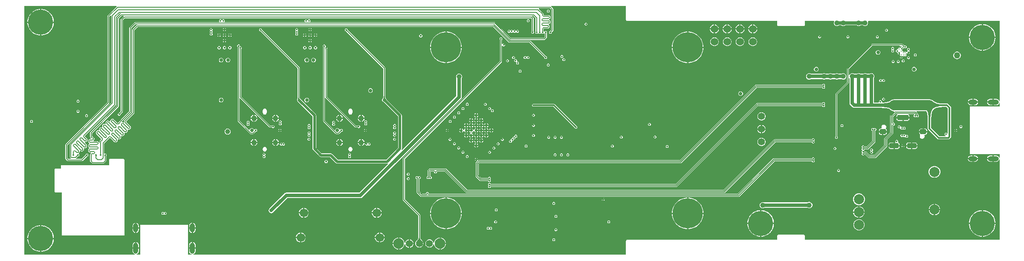
<source format=gbr>
%TF.GenerationSoftware,Altium Limited,Altium Designer,22.4.2 (48)*%
G04 Layer_Physical_Order=6*
G04 Layer_Color=3394611*
%FSLAX26Y26*%
%MOIN*%
%TF.SameCoordinates,8C98EB32-1E12-42CD-A60B-9DA89663A72C*%
%TF.FilePolarity,Positive*%
%TF.FileFunction,Copper,L6,Inr,Signal*%
%TF.Part,Single*%
G01*
G75*
%TA.AperFunction,Conductor*%
%ADD62C,0.005000*%
%ADD63C,0.007874*%
%ADD64C,0.013780*%
%ADD66C,0.019685*%
%ADD67C,0.027559*%
%ADD68C,0.011811*%
%ADD72C,0.078740*%
%TA.AperFunction,ComponentPad*%
%ADD76C,0.078740*%
%ADD77O,0.086614X0.039370*%
%ADD78O,0.070866X0.039370*%
G04:AMPARAMS|DCode=79|XSize=74.803mil|YSize=39.37mil|CornerRadius=9.842mil|HoleSize=0mil|Usage=FLASHONLY|Rotation=180.000|XOffset=0mil|YOffset=0mil|HoleType=Round|Shape=RoundedRectangle|*
%AMROUNDEDRECTD79*
21,1,0.074803,0.019685,0,0,180.0*
21,1,0.055118,0.039370,0,0,180.0*
1,1,0.019685,-0.027559,0.009843*
1,1,0.019685,0.027559,0.009843*
1,1,0.019685,0.027559,-0.009843*
1,1,0.019685,-0.027559,-0.009843*
%
%ADD79ROUNDEDRECTD79*%
G04:AMPARAMS|DCode=80|XSize=90.551mil|YSize=39.37mil|CornerRadius=9.842mil|HoleSize=0mil|Usage=FLASHONLY|Rotation=180.000|XOffset=0mil|YOffset=0mil|HoleType=Round|Shape=RoundedRectangle|*
%AMROUNDEDRECTD80*
21,1,0.090551,0.019685,0,0,180.0*
21,1,0.070866,0.039370,0,0,180.0*
1,1,0.019685,-0.035433,0.009843*
1,1,0.019685,0.035433,0.009843*
1,1,0.019685,0.035433,-0.009843*
1,1,0.019685,-0.035433,-0.009843*
%
%ADD80ROUNDEDRECTD80*%
G04:AMPARAMS|DCode=81|XSize=51.181mil|YSize=39.37mil|CornerRadius=9.842mil|HoleSize=0mil|Usage=FLASHONLY|Rotation=0.000|XOffset=0mil|YOffset=0mil|HoleType=Round|Shape=RoundedRectangle|*
%AMROUNDEDRECTD81*
21,1,0.051181,0.019685,0,0,0.0*
21,1,0.031496,0.039370,0,0,0.0*
1,1,0.019685,0.015748,-0.009843*
1,1,0.019685,-0.015748,-0.009843*
1,1,0.019685,-0.015748,0.009843*
1,1,0.019685,0.015748,0.009843*
%
%ADD81ROUNDEDRECTD81*%
%ADD82C,0.043307*%
%ADD83C,0.055118*%
%ADD84C,0.082677*%
%ADD85C,0.196850*%
%ADD86C,0.066929*%
%ADD87C,0.236220*%
%ADD88C,0.060000*%
%ADD89O,0.039370X0.086614*%
%ADD90O,0.039370X0.070866*%
%TA.AperFunction,ViaPad*%
%ADD91C,0.017716*%
%ADD92C,0.013780*%
%ADD93C,0.011811*%
%ADD94C,0.027559*%
%ADD95C,0.039370*%
%ADD96C,0.050000*%
%ADD97C,0.023622*%
%TA.AperFunction,Conductor*%
%ADD98C,0.005118*%
%TA.AperFunction,ViaPad*%
%ADD99C,0.019685*%
G36*
X6429137Y3729475D02*
X6429342Y3726142D01*
X6429397Y3725975D01*
X6429459Y3725885D01*
X6420935D01*
X6420997Y3725975D01*
X6421052Y3726142D01*
X6421100Y3726387D01*
X6421143Y3726708D01*
X6421208Y3727583D01*
X6421260Y3730260D01*
X6429134D01*
X6429137Y3729475D01*
D02*
G37*
G36*
X6405521Y3729492D02*
X6405654Y3727562D01*
X6405733Y3727044D01*
X6405831Y3726588D01*
X6405946Y3726195D01*
X6406079Y3725865D01*
X6406229Y3725598D01*
X6406398Y3725393D01*
X6396752D01*
X6396920Y3725598D01*
X6397071Y3725865D01*
X6397204Y3726195D01*
X6397319Y3726588D01*
X6397416Y3727044D01*
X6397496Y3727562D01*
X6397602Y3728786D01*
X6397638Y3730260D01*
X6405512D01*
X6405521Y3729492D01*
D02*
G37*
G36*
X6381899D02*
X6382032Y3727562D01*
X6382111Y3727044D01*
X6382209Y3726588D01*
X6382324Y3726195D01*
X6382457Y3725865D01*
X6382607Y3725598D01*
X6382776Y3725393D01*
X6373130D01*
X6373298Y3725598D01*
X6373449Y3725865D01*
X6373582Y3726195D01*
X6373697Y3726588D01*
X6373794Y3727044D01*
X6373874Y3727562D01*
X6373980Y3728786D01*
X6374016Y3730260D01*
X6381890D01*
X6381899Y3729492D01*
D02*
G37*
G36*
X6350403D02*
X6350535Y3727562D01*
X6350615Y3727044D01*
X6350713Y3726588D01*
X6350828Y3726195D01*
X6350961Y3725865D01*
X6351111Y3725598D01*
X6351279Y3725393D01*
X6341634D01*
X6341802Y3725598D01*
X6341953Y3725865D01*
X6342086Y3726195D01*
X6342201Y3726588D01*
X6342298Y3727044D01*
X6342378Y3727562D01*
X6342484Y3728786D01*
X6342520Y3730260D01*
X6350394D01*
X6350403Y3729492D01*
D02*
G37*
G36*
X6493957Y3723625D02*
X6493420Y3723076D01*
X6492149Y3721617D01*
X6491839Y3721194D01*
X6491586Y3720803D01*
X6491390Y3720444D01*
X6491250Y3720117D01*
X6491167Y3719821D01*
X6491141Y3719557D01*
X6484321Y3726378D01*
X6484585Y3726403D01*
X6484881Y3726486D01*
X6485208Y3726626D01*
X6485567Y3726822D01*
X6485958Y3727075D01*
X6486381Y3727385D01*
X6487322Y3728176D01*
X6488389Y3729193D01*
X6493957Y3723625D01*
D02*
G37*
G36*
X6453473Y3715347D02*
X6453323Y3715080D01*
X6453190Y3714749D01*
X6453075Y3714356D01*
X6452977Y3713901D01*
X6452898Y3713383D01*
X6452791Y3712159D01*
X6452756Y3710684D01*
X6444882D01*
X6444873Y3711453D01*
X6444740Y3713383D01*
X6444660Y3713901D01*
X6444563Y3714356D01*
X6444448Y3714749D01*
X6444315Y3715080D01*
X6444164Y3715347D01*
X6443996Y3715552D01*
X6453642D01*
X6453473Y3715347D01*
D02*
G37*
G36*
X6369925Y3831320D02*
Y3730744D01*
X6369756Y3730363D01*
X6369723Y3729021D01*
X6369641Y3728071D01*
X6369602Y3727816D01*
X6369563Y3727634D01*
X6369551Y3727593D01*
X6369495Y3727455D01*
X6369496Y3727406D01*
X6369493Y3727394D01*
X6369496Y3727359D01*
X6369497Y3727327D01*
X6368774Y3726605D01*
X6367126Y3722626D01*
Y3718319D01*
X6368774Y3714340D01*
X6371820Y3711294D01*
X6375799Y3709646D01*
X6380106D01*
X6384086Y3711294D01*
X6387131Y3714340D01*
X6392396D01*
X6395442Y3711294D01*
X6399421Y3709646D01*
X6403728D01*
X6407708Y3711294D01*
X6410753Y3714340D01*
X6416019D01*
X6419064Y3711294D01*
X6423043Y3709646D01*
X6427350D01*
X6431330Y3711294D01*
X6434250Y3714214D01*
X6439026Y3713495D01*
X6440791Y3709816D01*
Y3684428D01*
X6433682Y3677320D01*
X6176554D01*
X6055874Y3798000D01*
X6053269Y3799740D01*
X6050197Y3800351D01*
X4610135D01*
X4608612Y3803082D01*
X4607794Y3805351D01*
X4609252Y3808870D01*
Y3813177D01*
X4607604Y3817156D01*
X4604558Y3820202D01*
X4600579Y3821850D01*
X4596272D01*
X4592292Y3820202D01*
X4589247Y3817156D01*
X4588828Y3816146D01*
X4583416D01*
X4582997Y3817156D01*
X4579952Y3820202D01*
X4575972Y3821850D01*
X4571665D01*
X4567686Y3820202D01*
X4564641Y3817156D01*
X4562992Y3813177D01*
Y3808870D01*
X4564450Y3805351D01*
X4563632Y3803082D01*
X4562109Y3800351D01*
X3940844D01*
X3939321Y3803082D01*
X3938503Y3805351D01*
X3939961Y3808870D01*
Y3813177D01*
X3938312Y3817156D01*
X3935267Y3820202D01*
X3931287Y3821850D01*
X3926980D01*
X3923001Y3820202D01*
X3919956Y3817156D01*
X3919537Y3816146D01*
X3914125D01*
X3913706Y3817156D01*
X3910660Y3820202D01*
X3906681Y3821850D01*
X3902374D01*
X3898395Y3820202D01*
X3895349Y3817156D01*
X3893701Y3813177D01*
Y3808870D01*
X3895159Y3805351D01*
X3894340Y3803082D01*
X3892818Y3800351D01*
X3237205D01*
X3234132Y3799740D01*
X3231528Y3798000D01*
X3231528Y3797999D01*
X3195110Y3761582D01*
X3193370Y3758978D01*
X3192759Y3755905D01*
Y3101751D01*
X3128445Y3037436D01*
X3128444Y3037436D01*
X3101350Y3010341D01*
X3101138Y3010553D01*
X3100707Y3010374D01*
X3100276Y3010553D01*
X3100065Y3010341D01*
X3075863Y3034543D01*
X3072451Y3038202D01*
X3072451Y3038202D01*
X3066890Y3041918D01*
X3060331Y3043223D01*
X3053772Y3041918D01*
X3048211Y3038203D01*
X3048211Y3038203D01*
X3048211Y3038202D01*
X3048211Y3038202D01*
X3044495Y3032642D01*
X3043191Y3026082D01*
X3043601Y3024021D01*
X3039206Y3021670D01*
X3036140Y3023958D01*
X3036140Y3023958D01*
X3030579Y3027674D01*
X3024020Y3028979D01*
X3017460Y3027674D01*
X3011900Y3023959D01*
X3011900Y3023959D01*
X3011899Y3023958D01*
X3011900Y3023958D01*
X3008184Y3018398D01*
X3006880Y3011838D01*
X3007925Y3006585D01*
X3007032Y3005160D01*
X3005421Y3003548D01*
X3003996Y3002656D01*
X2998742Y3003701D01*
X2992183Y3002396D01*
X2986622Y2998681D01*
X2986622Y2998681D01*
X2986622Y2998681D01*
X2986622Y2998681D01*
X2982907Y2993120D01*
X2981602Y2986561D01*
X2982647Y2981307D01*
X2981754Y2979882D01*
X2980144Y2978271D01*
X2978718Y2977378D01*
X2973465Y2978423D01*
X2966905Y2977119D01*
X2961345Y2973403D01*
X2961345Y2973403D01*
X2961344Y2973403D01*
X2961344Y2973403D01*
X2957629Y2967843D01*
X2956324Y2961283D01*
X2957369Y2956029D01*
X2956476Y2954604D01*
X2954866Y2952994D01*
X2953441Y2952101D01*
X2948187Y2953146D01*
X2941628Y2951841D01*
X2936067Y2948126D01*
X2936067Y2948126D01*
X2936066Y2948126D01*
X2936066Y2948125D01*
X2932351Y2942565D01*
X2931047Y2936006D01*
X2932351Y2929446D01*
X2936067Y2923886D01*
X2936191Y2924009D01*
X2972335Y2887865D01*
X2972335Y2881352D01*
X2972177Y2881169D01*
X2962827Y2871819D01*
X2961087Y2869214D01*
X2960476Y2866142D01*
Y2858275D01*
X2955851Y2857035D01*
X2955476Y2857110D01*
X2951891Y2862475D01*
X2946330Y2866190D01*
X2939771Y2867495D01*
Y2867320D01*
X2914312D01*
X2912796Y2872320D01*
X2915284Y2873983D01*
X2919000Y2879543D01*
X2920304Y2886103D01*
X2919000Y2892662D01*
X2915284Y2898223D01*
X2909723Y2901938D01*
X2903164Y2903243D01*
X2901729Y2907649D01*
Y2929745D01*
X3108039Y3136055D01*
X3109779Y3138660D01*
X3110391Y3141732D01*
X3110390Y3141733D01*
Y3827383D01*
X3133247Y3850239D01*
X3148106D01*
X3149333Y3845239D01*
X3147867Y3844260D01*
X3147866Y3844259D01*
X3128181Y3824575D01*
X3126441Y3821970D01*
X3125830Y3818898D01*
Y3101751D01*
X3115760Y3091680D01*
X3115370Y3091530D01*
X3114399Y3090604D01*
X3113668Y3089990D01*
X3113460Y3089837D01*
X3113305Y3089737D01*
X3113269Y3089717D01*
X3113132Y3089659D01*
X3113097Y3089623D01*
X3113086Y3089617D01*
X3113061Y3089587D01*
X3113041Y3089567D01*
X3112020D01*
X3108040Y3087919D01*
X3104995Y3084873D01*
X3103347Y3080894D01*
Y3076587D01*
X3104995Y3072607D01*
X3108040Y3069562D01*
X3112020Y3067914D01*
X3116327D01*
X3120306Y3069562D01*
X3123352Y3072607D01*
X3125000Y3076587D01*
Y3077609D01*
X3125020Y3077628D01*
X3125050Y3077653D01*
X3125057Y3077664D01*
X3125092Y3077699D01*
X3125150Y3077835D01*
X3125170Y3077873D01*
X3125270Y3078026D01*
X3125401Y3078204D01*
X3126474Y3079437D01*
X3126926Y3079899D01*
X3127087Y3080300D01*
X3139535Y3092748D01*
X3139535Y3092748D01*
X3141276Y3095353D01*
X3141887Y3098425D01*
Y3815572D01*
X3156869Y3830554D01*
X6335257D01*
X6338428Y3827383D01*
Y3730744D01*
X6338260Y3730363D01*
X6338227Y3729021D01*
X6338145Y3728071D01*
X6338105Y3727816D01*
X6338067Y3727634D01*
X6338055Y3727593D01*
X6337999Y3727455D01*
X6338000Y3727406D01*
X6337996Y3727394D01*
X6338000Y3727359D01*
X6338001Y3727327D01*
X6337278Y3726605D01*
X6335630Y3722626D01*
Y3718319D01*
X6337278Y3714340D01*
X6340324Y3711294D01*
X6344303Y3709646D01*
X6348610D01*
X6352590Y3711294D01*
X6355635Y3714340D01*
X6357283Y3718319D01*
Y3722626D01*
X6355635Y3726605D01*
X6354913Y3727327D01*
X6354913Y3727359D01*
X6354917Y3727394D01*
X6354914Y3727406D01*
X6354914Y3727455D01*
X6354859Y3727593D01*
X6354847Y3727634D01*
X6354808Y3727816D01*
X6354775Y3728032D01*
X6354662Y3729662D01*
X6354655Y3730310D01*
X6354485Y3730706D01*
Y3830709D01*
X6353874Y3833781D01*
X6352134Y3836386D01*
X6344260Y3844260D01*
X6342793Y3845239D01*
X6344020Y3850239D01*
X6351005D01*
X6369925Y3831320D01*
D02*
G37*
G36*
X7076419Y3818899D02*
X7076453Y3818726D01*
X7076425Y3818552D01*
X7076801Y3816949D01*
X7077068Y3815319D01*
X7077068Y3815318D01*
X7077161Y3815169D01*
X7077195Y3814997D01*
X7077293Y3814851D01*
X7077333Y3814679D01*
X7078295Y3813340D01*
X7079165Y3811938D01*
X7079308Y3811835D01*
X7079405Y3811690D01*
X7079406Y3811689D01*
X7079406Y3811689D01*
X7079551Y3811592D01*
X7079654Y3811448D01*
X7081055Y3810579D01*
X7082396Y3809616D01*
X7082568Y3809576D01*
X7082714Y3809478D01*
X7082886Y3809444D01*
X7083035Y3809352D01*
X7083036Y3809351D01*
X7084665Y3809084D01*
X7086269Y3808708D01*
X7086442Y3808737D01*
X7086616Y3808702D01*
X8257521D01*
Y3779529D01*
X8257556Y3779356D01*
X8257527Y3779182D01*
X8257903Y3777579D01*
X8258170Y3775949D01*
X8258171Y3775948D01*
X8258263Y3775799D01*
X8258297Y3775627D01*
X8258395Y3775481D01*
X8258435Y3775309D01*
X8259398Y3773970D01*
X8260267Y3772568D01*
X8260410Y3772465D01*
X8260507Y3772320D01*
X8260508Y3772319D01*
X8260508Y3772318D01*
X8260653Y3772222D01*
X8260756Y3772078D01*
X8262158Y3771209D01*
X8263498Y3770246D01*
X8263670Y3770206D01*
X8263816Y3770108D01*
X8263988Y3770074D01*
X8264137Y3769982D01*
X8264138Y3769981D01*
X8265767Y3769715D01*
X8267371Y3769338D01*
X8267545Y3769367D01*
X8267718Y3769332D01*
X8464565D01*
X8464739Y3769367D01*
X8464912Y3769338D01*
X8466516Y3769714D01*
X8468145Y3769981D01*
X8468146Y3769982D01*
X8468295Y3770074D01*
X8468467Y3770108D01*
X8468614Y3770206D01*
X8468785Y3770246D01*
X8470125Y3771209D01*
X8471527Y3772078D01*
X8471630Y3772222D01*
X8471775Y3772318D01*
X8471775Y3772319D01*
X8471776Y3772320D01*
X8471873Y3772465D01*
X8472016Y3772568D01*
X8472885Y3773969D01*
X8473848Y3775309D01*
X8473889Y3775481D01*
X8473986Y3775627D01*
X8474021Y3775799D01*
X8474113Y3775948D01*
X8474113Y3775949D01*
X8474380Y3777578D01*
X8474756Y3779183D01*
X8474728Y3779356D01*
X8474762Y3779529D01*
Y3808702D01*
X8701243D01*
X8704525Y3803702D01*
X8702165Y3798006D01*
Y3788608D01*
X8705762Y3779926D01*
X8712407Y3773281D01*
X8721089Y3769685D01*
X8730486D01*
X8739168Y3773281D01*
X8742056Y3776169D01*
X8759519D01*
X8762407Y3773281D01*
X8771089Y3769685D01*
X8780486D01*
X8789168Y3773281D01*
X8791662Y3775775D01*
X8880385D01*
X8882879Y3773281D01*
X8891561Y3769685D01*
X8900959D01*
X8909641Y3773281D01*
X8912430Y3776071D01*
X8930090D01*
X8932879Y3773281D01*
X8941561Y3769685D01*
X8950959D01*
X8959641Y3773281D01*
X8966286Y3779926D01*
X8969882Y3788608D01*
Y3798006D01*
X8967522Y3803702D01*
X8970804Y3808702D01*
X9999647D01*
Y3179102D01*
X9994647Y3178610D01*
X9993651Y3183617D01*
X9988213Y3191756D01*
X9980073Y3197194D01*
X9970472Y3199104D01*
X9951772D01*
Y3174016D01*
Y3148927D01*
X9970472D01*
X9980073Y3150837D01*
X9988213Y3156276D01*
X9993651Y3164415D01*
X9994647Y3169422D01*
X9999647Y3168929D01*
Y3138907D01*
X9769685D01*
X9768902Y3138583D01*
X9765748D01*
Y3135429D01*
X9765424Y3134646D01*
Y2770866D01*
X9765748Y2770083D01*
Y2766929D01*
X9768902D01*
X9769685Y2766605D01*
X9999647D01*
Y2736582D01*
X9994647Y2736090D01*
X9993651Y2741097D01*
X9988213Y2749236D01*
X9980073Y2754675D01*
X9970472Y2756584D01*
X9951772D01*
Y2731496D01*
Y2706408D01*
X9970472D01*
X9980073Y2708317D01*
X9988213Y2713756D01*
X9993651Y2721895D01*
X9994647Y2726902D01*
X9999647Y2726410D01*
Y2096810D01*
X8474762D01*
Y2125983D01*
X8474728Y2126156D01*
X8474756Y2126329D01*
X8474380Y2127933D01*
X8474113Y2129563D01*
X8474113Y2129564D01*
X8474021Y2129713D01*
X8473986Y2129885D01*
X8473888Y2130031D01*
X8473848Y2130203D01*
X8472886Y2131542D01*
X8472016Y2132944D01*
X8471873Y2133047D01*
X8471776Y2133192D01*
X8471775Y2133193D01*
X8471775Y2133193D01*
X8471630Y2133290D01*
X8471527Y2133434D01*
X8470126Y2134302D01*
X8468785Y2135266D01*
X8468613Y2135306D01*
X8468467Y2135404D01*
X8468295Y2135438D01*
X8468146Y2135530D01*
X8468145Y2135530D01*
X8466517Y2135797D01*
X8464912Y2136174D01*
X8464739Y2136145D01*
X8464565Y2136180D01*
X8267718D01*
X8267544Y2136145D01*
X8267371Y2136173D01*
X8265767Y2135798D01*
X8264138Y2135530D01*
X8264137Y2135530D01*
X8263988Y2135438D01*
X8263816Y2135404D01*
X8263670Y2135306D01*
X8263498Y2135265D01*
X8262158Y2134303D01*
X8260756Y2133434D01*
X8260653Y2133290D01*
X8260508Y2133193D01*
X8260508Y2133193D01*
X8260507Y2133192D01*
X8260410Y2133047D01*
X8260267Y2132944D01*
X8259398Y2131543D01*
X8258435Y2130203D01*
X8258395Y2130031D01*
X8258297Y2129885D01*
X8258263Y2129713D01*
X8258171Y2129564D01*
X8258170Y2129563D01*
X8257903Y2127934D01*
X8257527Y2126329D01*
X8257556Y2126156D01*
X8257521Y2125983D01*
Y2096810D01*
X7086616D01*
X7086442Y2096775D01*
X7086269Y2096803D01*
X7084665Y2096427D01*
X7083036Y2096160D01*
X7083035Y2096160D01*
X7082886Y2096068D01*
X7082714Y2096034D01*
X7082568Y2095936D01*
X7082396Y2095895D01*
X7081056Y2094933D01*
X7079654Y2094063D01*
X7079551Y2093920D01*
X7079406Y2093823D01*
X7079406Y2093823D01*
X7079405Y2093822D01*
X7079308Y2093677D01*
X7079165Y2093574D01*
X7078296Y2092173D01*
X7077333Y2090832D01*
X7077293Y2090661D01*
X7077195Y2090514D01*
X7077161Y2090342D01*
X7077068Y2090193D01*
X7077068Y2090193D01*
X7076801Y2088564D01*
X7076425Y2086959D01*
X7076453Y2086786D01*
X7076419Y2086613D01*
Y1978699D01*
X3690913D01*
X3690420Y1983699D01*
X3695428Y1984695D01*
X3703567Y1990134D01*
X3709005Y1998273D01*
X3710915Y2007874D01*
Y2026575D01*
X3660738D01*
Y2007874D01*
X3662648Y1998273D01*
X3668086Y1990134D01*
X3676226Y1984695D01*
X3681233Y1983699D01*
X3680741Y1978699D01*
X3650718D01*
Y2208661D01*
X3650394Y2209445D01*
Y2212598D01*
X3647240D01*
X3646457Y2212923D01*
X3282677D01*
X3281894Y2212598D01*
X3278740D01*
Y2209445D01*
X3278416Y2208661D01*
Y1978699D01*
X3248393D01*
X3247901Y1983699D01*
X3252908Y1984695D01*
X3261047Y1990134D01*
X3266486Y1998273D01*
X3268396Y2007874D01*
Y2026575D01*
X3218219D01*
Y2007874D01*
X3220128Y1998273D01*
X3225567Y1990134D01*
X3233706Y1984695D01*
X3238713Y1983699D01*
X3238221Y1978699D01*
X2372400D01*
Y3926812D01*
X3091866D01*
X3092113Y3926499D01*
X3093686Y3921812D01*
X3022866Y3850992D01*
X3021126Y3848388D01*
X3020515Y3845316D01*
Y3172617D01*
X2695110Y2847212D01*
X2693370Y2844608D01*
X2692759Y2841535D01*
Y2732283D01*
X2693370Y2729211D01*
X2695110Y2726606D01*
X2706921Y2714796D01*
X2706921Y2714796D01*
X2709526Y2713055D01*
X2712598Y2712444D01*
X2712599Y2712444D01*
X2822441D01*
X2825513Y2713055D01*
X2828118Y2714796D01*
X2860618Y2747296D01*
X2861008Y2747446D01*
X2861979Y2748372D01*
X2862710Y2748986D01*
X2862918Y2749139D01*
X2863073Y2749239D01*
X2863110Y2749259D01*
X2863246Y2749317D01*
X2863281Y2749353D01*
X2863292Y2749359D01*
X2863316Y2749389D01*
X2863336Y2749409D01*
X2864358D01*
X2868338Y2751058D01*
X2871383Y2754103D01*
X2873032Y2758082D01*
Y2762390D01*
X2871383Y2766369D01*
X2868338Y2769414D01*
X2864358Y2771063D01*
X2860051D01*
X2856072Y2769414D01*
X2853026Y2766369D01*
X2851378Y2762390D01*
Y2761368D01*
X2851358Y2761348D01*
X2851328Y2761324D01*
X2851321Y2761312D01*
X2851286Y2761278D01*
X2851228Y2761141D01*
X2851208Y2761104D01*
X2851108Y2760950D01*
X2850977Y2760772D01*
X2849904Y2759539D01*
X2849452Y2759077D01*
X2849291Y2758676D01*
X2819116Y2728501D01*
X2776697D01*
X2775470Y2733501D01*
X2776937Y2734481D01*
X2789752Y2747296D01*
X2790142Y2747446D01*
X2791113Y2748372D01*
X2791844Y2748986D01*
X2792052Y2749139D01*
X2792206Y2749239D01*
X2792243Y2749259D01*
X2792380Y2749317D01*
X2792415Y2749353D01*
X2792426Y2749359D01*
X2792450Y2749389D01*
X2792470Y2749409D01*
X2793492D01*
X2797472Y2751058D01*
X2800517Y2754103D01*
X2802165Y2758082D01*
Y2762390D01*
X2800517Y2766369D01*
X2798105Y2768781D01*
X2797864Y2771068D01*
X2799190Y2775519D01*
X2799190Y2775519D01*
X2799190D01*
X2802905Y2781079D01*
X2804210Y2787639D01*
X2803626Y2790574D01*
X2808104Y2792967D01*
X2808758Y2792265D01*
X2808759Y2792265D01*
X2814319Y2788550D01*
X2820878Y2787245D01*
X2827438Y2788550D01*
X2832998Y2792265D01*
X2832998Y2792265D01*
X2832999Y2792265D01*
X2832999Y2792266D01*
X2836714Y2797826D01*
X2838019Y2804385D01*
X2836974Y2809639D01*
X2837866Y2811065D01*
X2839477Y2812675D01*
X2840902Y2813568D01*
X2846156Y2812523D01*
X2852715Y2813828D01*
X2858276Y2817543D01*
X2858276Y2817543D01*
X2858276Y2817543D01*
X2858276Y2817543D01*
X2861992Y2823104D01*
X2863296Y2829663D01*
X2861992Y2836222D01*
X2858276Y2841783D01*
X2858276Y2841783D01*
X2854617Y2845195D01*
X2842867Y2856945D01*
X2845330Y2861553D01*
X2848266Y2860969D01*
X2854825Y2862273D01*
X2860385Y2865989D01*
X2860385Y2865988D01*
X2860386Y2865989D01*
X2860386Y2865989D01*
X2864101Y2871550D01*
X2865406Y2878109D01*
X2864101Y2884668D01*
X2860386Y2890229D01*
X2860262Y2890105D01*
X2844101Y2906266D01*
X2844313Y2906477D01*
X2844135Y2906908D01*
X2844313Y2907339D01*
X2844101Y2907551D01*
X2864881Y2928330D01*
X2899377Y2962827D01*
X2899378Y2962827D01*
X3084417Y3147866D01*
X3084417Y3147866D01*
X3086157Y3150471D01*
X3086769Y3153543D01*
Y3839194D01*
X3117499Y3869925D01*
X3124484D01*
X3125711Y3864925D01*
X3124244Y3863945D01*
X3096685Y3836386D01*
X3094945Y3833781D01*
X3094334Y3830709D01*
Y3145058D01*
X2888024Y2938748D01*
X2886284Y2936143D01*
X2885673Y2933071D01*
Y2903977D01*
X2885497D01*
X2886802Y2897417D01*
X2890518Y2891857D01*
X2891439Y2891241D01*
X2890171Y2886075D01*
X2887358Y2885369D01*
Y2885369D01*
X2880798Y2884064D01*
X2875238Y2880349D01*
X2871522Y2874788D01*
X2870218Y2868229D01*
X2871522Y2861669D01*
X2875238Y2856109D01*
X2879692Y2853133D01*
X2880068Y2851494D01*
Y2849215D01*
X2879692Y2847577D01*
X2875238Y2844601D01*
X2871522Y2839040D01*
X2870218Y2832481D01*
X2871522Y2825921D01*
X2875238Y2820361D01*
X2879692Y2817385D01*
X2880068Y2815746D01*
Y2813468D01*
X2879692Y2811829D01*
X2875238Y2808853D01*
X2871522Y2803292D01*
X2870218Y2796733D01*
X2871522Y2790173D01*
X2875238Y2784613D01*
X2880798Y2780897D01*
X2887358Y2779592D01*
Y2779592D01*
X2890171Y2778887D01*
X2891439Y2773720D01*
X2890518Y2773105D01*
X2886802Y2767544D01*
X2885497Y2760985D01*
X2885673D01*
Y2713583D01*
X2886284Y2710510D01*
X2888024Y2707906D01*
X2900819Y2695110D01*
X2903424Y2693370D01*
X2906496Y2692759D01*
X2906497Y2692759D01*
X2990293D01*
X2993365Y2693370D01*
X2995970Y2695110D01*
X3009614Y2708755D01*
X3011354Y2711360D01*
X3011965Y2714432D01*
X3011965Y2714432D01*
Y2749964D01*
X3012134Y2750346D01*
X3012166Y2751688D01*
X3012249Y2752638D01*
X3012288Y2752893D01*
X3012327Y2753074D01*
X3012339Y2753115D01*
X3012395Y2753253D01*
X3012394Y2753303D01*
X3012397Y2753314D01*
X3012394Y2753349D01*
X3012393Y2753381D01*
X3013115Y2754103D01*
X3014764Y2758082D01*
Y2762390D01*
X3013115Y2766369D01*
X3010070Y2769414D01*
X3006091Y2771063D01*
X3001784D01*
X3000233Y2770421D01*
X2995233Y2773376D01*
Y2850021D01*
X3027330Y2882118D01*
X3027330Y2882118D01*
X3037078Y2891867D01*
X3038103Y2892775D01*
X3044526Y2892775D01*
X3069463Y2867838D01*
X3072875Y2864178D01*
X3072876Y2864178D01*
X3078436Y2860463D01*
X3084995Y2859158D01*
X3091555Y2860463D01*
X3097115Y2864178D01*
X3097115Y2864178D01*
X3097116Y2864178D01*
X3097116Y2864178D01*
X3100831Y2869739D01*
X3102136Y2876298D01*
X3101269Y2880657D01*
X3105769Y2883664D01*
X3105835Y2883619D01*
X3112394Y2882315D01*
X3118953Y2883619D01*
X3124514Y2887335D01*
X3124514Y2887335D01*
X3124514Y2887335D01*
X3124514Y2887335D01*
X3128230Y2892896D01*
X3129534Y2899455D01*
X3128489Y2904709D01*
X3129382Y2906134D01*
X3130993Y2907745D01*
X3132418Y2908637D01*
X3137672Y2907592D01*
X3144231Y2908897D01*
X3149792Y2912612D01*
X3149792Y2912612D01*
X3149792Y2912613D01*
X3149792Y2912613D01*
X3153507Y2918173D01*
X3154812Y2924733D01*
X3153767Y2929986D01*
X3154659Y2931412D01*
X3156270Y2933022D01*
X3157695Y2933915D01*
X3162949Y2932870D01*
X3169508Y2934175D01*
X3175069Y2937890D01*
X3175069Y2937890D01*
X3178785Y2943451D01*
X3180089Y2950010D01*
X3179044Y2955264D01*
X3179937Y2956690D01*
X3181547Y2958300D01*
X3182973Y2959193D01*
X3188227Y2958148D01*
X3194786Y2959452D01*
X3200347Y2963168D01*
X3200347Y2963168D01*
X3200347Y2963168D01*
X3200347Y2963168D01*
X3204062Y2968728D01*
X3205367Y2975288D01*
X3204062Y2981847D01*
X3200347Y2987408D01*
X3200347Y2987408D01*
X3196688Y2990820D01*
X3167002Y3020505D01*
X3167214Y3020717D01*
X3167035Y3021148D01*
X3167214Y3021579D01*
X3167002Y3021790D01*
X3230086Y3084874D01*
X3231827Y3087479D01*
X3232438Y3090551D01*
X3232438Y3090552D01*
Y3736832D01*
X3258247Y3762641D01*
X6037029D01*
X6158693Y3640977D01*
X6158693Y3640977D01*
X6161298Y3639236D01*
X6164370Y3638625D01*
X6322462D01*
X6435879Y3525209D01*
X6436029Y3524819D01*
X6436955Y3523848D01*
X6437569Y3523117D01*
X6437722Y3522909D01*
X6437822Y3522754D01*
X6437842Y3522718D01*
X6437900Y3522581D01*
X6437936Y3522546D01*
X6437942Y3522535D01*
X6437972Y3522510D01*
X6437992Y3522490D01*
Y3521469D01*
X6439640Y3517489D01*
X6442686Y3514444D01*
X6446665Y3512796D01*
X6450972D01*
X6454952Y3514444D01*
X6457997Y3517489D01*
X6459645Y3521469D01*
Y3525776D01*
X6457997Y3529755D01*
X6454952Y3532801D01*
X6450972Y3534449D01*
X6449950D01*
X6449931Y3534469D01*
X6449906Y3534499D01*
X6449895Y3534506D01*
X6449860Y3534541D01*
X6449724Y3534599D01*
X6449686Y3534619D01*
X6449533Y3534719D01*
X6449355Y3534850D01*
X6448122Y3535923D01*
X6447660Y3536375D01*
X6447259Y3536536D01*
X6331464Y3652330D01*
X6328860Y3654071D01*
X6325788Y3654682D01*
X6167695D01*
X6046031Y3776346D01*
X6043427Y3778086D01*
X6040354Y3778698D01*
X3254921D01*
X3251849Y3778086D01*
X3249244Y3776346D01*
X3218733Y3745834D01*
X3216992Y3743230D01*
X3216381Y3740157D01*
Y3093877D01*
X3155648Y3033144D01*
X3155525Y3033268D01*
X3151809Y3027707D01*
X3150504Y3021148D01*
X3151315Y3017071D01*
X3146815Y3014065D01*
X3146068Y3014564D01*
X3139508Y3015869D01*
X3135948Y3015160D01*
X3133485Y3019769D01*
X3139798Y3026082D01*
X3139798Y3026082D01*
X3206464Y3092748D01*
X3208205Y3095353D01*
X3208816Y3098425D01*
Y3752580D01*
X3240530Y3784294D01*
X6046872D01*
X6167552Y3663614D01*
X6170156Y3661874D01*
X6173229Y3661263D01*
X6437008D01*
X6440080Y3661874D01*
X6442685Y3663614D01*
X6454495Y3675425D01*
X6454496Y3675425D01*
X6456236Y3678030D01*
X6456847Y3681102D01*
X6456847Y3681103D01*
Y3710201D01*
X6457016Y3710582D01*
X6457048Y3711924D01*
X6457131Y3712874D01*
X6457170Y3713129D01*
X6457209Y3713311D01*
X6457221Y3713352D01*
X6457276Y3713490D01*
X6457276Y3713539D01*
X6457279Y3713550D01*
X6457275Y3713586D01*
X6457275Y3713617D01*
X6457997Y3714340D01*
X6459646Y3718319D01*
Y3722626D01*
X6457997Y3726605D01*
X6454952Y3729651D01*
X6450972Y3731299D01*
X6446665D01*
X6442686Y3729651D01*
X6440052Y3727017D01*
X6435010Y3727498D01*
X6433225Y3731129D01*
Y3747854D01*
X6433525D01*
X6433703Y3748284D01*
X6434134Y3748463D01*
Y3748762D01*
X6461433D01*
Y3748587D01*
X6467993Y3749892D01*
X6473553Y3753608D01*
X6477269Y3759168D01*
X6478574Y3765727D01*
X6477269Y3772287D01*
X6473553Y3777847D01*
X6470872Y3779639D01*
X6471928Y3784947D01*
X6475411Y3785640D01*
X6480971Y3789356D01*
X6484687Y3794916D01*
X6485992Y3801476D01*
X6484687Y3808035D01*
X6480971Y3813595D01*
X6476517Y3816572D01*
X6476141Y3818210D01*
Y3820489D01*
X6476517Y3822127D01*
X6480971Y3825104D01*
X6484687Y3830664D01*
X6485992Y3837224D01*
X6484687Y3843783D01*
X6480971Y3849343D01*
X6475411Y3853059D01*
X6468851Y3854364D01*
Y3854189D01*
X6434134D01*
Y3854488D01*
X6433703Y3854667D01*
X6433525Y3855097D01*
X6433225D01*
Y3862205D01*
X6432614Y3865277D01*
X6430874Y3867881D01*
X6395441Y3903315D01*
X6393974Y3904294D01*
X6395201Y3909294D01*
X6480926D01*
X6491972Y3898249D01*
Y3738562D01*
X6485838Y3732428D01*
X6485449Y3732278D01*
X6484478Y3731352D01*
X6483747Y3730738D01*
X6483539Y3730585D01*
X6483384Y3730485D01*
X6483347Y3730465D01*
X6483211Y3730407D01*
X6483176Y3730371D01*
X6483164Y3730365D01*
X6483140Y3730335D01*
X6483120Y3730315D01*
X6482098D01*
X6478119Y3728667D01*
X6475074Y3725621D01*
X6473425Y3721642D01*
Y3717335D01*
X6475074Y3713355D01*
X6478119Y3710310D01*
X6482098Y3708662D01*
X6486406D01*
X6490385Y3710310D01*
X6493430Y3713355D01*
X6495079Y3717335D01*
Y3718357D01*
X6495099Y3718376D01*
X6495129Y3718401D01*
X6495135Y3718412D01*
X6495171Y3718447D01*
X6495229Y3718583D01*
X6495249Y3718621D01*
X6495349Y3718774D01*
X6495479Y3718952D01*
X6496553Y3720185D01*
X6497005Y3720647D01*
X6497165Y3721048D01*
X6505677Y3729559D01*
X6505677Y3729559D01*
X6507417Y3732164D01*
X6508028Y3735236D01*
Y3901575D01*
X6507417Y3904647D01*
X6505677Y3907252D01*
X6505677Y3907252D01*
X6491116Y3921812D01*
X6492690Y3926499D01*
X6492937Y3926812D01*
X7076419D01*
Y3818899D01*
D02*
G37*
G36*
X6445231Y3532790D02*
X6446690Y3531519D01*
X6447113Y3531209D01*
X6447504Y3530956D01*
X6447863Y3530760D01*
X6448190Y3530620D01*
X6448486Y3530537D01*
X6448750Y3530512D01*
X6441929Y3523691D01*
X6441904Y3523955D01*
X6441821Y3524251D01*
X6441681Y3524578D01*
X6441485Y3524937D01*
X6441232Y3525328D01*
X6440922Y3525751D01*
X6440131Y3526692D01*
X6439114Y3527759D01*
X6444682Y3533327D01*
X6445231Y3532790D01*
D02*
G37*
G36*
X3123878Y3082877D02*
X3123341Y3082328D01*
X3122070Y3080869D01*
X3121760Y3080446D01*
X3121507Y3080055D01*
X3121311Y3079696D01*
X3121171Y3079369D01*
X3121088Y3079073D01*
X3121063Y3078809D01*
X3114242Y3085630D01*
X3114506Y3085655D01*
X3114802Y3085738D01*
X3115129Y3085878D01*
X3115488Y3086074D01*
X3115879Y3086327D01*
X3116302Y3086637D01*
X3117243Y3087428D01*
X3118310Y3088445D01*
X3123878Y3082877D01*
D02*
G37*
G36*
X2972450Y2769256D02*
X2972583Y2767325D01*
X2972662Y2766807D01*
X2972760Y2766352D01*
X2972875Y2765959D01*
X2973008Y2765629D01*
X2973159Y2765361D01*
X2973327Y2765156D01*
X2963681D01*
X2963849Y2765361D01*
X2964000Y2765629D01*
X2964133Y2765959D01*
X2964248Y2766352D01*
X2964345Y2766807D01*
X2964425Y2767325D01*
X2964532Y2768550D01*
X2964567Y2770024D01*
X2972441D01*
X2972450Y2769256D01*
D02*
G37*
G36*
X2862136Y2753347D02*
X2861872Y2753321D01*
X2861576Y2753238D01*
X2861249Y2753099D01*
X2860890Y2752902D01*
X2860499Y2752649D01*
X2860076Y2752339D01*
X2859135Y2751549D01*
X2858068Y2750531D01*
X2852500Y2756099D01*
X2853037Y2756649D01*
X2854308Y2758107D01*
X2854618Y2758530D01*
X2854871Y2758921D01*
X2855067Y2759280D01*
X2855207Y2759608D01*
X2855289Y2759903D01*
X2855315Y2760167D01*
X2862136Y2753347D01*
D02*
G37*
G36*
X2791270D02*
X2791006Y2753321D01*
X2790710Y2753238D01*
X2790383Y2753099D01*
X2790023Y2752902D01*
X2789633Y2752649D01*
X2789210Y2752339D01*
X2788269Y2751549D01*
X2787202Y2750531D01*
X2781634Y2756099D01*
X2782171Y2756649D01*
X2783442Y2758107D01*
X2783752Y2758530D01*
X2784005Y2758921D01*
X2784201Y2759280D01*
X2784341Y2759608D01*
X2784423Y2759903D01*
X2784449Y2760167D01*
X2791270Y2753347D01*
D02*
G37*
G36*
X3008592Y2755111D02*
X3008441Y2754843D01*
X3008308Y2754513D01*
X3008193Y2754120D01*
X3008096Y2753665D01*
X3008016Y2753147D01*
X3007910Y2751923D01*
X3007874Y2750448D01*
X3000000D01*
X2999991Y2751217D01*
X2999858Y2753147D01*
X2999779Y2753665D01*
X2999681Y2754120D01*
X2999566Y2754513D01*
X2999433Y2754843D01*
X2999283Y2755111D01*
X2999114Y2755316D01*
X3008760D01*
X3008592Y2755111D01*
D02*
G37*
G36*
X2937725D02*
X2937575Y2754843D01*
X2937442Y2754513D01*
X2937327Y2754120D01*
X2937229Y2753665D01*
X2937150Y2753147D01*
X2937043Y2751923D01*
X2937008Y2750448D01*
X2929134D01*
X2929125Y2751217D01*
X2928992Y2753147D01*
X2928912Y2753665D01*
X2928815Y2754120D01*
X2928700Y2754513D01*
X2928567Y2754843D01*
X2928416Y2755111D01*
X2928248Y2755316D01*
X2937894D01*
X2937725Y2755111D01*
D02*
G37*
G36*
X3048578Y3850993D02*
X3051027Y3849374D01*
Y3168680D01*
X2730544Y2848197D01*
X2728803Y2845592D01*
X2728192Y2842520D01*
Y2744770D01*
X2728803Y2741698D01*
X2730544Y2739093D01*
X2735156Y2734481D01*
X2735156Y2734481D01*
X2736623Y2733501D01*
X2735396Y2728501D01*
X2715924D01*
X2708816Y2735609D01*
Y2838210D01*
X3034220Y3163614D01*
X3034220Y3163615D01*
X3035961Y3166219D01*
X3036572Y3169291D01*
Y3841990D01*
X3046166Y3851584D01*
X3048578Y3850993D01*
D02*
G37*
%LPC*%
G36*
X6313177Y3821850D02*
X6308870D01*
X6304891Y3820202D01*
X6301845Y3817156D01*
X6300197Y3813177D01*
Y3808870D01*
X6301845Y3804891D01*
X6304891Y3801845D01*
X6308870Y3800197D01*
X6313177D01*
X6317156Y3801845D01*
X6320202Y3804891D01*
X6321850Y3808870D01*
Y3813177D01*
X6320202Y3817156D01*
X6317156Y3820202D01*
X6313177Y3821850D01*
D02*
G37*
G36*
X6230500Y3739173D02*
X6226193D01*
X6222214Y3737525D01*
X6219168Y3734479D01*
X6213903D01*
X6210857Y3737525D01*
X6206878Y3739173D01*
X6202571D01*
X6198592Y3737525D01*
X6196564Y3735497D01*
X6193560Y3734885D01*
X6190556Y3735497D01*
X6188528Y3737525D01*
X6184549Y3739173D01*
X6180242D01*
X6176263Y3737525D01*
X6175173Y3736435D01*
X6171906Y3735039D01*
X6168640Y3736435D01*
X6167550Y3737525D01*
X6163571Y3739173D01*
X6159264D01*
X6155284Y3737525D01*
X6152239Y3734479D01*
X6150591Y3730500D01*
Y3726193D01*
X6152239Y3722214D01*
X6155284Y3719168D01*
X6159264Y3717520D01*
X6163571D01*
X6167550Y3719168D01*
X6168640Y3720258D01*
X6171906Y3721654D01*
X6175173Y3720258D01*
X6176263Y3719168D01*
X6180242Y3717520D01*
X6184549D01*
X6188528Y3719168D01*
X6190556Y3721196D01*
X6193560Y3721809D01*
X6196564Y3721196D01*
X6198592Y3719168D01*
X6202571Y3717520D01*
X6206878D01*
X6210857Y3719168D01*
X6213903Y3722214D01*
X6219168D01*
X6222214Y3719168D01*
X6226193Y3717520D01*
X6230500D01*
X6234479Y3719168D01*
X6237525Y3722214D01*
X6239173Y3726193D01*
Y3730500D01*
X6237525Y3734479D01*
X6234479Y3737525D01*
X6230500Y3739173D01*
D02*
G37*
G36*
X6470658Y3896653D02*
X6466350D01*
X6462371Y3895005D01*
X6459325Y3891960D01*
X6457677Y3887980D01*
Y3883673D01*
X6459325Y3879694D01*
X6462371Y3876648D01*
X6466350Y3875000D01*
X6470658D01*
X6474637Y3876648D01*
X6477682Y3879694D01*
X6479331Y3883673D01*
Y3887980D01*
X6477682Y3891960D01*
X6474637Y3895005D01*
X6470658Y3896653D01*
D02*
G37*
G36*
X2508133Y3902559D02*
X2504921D01*
Y3804134D01*
X2603347D01*
Y3807346D01*
X2600802Y3823413D01*
X2595775Y3838884D01*
X2588390Y3853378D01*
X2578828Y3866538D01*
X2567326Y3878041D01*
X2554165Y3887602D01*
X2539671Y3894988D01*
X2524200Y3900014D01*
X2508133Y3902559D01*
D02*
G37*
G36*
X2495079D02*
X2491867D01*
X2475800Y3900014D01*
X2460329Y3894988D01*
X2445835Y3887602D01*
X2432674Y3878041D01*
X2421172Y3866538D01*
X2411610Y3853378D01*
X2404225Y3838884D01*
X2399198Y3823413D01*
X2396653Y3807346D01*
Y3804134D01*
X2495079D01*
Y3902559D01*
D02*
G37*
G36*
X6765933Y3795276D02*
X6761626D01*
X6757647Y3793627D01*
X6754601Y3790582D01*
X6752953Y3786602D01*
Y3782295D01*
X6754601Y3778316D01*
X6757647Y3775270D01*
X6761626Y3773622D01*
X6765933D01*
X6769912Y3775270D01*
X6772958Y3778316D01*
X6774606Y3782295D01*
Y3786602D01*
X6772958Y3790582D01*
X6769912Y3793627D01*
X6765933Y3795276D01*
D02*
G37*
G36*
X8072638Y3781685D02*
Y3751772D01*
X8102551D01*
X8100258Y3760329D01*
X8095660Y3768293D01*
X8089159Y3774794D01*
X8081196Y3779392D01*
X8072638Y3781685D01*
D02*
G37*
G36*
X7972638D02*
Y3751772D01*
X8002551D01*
X8000258Y3760329D01*
X7995660Y3768293D01*
X7989159Y3774794D01*
X7981196Y3779392D01*
X7972638Y3781685D01*
D02*
G37*
G36*
X7872638D02*
Y3751772D01*
X7902551D01*
X7900258Y3760329D01*
X7895660Y3768293D01*
X7889159Y3774794D01*
X7881196Y3779392D01*
X7872638Y3781685D01*
D02*
G37*
G36*
X8062796Y3781685D02*
X8054237Y3779392D01*
X8046274Y3774794D01*
X8039773Y3768293D01*
X8035175Y3760329D01*
X8032882Y3751772D01*
X8062796D01*
Y3781685D01*
D02*
G37*
G36*
X7962796D02*
X7954237Y3779392D01*
X7946274Y3774794D01*
X7939773Y3768293D01*
X7935175Y3760329D01*
X7932882Y3751772D01*
X7962796D01*
Y3781685D01*
D02*
G37*
G36*
X7862796D02*
X7854237Y3779392D01*
X7846274Y3774794D01*
X7839773Y3768293D01*
X7835175Y3760329D01*
X7832882Y3751772D01*
X7862796D01*
Y3781685D01*
D02*
G37*
G36*
X7772638Y3781685D02*
Y3751771D01*
X7802551D01*
X7800258Y3760329D01*
X7795660Y3768293D01*
X7789159Y3774794D01*
X7781196Y3779392D01*
X7772638Y3781685D01*
D02*
G37*
G36*
X7762796Y3781685D02*
X7754237Y3779392D01*
X7746274Y3774794D01*
X7739773Y3768293D01*
X7735175Y3760329D01*
X7732882Y3751771D01*
X7762796D01*
Y3781685D01*
D02*
G37*
G36*
X4611220Y3756072D02*
Y3748031D01*
X4619261D01*
X4618048Y3750960D01*
X4614149Y3754859D01*
X4611220Y3756072D01*
D02*
G37*
G36*
X4601378D02*
X4598449Y3754859D01*
X4594551Y3750960D01*
X4593338Y3748031D01*
X4601378D01*
Y3756072D01*
D02*
G37*
G36*
X3941929D02*
Y3748031D01*
X3949970D01*
X3948756Y3750960D01*
X3944858Y3754859D01*
X3941929Y3756072D01*
D02*
G37*
G36*
X3932087D02*
X3929158Y3754859D01*
X3925260Y3750960D01*
X3924046Y3748031D01*
X3932087D01*
Y3756072D01*
D02*
G37*
G36*
X4619261Y3738189D02*
X4611220D01*
Y3730149D01*
X4614149Y3731362D01*
X4618048Y3735260D01*
X4619261Y3738189D01*
D02*
G37*
G36*
X4601378D02*
X4593338D01*
X4594551Y3735260D01*
X4598449Y3731362D01*
X4601378Y3730149D01*
Y3738189D01*
D02*
G37*
G36*
X3949970D02*
X3941929D01*
Y3730149D01*
X3944858Y3731362D01*
X3948756Y3735260D01*
X3949970Y3738189D01*
D02*
G37*
G36*
X3932087D02*
X3924046D01*
X3925260Y3735260D01*
X3929158Y3731362D01*
X3932087Y3730149D01*
Y3738189D01*
D02*
G37*
G36*
X9115343Y3748031D02*
X9111035D01*
X9107056Y3746383D01*
X9104011Y3743338D01*
X9102362Y3739358D01*
Y3735051D01*
X9104011Y3731072D01*
X9107056Y3728026D01*
X9111035Y3726378D01*
X9115343D01*
X9119322Y3728026D01*
X9122367Y3731072D01*
X9124016Y3735051D01*
Y3739358D01*
X9122367Y3743338D01*
X9119322Y3746383D01*
X9115343Y3748031D01*
D02*
G37*
G36*
X7802551Y3741929D02*
X7772638D01*
Y3712016D01*
X7781196Y3714309D01*
X7789159Y3718906D01*
X7795660Y3725408D01*
X7800258Y3733371D01*
X7802551Y3741929D01*
D02*
G37*
G36*
X8002551Y3741930D02*
X7972638D01*
Y3712016D01*
X7981196Y3714309D01*
X7989159Y3718906D01*
X7995660Y3725408D01*
X8000258Y3733371D01*
X8002551Y3741930D01*
D02*
G37*
G36*
X7902551D02*
X7872638D01*
Y3712016D01*
X7881196Y3714309D01*
X7889159Y3718906D01*
X7895660Y3725408D01*
X7900258Y3733371D01*
X7902551Y3741930D01*
D02*
G37*
G36*
X8102551D02*
X8072638D01*
Y3712016D01*
X8081196Y3714309D01*
X8089159Y3718906D01*
X8095660Y3725408D01*
X8100258Y3733371D01*
X8102551Y3741930D01*
D02*
G37*
G36*
X8062796D02*
X8032882D01*
X8035175Y3733371D01*
X8039773Y3725408D01*
X8046274Y3718906D01*
X8054237Y3714309D01*
X8062796Y3712016D01*
Y3741930D01*
D02*
G37*
G36*
X7962796D02*
X7932882D01*
X7935175Y3733371D01*
X7939773Y3725408D01*
X7946274Y3718906D01*
X7954237Y3714309D01*
X7962796Y3712016D01*
Y3741930D01*
D02*
G37*
G36*
X7862796D02*
X7832882D01*
X7835175Y3733371D01*
X7839773Y3725408D01*
X7846274Y3718906D01*
X7854237Y3714309D01*
X7862796Y3712016D01*
Y3741930D01*
D02*
G37*
G36*
X7762796Y3741929D02*
X7732882D01*
X7735175Y3733371D01*
X7739773Y3725408D01*
X7746274Y3718906D01*
X7754237Y3714309D01*
X7762796Y3712016D01*
Y3741929D01*
D02*
G37*
G36*
X4653543Y3712371D02*
Y3704331D01*
X4661584D01*
X4660370Y3707259D01*
X4656472Y3711158D01*
X4653543Y3712371D01*
D02*
G37*
G36*
X4643701D02*
X4640772Y3711158D01*
X4636874Y3707259D01*
X4635660Y3704331D01*
X4643701D01*
Y3712371D01*
D02*
G37*
G36*
X4611220D02*
Y3704331D01*
X4619261D01*
X4618048Y3707259D01*
X4614149Y3711158D01*
X4611220Y3712371D01*
D02*
G37*
G36*
X4601378D02*
X4598449Y3711158D01*
X4594551Y3707259D01*
X4593338Y3704331D01*
X4601378D01*
Y3712371D01*
D02*
G37*
G36*
X4568898D02*
Y3704331D01*
X4576938D01*
X4575725Y3707259D01*
X4571826Y3711158D01*
X4568898Y3712371D01*
D02*
G37*
G36*
X4559055D02*
X4556126Y3711158D01*
X4552228Y3707259D01*
X4551015Y3704331D01*
X4559055D01*
Y3712371D01*
D02*
G37*
G36*
X3984252D02*
Y3704331D01*
X3992292D01*
X3991079Y3707259D01*
X3987181Y3711158D01*
X3984252Y3712371D01*
D02*
G37*
G36*
X3974410D02*
X3971481Y3711158D01*
X3967582Y3707259D01*
X3966369Y3704331D01*
X3974410D01*
Y3712371D01*
D02*
G37*
G36*
X3941929D02*
Y3704331D01*
X3949970D01*
X3948756Y3707259D01*
X3944858Y3711158D01*
X3941929Y3712371D01*
D02*
G37*
G36*
X3932087D02*
X3929158Y3711158D01*
X3925260Y3707259D01*
X3924046Y3704331D01*
X3932087D01*
Y3712371D01*
D02*
G37*
G36*
X3899606D02*
Y3704331D01*
X3907647D01*
X3906434Y3707259D01*
X3902535Y3711158D01*
X3899606Y3712371D01*
D02*
G37*
G36*
X3889764D02*
X3886835Y3711158D01*
X3882937Y3707259D01*
X3881724Y3704331D01*
X3889764D01*
Y3712371D01*
D02*
G37*
G36*
X4504122Y3752953D02*
X4499815D01*
X4495836Y3751304D01*
X4492790Y3748259D01*
X4491142Y3744280D01*
Y3739972D01*
X4492790Y3735993D01*
X4495516Y3733268D01*
X4492790Y3730542D01*
X4491142Y3726563D01*
Y3722256D01*
X4492790Y3718277D01*
X4495516Y3715551D01*
X4492790Y3712826D01*
X4491142Y3708847D01*
Y3704539D01*
X4492790Y3700560D01*
X4495836Y3697515D01*
X4499815Y3695866D01*
X4504122D01*
X4508101Y3697515D01*
X4511147Y3700560D01*
X4512795Y3704539D01*
Y3708847D01*
X4511147Y3712826D01*
X4508421Y3715551D01*
X4511147Y3718277D01*
X4512795Y3722256D01*
Y3726563D01*
X4511147Y3730542D01*
X4508421Y3733268D01*
X4511147Y3735993D01*
X4512795Y3739972D01*
Y3744280D01*
X4511147Y3748259D01*
X4508101Y3751304D01*
X4504122Y3752953D01*
D02*
G37*
G36*
X3834831D02*
X3830523D01*
X3826544Y3751304D01*
X3823499Y3748259D01*
X3821850Y3744280D01*
Y3739972D01*
X3823499Y3735993D01*
X3826224Y3733268D01*
X3823499Y3730542D01*
X3821851Y3726563D01*
Y3722256D01*
X3823499Y3718277D01*
X3826224Y3715551D01*
X3823499Y3712826D01*
X3821850Y3708847D01*
Y3704539D01*
X3823499Y3700560D01*
X3826544Y3697515D01*
X3830523Y3695866D01*
X3834831D01*
X3838810Y3697515D01*
X3841856Y3700560D01*
X3843504Y3704539D01*
Y3708847D01*
X3841856Y3712826D01*
X3839130Y3715551D01*
X3841856Y3718277D01*
X3843504Y3722256D01*
Y3726563D01*
X3841856Y3730542D01*
X3839130Y3733268D01*
X3841856Y3735993D01*
X3843504Y3739972D01*
Y3744280D01*
X3841856Y3748259D01*
X3838810Y3751304D01*
X3834831Y3752953D01*
D02*
G37*
G36*
X2603347Y3794291D02*
X2504921D01*
Y3695866D01*
X2508133D01*
X2524200Y3698411D01*
X2539671Y3703438D01*
X2554165Y3710823D01*
X2567326Y3720384D01*
X2578828Y3731887D01*
X2588390Y3745047D01*
X2595775Y3759541D01*
X2600802Y3775012D01*
X2603347Y3791079D01*
Y3794291D01*
D02*
G37*
G36*
X2495079D02*
X2396653D01*
Y3791079D01*
X2399198Y3775012D01*
X2404225Y3759541D01*
X2411610Y3745047D01*
X2421172Y3731887D01*
X2432674Y3720384D01*
X2445835Y3710823D01*
X2460329Y3703438D01*
X2475800Y3698411D01*
X2491867Y3695866D01*
X2495079D01*
Y3794291D01*
D02*
G37*
G36*
X4661584Y3694488D02*
X4653543D01*
Y3686448D01*
X4656472Y3687661D01*
X4660370Y3691559D01*
X4661584Y3694488D01*
D02*
G37*
G36*
X4643701D02*
X4635660D01*
X4636874Y3691559D01*
X4640772Y3687661D01*
X4643701Y3686448D01*
Y3694488D01*
D02*
G37*
G36*
X4619261D02*
X4611220D01*
Y3686448D01*
X4614149Y3687661D01*
X4618048Y3691559D01*
X4619261Y3694488D01*
D02*
G37*
G36*
X4601378D02*
X4593338D01*
X4594551Y3691559D01*
X4598449Y3687661D01*
X4601378Y3686448D01*
Y3694488D01*
D02*
G37*
G36*
X4576938D02*
X4568898D01*
Y3686448D01*
X4571826Y3687661D01*
X4575725Y3691559D01*
X4576938Y3694488D01*
D02*
G37*
G36*
X4559055D02*
X4551015D01*
X4552228Y3691559D01*
X4556126Y3687661D01*
X4559055Y3686448D01*
Y3694488D01*
D02*
G37*
G36*
X3992292D02*
X3984252D01*
Y3686448D01*
X3987181Y3687661D01*
X3991079Y3691559D01*
X3992292Y3694488D01*
D02*
G37*
G36*
X3974410D02*
X3966369D01*
X3967582Y3691559D01*
X3971481Y3687661D01*
X3974410Y3686448D01*
Y3694488D01*
D02*
G37*
G36*
X3949970D02*
X3941929D01*
Y3686448D01*
X3944858Y3687661D01*
X3948756Y3691559D01*
X3949970Y3694488D01*
D02*
G37*
G36*
X3932087D02*
X3924046D01*
X3925260Y3691559D01*
X3929158Y3687661D01*
X3932087Y3686448D01*
Y3694488D01*
D02*
G37*
G36*
X3907647D02*
X3899606D01*
Y3686448D01*
X3902535Y3687661D01*
X3906434Y3691559D01*
X3907647Y3694488D01*
D02*
G37*
G36*
X3889764D02*
X3881724D01*
X3882937Y3691559D01*
X3886835Y3687661D01*
X3889764Y3686448D01*
Y3694488D01*
D02*
G37*
G36*
X9870338Y3784449D02*
X9867126D01*
Y3686024D01*
X9965551D01*
Y3689236D01*
X9963006Y3705303D01*
X9957980Y3720774D01*
X9950595Y3735268D01*
X9941033Y3748428D01*
X9929530Y3759931D01*
X9916370Y3769492D01*
X9901876Y3776877D01*
X9886405Y3781904D01*
X9870338Y3784449D01*
D02*
G37*
G36*
X9857283D02*
X9854071D01*
X9838004Y3781904D01*
X9822533Y3776877D01*
X9808039Y3769492D01*
X9794879Y3759931D01*
X9783376Y3748428D01*
X9773815Y3735268D01*
X9766430Y3720774D01*
X9761403Y3705303D01*
X9758858Y3689236D01*
Y3686024D01*
X9857283D01*
Y3784449D01*
D02*
G37*
G36*
X5474986Y3705709D02*
X5469896D01*
X5465193Y3703761D01*
X5461594Y3700161D01*
X5459646Y3695459D01*
Y3690368D01*
X5461594Y3685666D01*
X5465193Y3682066D01*
X5469896Y3680118D01*
X5474986D01*
X5479689Y3682066D01*
X5483288Y3685666D01*
X5485236Y3690368D01*
Y3695459D01*
X5483288Y3700161D01*
X5479689Y3703761D01*
X5474986Y3705709D01*
D02*
G37*
G36*
X9043492Y3695866D02*
X9039185D01*
X9035206Y3694218D01*
X9032160Y3691172D01*
X9030512Y3687193D01*
Y3682886D01*
X9032160Y3678907D01*
X9035206Y3675861D01*
X9039185Y3674213D01*
X9043492D01*
X9047471Y3675861D01*
X9050517Y3678907D01*
X9052165Y3682886D01*
Y3687193D01*
X9050517Y3691172D01*
X9047471Y3694218D01*
X9043492Y3695866D01*
D02*
G37*
G36*
X8813177D02*
X8808870D01*
X8804891Y3694218D01*
X8801845Y3691172D01*
X8800197Y3687193D01*
Y3682886D01*
X8801845Y3678907D01*
X8804891Y3675861D01*
X8808870Y3674213D01*
X8813177D01*
X8817156Y3675861D01*
X8820202Y3678907D01*
X8821850Y3682886D01*
Y3687193D01*
X8820202Y3691172D01*
X8817156Y3694218D01*
X8813177Y3695866D01*
D02*
G37*
G36*
X8592705D02*
X8588398D01*
X8584418Y3694218D01*
X8581373Y3691172D01*
X8579725Y3687193D01*
Y3682886D01*
X8581373Y3678907D01*
X8584418Y3675861D01*
X8588398Y3674213D01*
X8592705D01*
X8596684Y3675861D01*
X8599730Y3678907D01*
X8601378Y3682886D01*
Y3687193D01*
X8599730Y3691172D01*
X8596684Y3694218D01*
X8592705Y3695866D01*
D02*
G37*
G36*
X4611220Y3668670D02*
Y3660630D01*
X4619261D01*
X4618048Y3663559D01*
X4614149Y3667457D01*
X4611220Y3668670D01*
D02*
G37*
G36*
X4601378D02*
X4598449Y3667457D01*
X4594551Y3663559D01*
X4593338Y3660630D01*
X4601378D01*
Y3668670D01*
D02*
G37*
G36*
X3941929D02*
Y3660630D01*
X3949970D01*
X3948756Y3663559D01*
X3944858Y3667457D01*
X3941929Y3668670D01*
D02*
G37*
G36*
X3932087D02*
X3929158Y3667457D01*
X3925260Y3663559D01*
X3924046Y3660630D01*
X3932087D01*
Y3668670D01*
D02*
G37*
G36*
X4619261Y3650787D02*
X4611220D01*
Y3642747D01*
X4614149Y3643960D01*
X4618048Y3647859D01*
X4619261Y3650787D01*
D02*
G37*
G36*
X4601378D02*
X4593338D01*
X4594551Y3647859D01*
X4598449Y3643960D01*
X4601378Y3642747D01*
Y3650787D01*
D02*
G37*
G36*
X3949970D02*
X3941929D01*
Y3642747D01*
X3944858Y3643960D01*
X3948756Y3647859D01*
X3949970Y3650787D01*
D02*
G37*
G36*
X3932087D02*
X3924046D01*
X3925260Y3647859D01*
X3929158Y3643960D01*
X3932087Y3642747D01*
Y3650787D01*
D02*
G37*
G36*
X8072184Y3680787D02*
X8063249D01*
X8054617Y3678475D01*
X8046879Y3674007D01*
X8040560Y3667688D01*
X8036092Y3659950D01*
X8033779Y3651318D01*
Y3642383D01*
X8036092Y3633751D01*
X8040560Y3626013D01*
X8046879Y3619694D01*
X8054617Y3615226D01*
X8063249Y3612913D01*
X8072184D01*
X8080816Y3615226D01*
X8088554Y3619694D01*
X8094873Y3626013D01*
X8099341Y3633751D01*
X8101654Y3642383D01*
Y3651318D01*
X8099341Y3659950D01*
X8094873Y3667688D01*
X8088554Y3674007D01*
X8080816Y3678475D01*
X8072184Y3680787D01*
D02*
G37*
G36*
X7972184D02*
X7963249D01*
X7954617Y3678475D01*
X7946879Y3674007D01*
X7940560Y3667688D01*
X7936092Y3659950D01*
X7933779Y3651318D01*
Y3642383D01*
X7936092Y3633751D01*
X7940560Y3626013D01*
X7946879Y3619694D01*
X7954617Y3615226D01*
X7963249Y3612913D01*
X7972184D01*
X7980816Y3615226D01*
X7988554Y3619694D01*
X7994873Y3626013D01*
X7999341Y3633751D01*
X8001654Y3642383D01*
Y3651318D01*
X7999341Y3659950D01*
X7994873Y3667688D01*
X7988554Y3674007D01*
X7980816Y3678475D01*
X7972184Y3680787D01*
D02*
G37*
G36*
X7872184D02*
X7863249D01*
X7854617Y3678475D01*
X7846879Y3674007D01*
X7840560Y3667688D01*
X7836092Y3659950D01*
X7833779Y3651318D01*
Y3642383D01*
X7836092Y3633751D01*
X7840560Y3626013D01*
X7846879Y3619694D01*
X7854617Y3615226D01*
X7863249Y3612913D01*
X7872184D01*
X7880816Y3615226D01*
X7888554Y3619694D01*
X7894873Y3626013D01*
X7899341Y3633751D01*
X7901654Y3642383D01*
Y3651318D01*
X7899341Y3659950D01*
X7894873Y3667688D01*
X7888554Y3674007D01*
X7880816Y3678475D01*
X7872184Y3680787D01*
D02*
G37*
G36*
X7772184D02*
X7763249D01*
X7754617Y3678475D01*
X7746879Y3674007D01*
X7740560Y3667688D01*
X7736092Y3659950D01*
X7733779Y3651318D01*
Y3642383D01*
X7736092Y3633751D01*
X7740560Y3626013D01*
X7746879Y3619694D01*
X7754617Y3615226D01*
X7763249Y3612913D01*
X7772184D01*
X7780816Y3615226D01*
X7788554Y3619694D01*
X7794873Y3626013D01*
X7799341Y3633751D01*
X7801654Y3642383D01*
Y3651318D01*
X7799341Y3659950D01*
X7794873Y3667688D01*
X7788554Y3674007D01*
X7780816Y3678475D01*
X7772184Y3680787D01*
D02*
G37*
G36*
X6100579Y3680118D02*
X6096272D01*
X6092292Y3678470D01*
X6089247Y3675424D01*
X6087599Y3671445D01*
Y3667138D01*
X6089247Y3663159D01*
X6089969Y3662436D01*
X6089969Y3662404D01*
X6089965Y3662369D01*
X6089968Y3662358D01*
X6089968Y3662308D01*
X6090023Y3662170D01*
X6090035Y3662130D01*
X6090074Y3661948D01*
X6090107Y3661731D01*
X6090220Y3660101D01*
X6090227Y3659454D01*
X6090397Y3659057D01*
Y3495452D01*
X5333890Y2738945D01*
X5332150Y2736340D01*
X5331539Y2733268D01*
Y2408465D01*
X5332150Y2405392D01*
X5333890Y2402788D01*
X5452602Y2284076D01*
Y2111392D01*
X5452446Y2111088D01*
X5452318Y2109521D01*
X5451985Y2108081D01*
X5451378Y2106410D01*
X5450472Y2104527D01*
X5449253Y2102451D01*
X5447715Y2100199D01*
X5445882Y2097819D01*
X5441144Y2092474D01*
X5438308Y2089606D01*
X5437994Y2088835D01*
X5435427Y2086268D01*
X5431280Y2079086D01*
X5429134Y2071076D01*
Y2062783D01*
X5431280Y2054772D01*
X5435427Y2047590D01*
X5441291Y2041726D01*
X5448473Y2037580D01*
X5456483Y2035433D01*
X5464776D01*
X5472787Y2037580D01*
X5479969Y2041726D01*
X5485833Y2047590D01*
X5489980Y2054772D01*
X5492126Y2062783D01*
Y2071076D01*
X5489980Y2079086D01*
X5485833Y2086268D01*
X5483266Y2088835D01*
X5482951Y2089606D01*
X5480116Y2092474D01*
X5475377Y2097819D01*
X5473545Y2100199D01*
X5472007Y2102451D01*
X5470788Y2104527D01*
X5469882Y2106410D01*
X5469275Y2108082D01*
X5468942Y2109521D01*
X5468814Y2111088D01*
X5468658Y2111392D01*
Y2287402D01*
X5468047Y2290474D01*
X5466307Y2293079D01*
X5466306Y2293079D01*
X5347595Y2411790D01*
Y2729942D01*
X6104102Y3486449D01*
X6105842Y3489054D01*
X6106453Y3492126D01*
Y3613828D01*
X6108854Y3614954D01*
X6111453Y3615361D01*
X6113946Y3612869D01*
X6117925Y3611220D01*
X6122232D01*
X6126212Y3612869D01*
X6129257Y3615914D01*
X6130905Y3619894D01*
Y3624201D01*
X6129257Y3628180D01*
X6126212Y3631226D01*
X6122232Y3632874D01*
X6117925D01*
X6113946Y3631226D01*
X6111453Y3628733D01*
X6108854Y3629140D01*
X6106453Y3630266D01*
Y3659019D01*
X6106622Y3659401D01*
X6106655Y3660743D01*
X6106737Y3661693D01*
X6106776Y3661948D01*
X6106815Y3662130D01*
X6106827Y3662171D01*
X6106883Y3662308D01*
X6106882Y3662358D01*
X6106886Y3662369D01*
X6106882Y3662404D01*
X6106881Y3662436D01*
X6107604Y3663159D01*
X6109252Y3667138D01*
Y3671445D01*
X6107604Y3675424D01*
X6104558Y3678470D01*
X6100579Y3680118D01*
D02*
G37*
G36*
X7568738Y3725394D02*
X7563976D01*
Y3607284D01*
X7682087D01*
Y3612045D01*
X7679057Y3631172D01*
X7673073Y3649590D01*
X7664281Y3666845D01*
X7652898Y3682512D01*
X7639205Y3696205D01*
X7623538Y3707588D01*
X7606283Y3716380D01*
X7587865Y3722364D01*
X7568738Y3725394D01*
D02*
G37*
G36*
X7554134D02*
X7549372D01*
X7530245Y3722364D01*
X7511827Y3716380D01*
X7494573Y3707588D01*
X7478905Y3696205D01*
X7465212Y3682512D01*
X7453829Y3666845D01*
X7445037Y3649590D01*
X7439053Y3631172D01*
X7436024Y3612045D01*
Y3607284D01*
X7554134D01*
Y3725394D01*
D02*
G37*
G36*
X5678974D02*
X5674212D01*
Y3607284D01*
X5792323D01*
Y3612045D01*
X5789293Y3631172D01*
X5783309Y3649590D01*
X5774517Y3666845D01*
X5763134Y3682512D01*
X5749441Y3696205D01*
X5733774Y3707588D01*
X5716519Y3716380D01*
X5698101Y3722364D01*
X5678974Y3725394D01*
D02*
G37*
G36*
X5664370D02*
X5659609D01*
X5640481Y3722364D01*
X5622064Y3716380D01*
X5604809Y3707588D01*
X5589142Y3696205D01*
X5575448Y3682512D01*
X5564065Y3666845D01*
X5555274Y3649590D01*
X5549289Y3631172D01*
X5546260Y3612045D01*
Y3607284D01*
X5664370D01*
Y3725394D01*
D02*
G37*
G36*
X9239173Y3628610D02*
X8999016D01*
X8996504Y3628111D01*
X8994375Y3626688D01*
X8807367Y3439680D01*
X8805944Y3437551D01*
X8805445Y3435039D01*
Y3329490D01*
X8716816Y3240861D01*
X8715393Y3238732D01*
X8714894Y3236220D01*
Y2908771D01*
X8714698Y2908341D01*
X8714680Y2907838D01*
X8714645Y2907518D01*
X8714592Y2907232D01*
X8714520Y2906971D01*
X8714433Y2906731D01*
X8714327Y2906503D01*
X8714202Y2906282D01*
X8714050Y2906059D01*
X8713867Y2905834D01*
X8713539Y2905488D01*
X8713257Y2904749D01*
X8712278Y2903771D01*
X8710630Y2899791D01*
Y2895484D01*
X8712278Y2891505D01*
X8715324Y2888459D01*
X8719303Y2886811D01*
X8723610D01*
X8727590Y2888459D01*
X8730635Y2891505D01*
X8732283Y2895484D01*
Y2899791D01*
X8730635Y2903771D01*
X8729657Y2904749D01*
X8729374Y2905488D01*
X8729046Y2905834D01*
X8728864Y2906059D01*
X8728712Y2906282D01*
X8728586Y2906503D01*
X8728480Y2906731D01*
X8728393Y2906971D01*
X8728322Y2907232D01*
X8728268Y2907518D01*
X8728233Y2907838D01*
X8728216Y2908341D01*
X8728020Y2908771D01*
Y3233502D01*
X8816649Y3322131D01*
X8818071Y3324260D01*
X8818571Y3326772D01*
Y3359316D01*
X8823571Y3361477D01*
X8824398Y3360699D01*
Y3166339D01*
X8826002Y3158274D01*
X8830571Y3151437D01*
X8847303Y3134705D01*
X8854140Y3130136D01*
X8862205Y3128532D01*
X9070522D01*
X9084367Y3128244D01*
X9106299Y3126585D01*
X9115286Y3125371D01*
X9123048Y3123902D01*
X9129490Y3122216D01*
X9134552Y3120373D01*
X9138174Y3118492D01*
X9139727Y3117276D01*
X9140235Y3116613D01*
X9149899Y3109198D01*
X9161152Y3104537D01*
X9169287Y3103466D01*
X9171079Y3098187D01*
X9143939Y3071046D01*
X9142503Y3068898D01*
X9141999Y3066363D01*
Y2937217D01*
X9097679Y2892897D01*
X9096243Y2890748D01*
X9095739Y2888214D01*
Y2836823D01*
X9018689Y2759773D01*
X8982197D01*
X8955692Y2786278D01*
X8953543Y2787714D01*
X8951009Y2788218D01*
X8940683D01*
X8939297Y2791566D01*
X8937747Y2793116D01*
X8936765Y2796260D01*
X8937747Y2799404D01*
X8939297Y2800954D01*
X8940683Y2804302D01*
X8965871D01*
X8968406Y2804806D01*
X8970555Y2806242D01*
X9023483Y2859170D01*
X9024918Y2861319D01*
X9025423Y2863853D01*
Y2950065D01*
X9028771Y2951452D01*
X9031816Y2954497D01*
X9033465Y2958476D01*
Y2962784D01*
X9031816Y2966763D01*
X9028771Y2969808D01*
X9024791Y2971457D01*
X9020484D01*
X9016505Y2969808D01*
X9013780Y2967083D01*
X9011054Y2969808D01*
X9007075Y2971457D01*
X9002768D01*
X8998788Y2969808D01*
X8995743Y2966763D01*
X8994094Y2962784D01*
Y2958476D01*
X8995743Y2954497D01*
X8998788Y2951452D01*
X9002137Y2950065D01*
Y2911230D01*
Y2870755D01*
X8958969Y2827588D01*
X8940683D01*
X8939297Y2830936D01*
X8936251Y2833982D01*
X8932272Y2835630D01*
X8927965D01*
X8923985Y2833982D01*
X8920940Y2830936D01*
X8919291Y2826957D01*
Y2822650D01*
X8920940Y2818670D01*
X8923665Y2815945D01*
X8920940Y2813219D01*
X8919291Y2809240D01*
Y2804933D01*
X8920940Y2800954D01*
X8922490Y2799404D01*
X8923471Y2796260D01*
X8922490Y2793116D01*
X8920940Y2791566D01*
X8919291Y2787587D01*
Y2783280D01*
X8920940Y2779300D01*
X8923665Y2776575D01*
X8920940Y2773849D01*
X8919291Y2769870D01*
Y2765563D01*
X8920940Y2761584D01*
X8923985Y2758538D01*
X8927965Y2756890D01*
X8932272D01*
X8936251Y2758538D01*
X8939297Y2761584D01*
X8939895Y2763029D01*
X8945303Y2763736D01*
X8970612Y2738427D01*
X8972761Y2736991D01*
X8975295Y2736487D01*
X8975296Y2736487D01*
X9025591D01*
X9028125Y2736991D01*
X9030274Y2738427D01*
X9117085Y2825238D01*
X9118521Y2827387D01*
X9119025Y2829921D01*
Y2881312D01*
X9163345Y2925632D01*
X9164781Y2927780D01*
X9165285Y2930315D01*
Y2985828D01*
X9166288Y2990413D01*
X9170796Y2991310D01*
X9170922Y2991394D01*
X9174618Y2993864D01*
X9177088Y2997560D01*
X9177172Y2997686D01*
X9178069Y3002194D01*
X9177172Y3006703D01*
X9177088Y3006829D01*
X9174618Y3010525D01*
X9170922Y3012995D01*
X9170796Y3013079D01*
X9166288Y3013976D01*
X9165285Y3018561D01*
Y3059461D01*
X9186799Y3080975D01*
X9198032D01*
X9199549Y3075975D01*
X9196049Y3073636D01*
X9192786Y3068753D01*
X9191640Y3062992D01*
Y3058071D01*
X9242127D01*
X9292612D01*
Y3062992D01*
X9291466Y3068753D01*
X9288203Y3073636D01*
X9284703Y3075975D01*
X9286220Y3080975D01*
X9329561D01*
X9330715Y3076699D01*
X9330743Y3075975D01*
X9327829Y3073062D01*
X9326181Y3069083D01*
Y3064776D01*
X9327829Y3060796D01*
X9330875Y3057751D01*
X9334854Y3056102D01*
X9339162D01*
X9343141Y3057751D01*
X9345866Y3060476D01*
X9348592Y3057751D01*
X9352571Y3056102D01*
X9356878D01*
X9360857Y3057751D01*
X9363903Y3060796D01*
X9365551Y3064776D01*
Y3069083D01*
X9363903Y3073062D01*
X9360857Y3076108D01*
X9357509Y3077494D01*
Y3084867D01*
X9357509Y3084867D01*
X9357005Y3087402D01*
X9355569Y3089551D01*
X9355569Y3089551D01*
X9347173Y3097947D01*
X9349244Y3102947D01*
X9425076D01*
X9425702Y3101677D01*
X9428331Y3094667D01*
X9430600Y3086656D01*
X9432483Y3077657D01*
X9433951Y3067752D01*
X9435673Y3044735D01*
X9435773Y3038796D01*
Y2966786D01*
X9436766Y2961794D01*
X9439594Y2957561D01*
X9511695Y2885460D01*
X9515927Y2882632D01*
X9520920Y2881639D01*
X9597441D01*
X9602433Y2882632D01*
X9606666Y2885460D01*
X9615524Y2894318D01*
X9618352Y2898551D01*
X9619345Y2903543D01*
Y3129921D01*
X9618352Y3134914D01*
X9615524Y3139146D01*
X9595839Y3158831D01*
X9591607Y3161659D01*
X9586614Y3162652D01*
X9559629D01*
X9553690Y3162752D01*
X9530673Y3164474D01*
X9520769Y3165942D01*
X9511770Y3167825D01*
X9503759Y3170094D01*
X9496749Y3172723D01*
X9490737Y3175682D01*
X9485710Y3178932D01*
X9482529Y3181665D01*
X9481812Y3182599D01*
X9472148Y3190014D01*
X9460895Y3194675D01*
X9448819Y3196265D01*
X9173228D01*
X9161152Y3194675D01*
X9149899Y3190014D01*
X9140235Y3182599D01*
X9139727Y3181937D01*
X9138174Y3180721D01*
X9134552Y3178840D01*
X9129490Y3176997D01*
X9123048Y3175310D01*
X9115490Y3173880D01*
X9080201Y3171211D01*
X9076759Y3175965D01*
X9076772Y3175996D01*
Y3180303D01*
X9075123Y3184282D01*
X9072078Y3187328D01*
X9068099Y3188976D01*
X9063791D01*
X9059812Y3187328D01*
X9056766Y3184282D01*
X9055118Y3180303D01*
Y3175996D01*
X9055249Y3175681D01*
X9051908Y3170680D01*
X9016547D01*
Y3363636D01*
X9019291Y3370262D01*
Y3379738D01*
X9015665Y3388492D01*
X9008965Y3395193D01*
X9000210Y3398819D01*
X8990735D01*
X8984108Y3396074D01*
X8956837D01*
X8950210Y3398819D01*
X8940735D01*
X8934108Y3396074D01*
X8906837D01*
X8900210Y3398819D01*
X8890735D01*
X8884108Y3396074D01*
X8856837D01*
X8850210Y3398819D01*
X8840735D01*
X8831980Y3395193D01*
X8825280Y3388492D01*
X8823571Y3384367D01*
X8818571Y3385362D01*
Y3432321D01*
X9001734Y3615484D01*
X9215576D01*
X9217878Y3611220D01*
X9228346D01*
Y3601378D01*
X9214595D01*
X9213576Y3600394D01*
X9210641D01*
X9207023Y3598895D01*
X9204254Y3596126D01*
X9202756Y3592509D01*
Y3589488D01*
X9199961Y3586614D01*
X9198571Y3585630D01*
X9194697D01*
X9190718Y3583982D01*
X9187672Y3580936D01*
X9186024Y3576957D01*
Y3572650D01*
X9187672Y3568670D01*
X9190718Y3565625D01*
X9194697Y3563977D01*
X9196356D01*
X9199737Y3561991D01*
X9200709Y3559357D01*
Y3556690D01*
X9202519Y3552320D01*
X9205863Y3548976D01*
X9207677Y3548224D01*
Y3559055D01*
X9217520D01*
Y3544317D01*
X9218504Y3543220D01*
Y3541349D01*
X9220002Y3537732D01*
X9221549Y3536185D01*
X9219101Y3533737D01*
X9218581Y3532480D01*
X9242098D01*
X9243116Y3533465D01*
X9246052D01*
X9249670Y3534963D01*
X9251829Y3537123D01*
X9254156Y3534796D01*
X9257845Y3533268D01*
X9261840D01*
X9265529Y3534796D01*
X9268353Y3537620D01*
X9269882Y3541310D01*
Y3545304D01*
X9268353Y3548994D01*
X9266027Y3551320D01*
X9268186Y3553480D01*
X9269147Y3555799D01*
X9273929Y3556369D01*
X9274353Y3556296D01*
X9274369Y3556257D01*
X9277714Y3552912D01*
X9279528Y3552161D01*
Y3562992D01*
X9284449D01*
Y3567913D01*
X9295280D01*
X9294528Y3569727D01*
X9291748Y3572507D01*
X9291271Y3574526D01*
X9291499Y3578353D01*
X9293627Y3580481D01*
X9295275Y3584461D01*
Y3588768D01*
X9293627Y3592747D01*
X9290582Y3595793D01*
X9286602Y3597441D01*
X9282295D01*
X9278316Y3595793D01*
X9275270Y3592747D01*
X9273622Y3588768D01*
Y3584461D01*
X9275270Y3580481D01*
X9277399Y3578353D01*
X9277627Y3574526D01*
X9277149Y3572507D01*
X9274369Y3569727D01*
X9272928Y3566249D01*
X9270177Y3565310D01*
X9267559Y3565258D01*
X9265418Y3567399D01*
X9261800Y3568898D01*
X9257885D01*
X9254267Y3567399D01*
X9251968Y3565100D01*
X9249670Y3567399D01*
X9246052Y3568898D01*
X9242137D01*
X9241930Y3568812D01*
X9238103Y3572639D01*
X9238189Y3572845D01*
Y3576761D01*
X9236690Y3580378D01*
X9234392Y3582677D01*
X9236690Y3584976D01*
X9237886Y3587863D01*
X9238283Y3588410D01*
X9238347Y3588678D01*
X9238388Y3588804D01*
X9238449Y3588956D01*
X9238533Y3589131D01*
X9238647Y3589332D01*
X9238792Y3589559D01*
X9238943Y3589767D01*
X9239478Y3590402D01*
X9239797Y3590734D01*
X9239976Y3591192D01*
X9246541Y3597757D01*
X9250581Y3600118D01*
X9253155Y3597676D01*
X9253710Y3597121D01*
X9257689Y3595473D01*
X9261996D01*
X9265975Y3597121D01*
X9269021Y3600166D01*
X9270669Y3604146D01*
Y3608453D01*
X9269021Y3612432D01*
X9265975Y3615478D01*
X9261996Y3617126D01*
X9257689D01*
X9256447Y3616612D01*
X9256444Y3616611D01*
X9251243Y3618615D01*
X9250744Y3619249D01*
X9249719Y3620782D01*
X9243814Y3626688D01*
X9241685Y3628111D01*
X9239173Y3628610D01*
D02*
G37*
G36*
X4651167Y3612795D02*
X4646077D01*
X4641374Y3610847D01*
X4637775Y3607248D01*
X4635827Y3602545D01*
Y3597455D01*
X4637775Y3592752D01*
X4641374Y3589153D01*
X4646077Y3587205D01*
X4651167D01*
X4655870Y3589153D01*
X4659469Y3592752D01*
X4661417Y3597455D01*
Y3602545D01*
X4659469Y3607248D01*
X4655870Y3610847D01*
X4651167Y3612795D01*
D02*
G37*
G36*
X4608844D02*
X4603754D01*
X4599051Y3610847D01*
X4595452Y3607248D01*
X4593504Y3602545D01*
Y3597455D01*
X4595452Y3592752D01*
X4599051Y3589153D01*
X4603754Y3587205D01*
X4608844D01*
X4613547Y3589153D01*
X4617146Y3592752D01*
X4619094Y3597455D01*
Y3602545D01*
X4617146Y3607248D01*
X4613547Y3610847D01*
X4608844Y3612795D01*
D02*
G37*
G36*
X4566521D02*
X4561431D01*
X4556729Y3610847D01*
X4553129Y3607248D01*
X4551181Y3602545D01*
Y3597455D01*
X4553129Y3592752D01*
X4556729Y3589153D01*
X4561431Y3587205D01*
X4566521D01*
X4571224Y3589153D01*
X4574824Y3592752D01*
X4576772Y3597455D01*
Y3602545D01*
X4574824Y3607248D01*
X4571224Y3610847D01*
X4566521Y3612795D01*
D02*
G37*
G36*
X3981876D02*
X3976786D01*
X3972083Y3610847D01*
X3968483Y3607248D01*
X3966535Y3602545D01*
Y3597455D01*
X3968483Y3592752D01*
X3972083Y3589153D01*
X3976786Y3587205D01*
X3981876D01*
X3986579Y3589153D01*
X3990178Y3592752D01*
X3992126Y3597455D01*
Y3602545D01*
X3990178Y3607248D01*
X3986579Y3610847D01*
X3981876Y3612795D01*
D02*
G37*
G36*
X3939553D02*
X3934463D01*
X3929760Y3610847D01*
X3926161Y3607248D01*
X3924213Y3602545D01*
Y3597455D01*
X3926161Y3592752D01*
X3929760Y3589153D01*
X3934463Y3587205D01*
X3939553D01*
X3944256Y3589153D01*
X3947855Y3592752D01*
X3949803Y3597455D01*
Y3602545D01*
X3947855Y3607248D01*
X3944256Y3610847D01*
X3939553Y3612795D01*
D02*
G37*
G36*
X3897230D02*
X3892140D01*
X3887437Y3610847D01*
X3883838Y3607248D01*
X3881890Y3602545D01*
Y3597455D01*
X3883838Y3592752D01*
X3887437Y3589153D01*
X3892140Y3587205D01*
X3897230D01*
X3901933Y3589153D01*
X3905532Y3592752D01*
X3907480Y3597455D01*
Y3602545D01*
X3905532Y3607248D01*
X3901933Y3610847D01*
X3897230Y3612795D01*
D02*
G37*
G36*
X9965551Y3676181D02*
X9867126D01*
Y3577756D01*
X9870338D01*
X9886405Y3580301D01*
X9901876Y3585327D01*
X9916370Y3592713D01*
X9929530Y3602274D01*
X9941033Y3613777D01*
X9950595Y3626937D01*
X9957980Y3641431D01*
X9963006Y3656902D01*
X9965551Y3672969D01*
Y3676181D01*
D02*
G37*
G36*
X9857283D02*
X9758858D01*
Y3672969D01*
X9761403Y3656902D01*
X9766430Y3641431D01*
X9773815Y3626937D01*
X9783376Y3613777D01*
X9794879Y3602274D01*
X9808039Y3592713D01*
X9822533Y3585327D01*
X9838004Y3580301D01*
X9854071Y3577756D01*
X9857283D01*
Y3676181D01*
D02*
G37*
G36*
X9163571Y3605315D02*
X9159264D01*
X9155284Y3603667D01*
X9152239Y3600621D01*
X9150591Y3596642D01*
Y3592335D01*
X9152239Y3588355D01*
X9152682Y3587912D01*
X9154845Y3584646D01*
X9152682Y3581379D01*
X9152239Y3580936D01*
X9150591Y3576957D01*
Y3572650D01*
X9152239Y3568670D01*
X9155284Y3565625D01*
X9159264Y3563977D01*
X9163571D01*
X9167550Y3565625D01*
X9170596Y3568670D01*
X9172244Y3572650D01*
Y3576957D01*
X9170596Y3580936D01*
X9170152Y3581379D01*
X9167990Y3584646D01*
X9170152Y3587912D01*
X9170596Y3588355D01*
X9172244Y3592335D01*
Y3596642D01*
X9170596Y3600621D01*
X9167550Y3603667D01*
X9163571Y3605315D01*
D02*
G37*
G36*
X9295280Y3558071D02*
X9289370D01*
Y3552161D01*
X9291184Y3552912D01*
X9294528Y3556257D01*
X9295280Y3558071D01*
D02*
G37*
G36*
X9050768Y3580709D02*
X9043720D01*
X9037209Y3578011D01*
X9032225Y3573028D01*
X9029528Y3566516D01*
Y3559468D01*
X9032225Y3552956D01*
X9037209Y3547973D01*
X9043720Y3545276D01*
X9050768D01*
X9057280Y3547973D01*
X9062263Y3552956D01*
X9064961Y3559468D01*
Y3566516D01*
X9062263Y3573028D01*
X9057280Y3578011D01*
X9050768Y3580709D01*
D02*
G37*
G36*
X9340775Y3554331D02*
X9336390D01*
X9332338Y3552653D01*
X9329237Y3549552D01*
X9327559Y3545500D01*
Y3541115D01*
X9329237Y3537063D01*
X9332338Y3533962D01*
X9336390Y3532284D01*
X9340775D01*
X9344827Y3533962D01*
X9347928Y3537063D01*
X9349606Y3541115D01*
Y3545500D01*
X9347928Y3549552D01*
X9344827Y3552653D01*
X9340775Y3554331D01*
D02*
G37*
G36*
X6312636Y3534449D02*
X6308329D01*
X6304349Y3532800D01*
X6301791Y3530242D01*
X6298942Y3529975D01*
X6296093Y3530242D01*
X6293534Y3532800D01*
X6289555Y3534449D01*
X6285248D01*
X6281269Y3532800D01*
X6278223Y3529755D01*
X6276575Y3525776D01*
Y3521468D01*
X6278223Y3517489D01*
X6281269Y3514444D01*
X6285248Y3512795D01*
X6289555D01*
X6293534Y3514444D01*
X6296093Y3517003D01*
X6298942Y3517269D01*
X6301791Y3517003D01*
X6304349Y3514444D01*
X6308329Y3512795D01*
X6312636D01*
X6316615Y3514444D01*
X6319661Y3517489D01*
X6321309Y3521468D01*
Y3525776D01*
X6319661Y3529755D01*
X6316615Y3532800D01*
X6312636Y3534449D01*
D02*
G37*
G36*
X6576957Y3542028D02*
X6572650D01*
X6568670Y3540379D01*
X6565625Y3537334D01*
X6563976Y3533354D01*
Y3529047D01*
X6565625Y3525068D01*
X6568670Y3522022D01*
X6572650Y3520374D01*
X6576957D01*
X6580936Y3522022D01*
X6583981Y3525068D01*
X6585630Y3529047D01*
Y3533354D01*
X6583981Y3537334D01*
X6580936Y3540379D01*
X6576957Y3542028D01*
D02*
G37*
G36*
X9238112Y3522638D02*
X9233268D01*
Y3517794D01*
X9234524Y3518314D01*
X9237592Y3521382D01*
X9238112Y3522638D01*
D02*
G37*
G36*
X9223425D02*
X9218581D01*
X9219101Y3521382D01*
X9222169Y3518314D01*
X9223425Y3517794D01*
Y3522638D01*
D02*
G37*
G36*
X6199004Y3534449D02*
X6194697D01*
X6190718Y3532800D01*
X6187672Y3529755D01*
X6186024Y3525776D01*
Y3521468D01*
X6187672Y3517489D01*
X6190718Y3514444D01*
X6194697Y3512795D01*
X6199004D01*
X6202983Y3514444D01*
X6206029Y3517489D01*
X6207677Y3521468D01*
Y3525776D01*
X6206029Y3529755D01*
X6202983Y3532800D01*
X6199004Y3534449D01*
D02*
G37*
G36*
X9287864Y3532757D02*
X9283556D01*
X9279577Y3531109D01*
X9276532Y3528063D01*
X9274883Y3524084D01*
Y3519777D01*
X9276532Y3515798D01*
X9279577Y3512752D01*
X9283556Y3511104D01*
X9287864D01*
X9291843Y3512752D01*
X9294888Y3515798D01*
X9296537Y3519777D01*
Y3524084D01*
X9294888Y3528063D01*
X9291843Y3531109D01*
X9287864Y3532757D01*
D02*
G37*
G36*
X9669190Y3568504D02*
X9661519D01*
X9654109Y3566519D01*
X9647466Y3562683D01*
X9642041Y3557259D01*
X9638206Y3550615D01*
X9636220Y3543206D01*
Y3535535D01*
X9638206Y3528125D01*
X9642041Y3521481D01*
X9647466Y3516057D01*
X9654109Y3512222D01*
X9661519Y3510236D01*
X9669190D01*
X9676600Y3512222D01*
X9683243Y3516057D01*
X9688667Y3521481D01*
X9692503Y3528125D01*
X9694488Y3535535D01*
Y3543206D01*
X9692503Y3550615D01*
X9688667Y3557259D01*
X9683243Y3562683D01*
X9676600Y3566519D01*
X9669190Y3568504D01*
D02*
G37*
G36*
X6592705Y3517716D02*
X6588398D01*
X6584418Y3516068D01*
X6581373Y3513023D01*
X6579724Y3509043D01*
Y3504736D01*
X6581373Y3500757D01*
X6584418Y3497711D01*
X6588398Y3496063D01*
X6592705D01*
X6596684Y3497711D01*
X6599730Y3500757D01*
X6601378Y3504736D01*
Y3509043D01*
X6599730Y3513023D01*
X6596684Y3516068D01*
X6592705Y3517716D01*
D02*
G37*
G36*
X6151760Y3508858D02*
X6147453D01*
X6143474Y3507210D01*
X6140428Y3504164D01*
X6138780Y3500185D01*
Y3495878D01*
X6140428Y3491899D01*
X6143474Y3488853D01*
X6147453Y3487205D01*
X6151760D01*
X6155739Y3488853D01*
X6158785Y3491899D01*
X6160433Y3495878D01*
Y3500185D01*
X6158785Y3504164D01*
X6155739Y3507210D01*
X6151760Y3508858D01*
D02*
G37*
G36*
X9246248Y3506890D02*
X9241941D01*
X9237962Y3505241D01*
X9234916Y3502196D01*
X9233268Y3498217D01*
Y3493909D01*
X9234916Y3489930D01*
X9237962Y3486885D01*
X9241941Y3485236D01*
X9246248D01*
X9250227Y3486885D01*
X9253273Y3489930D01*
X9254921Y3493909D01*
Y3498217D01*
X9253273Y3502196D01*
X9250227Y3505241D01*
X9246248Y3506890D01*
D02*
G37*
G36*
X4584233Y3520669D02*
X4577185D01*
X4570673Y3517972D01*
X4565689Y3512988D01*
X4562992Y3506477D01*
Y3499429D01*
X4565689Y3492917D01*
X4570673Y3487933D01*
X4577185Y3485236D01*
X4584233D01*
X4590744Y3487933D01*
X4595728Y3492917D01*
X4598425Y3499429D01*
Y3506477D01*
X4595728Y3512988D01*
X4590744Y3517972D01*
X4584233Y3520669D01*
D02*
G37*
G36*
X3914941D02*
X3907893D01*
X3901382Y3517972D01*
X3896398Y3512988D01*
X3893701Y3506477D01*
Y3499429D01*
X3896398Y3492917D01*
X3901382Y3487933D01*
X3907893Y3485236D01*
X3914941D01*
X3921453Y3487933D01*
X3926437Y3492917D01*
X3929134Y3499429D01*
Y3506477D01*
X3926437Y3512988D01*
X3921453Y3517972D01*
X3914941Y3520669D01*
D02*
G37*
G36*
X4636437Y3520866D02*
X4629311D01*
X4622727Y3518139D01*
X4617688Y3513100D01*
X4614961Y3506516D01*
Y3499390D01*
X4617688Y3492806D01*
X4622727Y3487767D01*
X4629311Y3485039D01*
X4636437D01*
X4643021Y3487767D01*
X4648060Y3492806D01*
X4650787Y3499390D01*
Y3506516D01*
X4648060Y3513100D01*
X4643021Y3518139D01*
X4636437Y3520866D01*
D02*
G37*
G36*
X3967146D02*
X3960019D01*
X3953436Y3518139D01*
X3948396Y3513100D01*
X3945669Y3506516D01*
Y3499390D01*
X3948396Y3492806D01*
X3953436Y3487767D01*
X3960019Y3485039D01*
X3967146D01*
X3973730Y3487767D01*
X3978769Y3492806D01*
X3981496Y3499390D01*
Y3506516D01*
X3978769Y3513100D01*
X3973730Y3518139D01*
X3967146Y3520866D01*
D02*
G37*
G36*
X9206878Y3502953D02*
X9202571D01*
X9198592Y3501304D01*
X9195546Y3498259D01*
X9193898Y3494280D01*
Y3489972D01*
X9195546Y3485993D01*
X9198592Y3482948D01*
X9202571Y3481299D01*
X9206878D01*
X9210857Y3482948D01*
X9213903Y3485993D01*
X9215551Y3489972D01*
Y3494280D01*
X9213903Y3498259D01*
X9210857Y3501304D01*
X9206878Y3502953D01*
D02*
G37*
G36*
X9167508D02*
X9163201D01*
X9159221Y3501304D01*
X9156176Y3498259D01*
X9154528Y3494280D01*
Y3489972D01*
X9156176Y3485993D01*
X9159221Y3482948D01*
X9163201Y3481299D01*
X9167508D01*
X9171487Y3482948D01*
X9174533Y3485993D01*
X9176181Y3489972D01*
Y3494280D01*
X9174533Y3498259D01*
X9171487Y3501304D01*
X9167508Y3502953D01*
D02*
G37*
G36*
X7682087Y3597441D02*
X7563976D01*
Y3479331D01*
X7568738D01*
X7587865Y3482360D01*
X7606283Y3488345D01*
X7623538Y3497136D01*
X7639205Y3508519D01*
X7652898Y3522213D01*
X7664281Y3537880D01*
X7673073Y3555135D01*
X7679057Y3573552D01*
X7682087Y3592679D01*
Y3597441D01*
D02*
G37*
G36*
X7554134D02*
X7436024D01*
Y3592679D01*
X7439053Y3573552D01*
X7445037Y3555135D01*
X7453829Y3537880D01*
X7465212Y3522213D01*
X7478905Y3508519D01*
X7494573Y3497136D01*
X7511827Y3488345D01*
X7530245Y3482360D01*
X7549372Y3479331D01*
X7554134D01*
Y3597441D01*
D02*
G37*
G36*
X5792323Y3597441D02*
X5674212D01*
Y3479331D01*
X5678974D01*
X5698101Y3482360D01*
X5716519Y3488345D01*
X5733774Y3497136D01*
X5749441Y3508519D01*
X5763134Y3522213D01*
X5774517Y3537880D01*
X5783309Y3555135D01*
X5789293Y3573552D01*
X5792323Y3592679D01*
Y3597441D01*
D02*
G37*
G36*
X5664370D02*
X5546260D01*
Y3592679D01*
X5549289Y3573552D01*
X5555274Y3555135D01*
X5564065Y3537880D01*
X5575448Y3522213D01*
X5589142Y3508519D01*
X5604809Y3497136D01*
X5622064Y3488345D01*
X5640481Y3482360D01*
X5659609Y3479331D01*
X5664370D01*
Y3597441D01*
D02*
G37*
G36*
X6214752Y3510827D02*
X6210445D01*
X6206466Y3509178D01*
X6203420Y3506133D01*
X6201772Y3502154D01*
Y3497846D01*
X6203420Y3493867D01*
X6206466Y3490822D01*
X6210445Y3489173D01*
X6214752D01*
X6215410Y3489446D01*
X6216532Y3488550D01*
X6218739Y3485413D01*
X6217520Y3482469D01*
Y3478161D01*
X6219168Y3474182D01*
X6222214Y3471137D01*
X6226193Y3469488D01*
X6230500D01*
X6234479Y3471137D01*
X6237525Y3474182D01*
X6239173Y3478161D01*
Y3482469D01*
X6237525Y3486448D01*
X6234479Y3489493D01*
X6230500Y3491142D01*
X6226193D01*
X6225535Y3490869D01*
X6224413Y3491765D01*
X6222206Y3494902D01*
X6223425Y3497846D01*
Y3502154D01*
X6221777Y3506133D01*
X6218731Y3509178D01*
X6214752Y3510827D01*
D02*
G37*
G36*
X6470658Y3475394D02*
X6466350D01*
X6462371Y3473745D01*
X6459325Y3470700D01*
X6457677Y3466720D01*
Y3462413D01*
X6459325Y3458434D01*
X6462371Y3455389D01*
X6466350Y3453740D01*
X6470658D01*
X6474637Y3455389D01*
X6477682Y3458434D01*
X6479331Y3462413D01*
Y3466720D01*
X6477682Y3470700D01*
X6474637Y3473745D01*
X6470658Y3475394D01*
D02*
G37*
G36*
X9333248Y3448819D02*
X9326200D01*
X9319689Y3446122D01*
X9314705Y3441138D01*
X9312008Y3434626D01*
Y3427578D01*
X9314705Y3421067D01*
X9319689Y3416083D01*
X9326200Y3413386D01*
X9333248D01*
X9339760Y3416083D01*
X9344744Y3421067D01*
X9347441Y3427578D01*
Y3434626D01*
X9344744Y3441138D01*
X9339760Y3446122D01*
X9333248Y3448819D01*
D02*
G37*
G36*
X8567500D02*
X8560452D01*
X8553941Y3446122D01*
X8548957Y3441138D01*
X8546260Y3434626D01*
Y3427578D01*
X8548957Y3421067D01*
X8553941Y3416083D01*
X8560452Y3413386D01*
X8567500D01*
X8574012Y3416083D01*
X8578996Y3421067D01*
X8581693Y3427578D01*
Y3434626D01*
X8578996Y3441138D01*
X8574012Y3446122D01*
X8567500Y3448819D01*
D02*
G37*
G36*
X6250185Y3428149D02*
X6245878D01*
X6241899Y3426501D01*
X6238853Y3423456D01*
X6237205Y3419476D01*
Y3415169D01*
X6238853Y3411190D01*
X6241899Y3408144D01*
X6245878Y3406496D01*
X6250185D01*
X6254164Y3408144D01*
X6257210Y3411190D01*
X6258858Y3415169D01*
Y3419476D01*
X6257210Y3423456D01*
X6254164Y3426501D01*
X6250185Y3428149D01*
D02*
G37*
G36*
X8779738Y3398819D02*
X8770262D01*
X8763636Y3396074D01*
X8736364D01*
X8729738Y3398819D01*
X8720262D01*
X8713636Y3396074D01*
X8686364D01*
X8679738Y3398819D01*
X8670262D01*
X8663636Y3396074D01*
X8636364D01*
X8629738Y3398819D01*
X8620262D01*
X8613636Y3396074D01*
X8521207D01*
X8514580Y3398819D01*
X8505105D01*
X8496350Y3395193D01*
X8489650Y3388492D01*
X8486024Y3379738D01*
Y3370262D01*
X8489650Y3361508D01*
X8496350Y3354807D01*
X8505105Y3351181D01*
X8514580D01*
X8521207Y3353926D01*
X8613636D01*
X8620262Y3351181D01*
X8629738D01*
X8636364Y3353926D01*
X8663636D01*
X8670262Y3351181D01*
X8679738D01*
X8686364Y3353926D01*
X8713636D01*
X8720262Y3351181D01*
X8729738D01*
X8736364Y3353926D01*
X8763636D01*
X8770262Y3351181D01*
X8779738D01*
X8788492Y3354807D01*
X8795193Y3361508D01*
X8798819Y3370262D01*
Y3379738D01*
X8795193Y3388492D01*
X8788492Y3395193D01*
X8779738Y3398819D01*
D02*
G37*
G36*
X9092705Y3353346D02*
X9088398D01*
X9084418Y3351698D01*
X9081373Y3348653D01*
X9076107D01*
X9073062Y3351698D01*
X9069083Y3353346D01*
X9064775D01*
X9060796Y3351698D01*
X9057751Y3348653D01*
X9056102Y3344673D01*
Y3340366D01*
X9057751Y3336387D01*
X9060796Y3333341D01*
X9064775Y3331693D01*
X9069083D01*
X9073062Y3333341D01*
X9076107Y3336387D01*
X9081373D01*
X9084418Y3333341D01*
X9088398Y3331693D01*
X9092705D01*
X9096684Y3333341D01*
X9099730Y3336387D01*
X9101378Y3340366D01*
Y3344673D01*
X9099730Y3348653D01*
X9096684Y3351698D01*
X9092705Y3353346D01*
D02*
G37*
G36*
X8624201Y3317913D02*
X8619894D01*
X8615914Y3316265D01*
X8612869Y3313219D01*
X8611482Y3309871D01*
X8091215D01*
X8088681Y3309367D01*
X8086532Y3307931D01*
X7497822Y2719222D01*
X5922810D01*
X5920651Y2718792D01*
X5919235Y2719778D01*
X5917589Y2721457D01*
X5910433D01*
Y2711919D01*
X5911367Y2710522D01*
X5902600Y2701755D01*
X5901164Y2699606D01*
X5900660Y2697072D01*
Y2594267D01*
X5901164Y2591732D01*
X5902600Y2589584D01*
X5932595Y2559588D01*
X5934744Y2558153D01*
X5937279Y2557648D01*
X5937279Y2557648D01*
X5997309D01*
X5998696Y2554300D01*
X6001741Y2551255D01*
X6005720Y2549606D01*
X6010028D01*
X6014007Y2551255D01*
X6017052Y2554300D01*
X6018701Y2558280D01*
Y2562587D01*
X6017052Y2566566D01*
X6014327Y2569291D01*
X6017052Y2572017D01*
X6018701Y2575996D01*
Y2580303D01*
X6017052Y2584282D01*
X6014007Y2587328D01*
X6010028Y2588976D01*
X6005720D01*
X6001741Y2587328D01*
X5998696Y2584282D01*
X5997309Y2580934D01*
X5944181D01*
X5923946Y2601169D01*
Y2690170D01*
X5929712Y2695936D01*
X7504724D01*
X7507259Y2696440D01*
X7509408Y2697876D01*
X8098117Y3286585D01*
X8611482D01*
X8612869Y3283237D01*
X8615914Y3280192D01*
X8619894Y3278543D01*
X8624201D01*
X8628180Y3280192D01*
X8631226Y3283237D01*
X8632874Y3287216D01*
Y3291524D01*
X8631226Y3295503D01*
X8628500Y3298228D01*
X8631226Y3300954D01*
X8632874Y3304933D01*
Y3309240D01*
X8631226Y3313219D01*
X8628180Y3316265D01*
X8624201Y3317913D01*
D02*
G37*
G36*
X5082303Y3281693D02*
X5075177D01*
X5068593Y3278966D01*
X5063554Y3273927D01*
X5060827Y3267343D01*
Y3260216D01*
X5063554Y3253632D01*
X5068593Y3248593D01*
X5075177Y3245866D01*
X5082303D01*
X5088887Y3248593D01*
X5093926Y3253632D01*
X5096654Y3260216D01*
Y3267343D01*
X5093926Y3273927D01*
X5088887Y3278966D01*
X5082303Y3281693D01*
D02*
G37*
G36*
X7975965Y3257874D02*
X7968917D01*
X7962405Y3255177D01*
X7957422Y3250193D01*
X7954724Y3243682D01*
Y3236633D01*
X7957422Y3230122D01*
X7962405Y3225138D01*
X7968917Y3222441D01*
X7975965D01*
X7982476Y3225138D01*
X7987460Y3230122D01*
X7990157Y3236633D01*
Y3243682D01*
X7987460Y3250193D01*
X7982476Y3255177D01*
X7975965Y3257874D01*
D02*
G37*
G36*
X9092705Y3208661D02*
X9088398D01*
X9084418Y3207013D01*
X9081373Y3203967D01*
X9079725Y3199988D01*
Y3195681D01*
X9081373Y3191702D01*
X9084418Y3188656D01*
X9088398Y3187008D01*
X9092705D01*
X9096684Y3188656D01*
X9099730Y3191702D01*
X9101378Y3195681D01*
Y3199988D01*
X9099730Y3203967D01*
X9096684Y3207013D01*
X9092705Y3208661D01*
D02*
G37*
G36*
X9805118Y3199104D02*
X9794292D01*
Y3178937D01*
X9829228D01*
X9828297Y3183617D01*
X9822858Y3191756D01*
X9814719Y3197194D01*
X9805118Y3199104D01*
D02*
G37*
G36*
X9784449D02*
X9773622D01*
X9764021Y3197194D01*
X9755882Y3191756D01*
X9750443Y3183617D01*
X9749513Y3178937D01*
X9784449D01*
Y3199104D01*
D02*
G37*
G36*
X9941929D02*
X9923228D01*
X9913627Y3197194D01*
X9905488Y3191756D01*
X9900050Y3183617D01*
X9899119Y3178937D01*
X9941929D01*
Y3199104D01*
D02*
G37*
G36*
X4584233Y3207677D02*
X4577185D01*
X4570673Y3204980D01*
X4565689Y3199996D01*
X4562992Y3193485D01*
Y3186437D01*
X4565689Y3179925D01*
X4570673Y3174941D01*
X4577185Y3172244D01*
X4584233D01*
X4590744Y3174941D01*
X4595728Y3179925D01*
X4598425Y3186437D01*
Y3193485D01*
X4595728Y3199996D01*
X4590744Y3204980D01*
X4584233Y3207677D01*
D02*
G37*
G36*
X3914941D02*
X3907893D01*
X3901382Y3204980D01*
X3896398Y3199996D01*
X3893701Y3193485D01*
Y3186437D01*
X3896398Y3179925D01*
X3901382Y3174941D01*
X3907893Y3172244D01*
X3914941D01*
X3921453Y3174941D01*
X3926437Y3179925D01*
X3929134Y3186437D01*
Y3193485D01*
X3926437Y3199996D01*
X3921453Y3204980D01*
X3914941Y3207677D01*
D02*
G37*
G36*
X2793492Y3191929D02*
X2789185D01*
X2785206Y3190281D01*
X2782160Y3187235D01*
X2780512Y3183256D01*
Y3178949D01*
X2782160Y3174970D01*
X2785206Y3171924D01*
X2789185Y3170276D01*
X2793492D01*
X2797471Y3171924D01*
X2800517Y3174970D01*
X2802165Y3178949D01*
Y3183256D01*
X2800517Y3187235D01*
X2797471Y3190281D01*
X2793492Y3191929D01*
D02*
G37*
G36*
X9941929Y3169094D02*
X9899119D01*
X9900050Y3164415D01*
X9905488Y3156276D01*
X9913627Y3150837D01*
X9923228Y3148927D01*
X9941929D01*
Y3169094D01*
D02*
G37*
G36*
X9829228Y3169095D02*
X9794292D01*
Y3148927D01*
X9805118D01*
X9814719Y3150837D01*
X9822858Y3156276D01*
X9828297Y3164415D01*
X9829228Y3169095D01*
D02*
G37*
G36*
X9784449D02*
X9749513D01*
X9750443Y3164415D01*
X9755882Y3156276D01*
X9764021Y3150837D01*
X9773622Y3148927D01*
X9784449D01*
Y3169095D01*
D02*
G37*
G36*
X5836799Y3168307D02*
X5832492D01*
X5828513Y3166659D01*
X5825467Y3163613D01*
X5823819Y3159634D01*
Y3155327D01*
X5825467Y3151347D01*
X5828513Y3148302D01*
X5832492Y3146654D01*
X5836799D01*
X5840779Y3148302D01*
X5843824Y3151347D01*
X5845472Y3155327D01*
Y3159634D01*
X5843824Y3163613D01*
X5840779Y3166659D01*
X5836799Y3168307D01*
D02*
G37*
G36*
X5978763Y3168075D02*
X5974456D01*
X5970477Y3166427D01*
X5967431Y3163381D01*
X5965783Y3159402D01*
Y3155095D01*
X5967431Y3151116D01*
X5970477Y3148070D01*
X5974456Y3146422D01*
X5978763D01*
X5982743Y3148070D01*
X5985788Y3151116D01*
X5987436Y3155095D01*
Y3159402D01*
X5985788Y3163381D01*
X5982743Y3166427D01*
X5978763Y3168075D01*
D02*
G37*
G36*
X8624201Y3174803D02*
X8619894D01*
X8615914Y3173155D01*
X8612869Y3170109D01*
X8611482Y3166761D01*
X8100665D01*
X8098130Y3166257D01*
X8095981Y3164821D01*
X7464850Y2533690D01*
X6018439D01*
X6017052Y2537038D01*
X6014007Y2540084D01*
X6010028Y2541732D01*
X6005720D01*
X6001741Y2540084D01*
X5998696Y2537038D01*
X5997047Y2533059D01*
Y2528752D01*
X5998696Y2524773D01*
X6001421Y2522047D01*
X5998696Y2519322D01*
X5997047Y2515343D01*
Y2511035D01*
X5998696Y2507056D01*
X6001741Y2504011D01*
X6005720Y2502362D01*
X6010028D01*
X6014007Y2504011D01*
X6017052Y2507056D01*
X6018439Y2510404D01*
X7471752D01*
X7474287Y2510909D01*
X7476436Y2512344D01*
X8107567Y3143475D01*
X8611482D01*
X8612869Y3140127D01*
X8615914Y3137082D01*
X8619894Y3135433D01*
X8624201D01*
X8628180Y3137082D01*
X8631226Y3140127D01*
X8632874Y3144106D01*
Y3148414D01*
X8631226Y3152393D01*
X8628500Y3155118D01*
X8631226Y3157844D01*
X8632874Y3161823D01*
Y3166130D01*
X8631226Y3170109D01*
X8628180Y3173155D01*
X8624201Y3174803D01*
D02*
G37*
G36*
X5803393Y3134900D02*
X5799085D01*
X5795106Y3133252D01*
X5792061Y3130206D01*
X5790412Y3126227D01*
Y3121920D01*
X5792061Y3117941D01*
X5795106Y3114895D01*
X5799085Y3113247D01*
X5803393D01*
X5807372Y3114895D01*
X5810417Y3117941D01*
X5812066Y3121920D01*
Y3126227D01*
X5810417Y3130206D01*
X5807372Y3133252D01*
X5803393Y3134900D01*
D02*
G37*
G36*
X6012170Y3134669D02*
X6007863D01*
X6003884Y3133020D01*
X6000838Y3129975D01*
X5999190Y3125995D01*
Y3121688D01*
X6000838Y3117709D01*
X6003884Y3114664D01*
X6007863Y3113015D01*
X6012170D01*
X6016149Y3114664D01*
X6019195Y3117709D01*
X6020843Y3121688D01*
Y3125995D01*
X6019195Y3129975D01*
X6016149Y3133020D01*
X6012170Y3134669D01*
D02*
G37*
G36*
X6033650Y3117126D02*
X6029342D01*
X6025363Y3115478D01*
X6022318Y3112432D01*
X6020669Y3108453D01*
Y3104146D01*
X6022318Y3100166D01*
X6025363Y3097121D01*
X6029342Y3095472D01*
X6033650D01*
X6037629Y3097121D01*
X6040675Y3100166D01*
X6042323Y3104146D01*
Y3108453D01*
X6040675Y3112432D01*
X6037629Y3115478D01*
X6033650Y3117126D01*
D02*
G37*
G36*
X2793492Y3113189D02*
X2789185D01*
X2785206Y3111541D01*
X2782160Y3108495D01*
X2780512Y3104516D01*
Y3100209D01*
X2782160Y3096229D01*
X2785206Y3093184D01*
X2789185Y3091535D01*
X2793492D01*
X2797471Y3093184D01*
X2800517Y3096229D01*
X2802165Y3100209D01*
Y3104516D01*
X2800517Y3108495D01*
X2797471Y3111541D01*
X2793492Y3113189D01*
D02*
G37*
G36*
X5769986Y3101494D02*
X5765679D01*
X5761700Y3099845D01*
X5758654Y3096800D01*
X5757006Y3092821D01*
Y3088514D01*
X5758654Y3084534D01*
X5761700Y3081489D01*
X5765679Y3079840D01*
X5769986D01*
X5773965Y3081489D01*
X5777011Y3084534D01*
X5778659Y3088514D01*
Y3092821D01*
X5777011Y3096800D01*
X5773965Y3099845D01*
X5769986Y3101494D01*
D02*
G37*
G36*
X4921260Y3124316D02*
X4915269Y3123125D01*
X4910190Y3119731D01*
X4906796Y3114652D01*
X4905605Y3108661D01*
Y3092126D01*
X4906796Y3086135D01*
X4910190Y3081056D01*
X4915269Y3077663D01*
X4921260Y3076471D01*
X4927251Y3077663D01*
X4932330Y3081056D01*
X4935723Y3086135D01*
X4936915Y3092126D01*
Y3108661D01*
X4935723Y3114652D01*
X4932330Y3119731D01*
X4927251Y3123125D01*
X4921260Y3124316D01*
D02*
G37*
G36*
X4251968D02*
X4245978Y3123125D01*
X4240899Y3119731D01*
X4237505Y3114652D01*
X4236313Y3108661D01*
Y3092126D01*
X4237505Y3086135D01*
X4240899Y3081056D01*
X4245978Y3077663D01*
X4251968Y3076471D01*
X4257959Y3077663D01*
X4263038Y3081056D01*
X4266432Y3086135D01*
X4267624Y3092126D01*
Y3108661D01*
X4266432Y3114652D01*
X4263038Y3119731D01*
X4257959Y3123125D01*
X4251968Y3124316D01*
D02*
G37*
G36*
X5910433Y3087024D02*
Y3075787D01*
X5921669D01*
X5919763Y3080389D01*
X5915034Y3085118D01*
X5910433Y3087024D01*
D02*
G37*
G36*
X5900591D02*
X5895989Y3085118D01*
X5891260Y3080389D01*
X5889354Y3075787D01*
X5900591D01*
Y3087024D01*
D02*
G37*
G36*
X6355500Y3081693D02*
X6351193D01*
X6347214Y3080044D01*
X6344168Y3076999D01*
X6342520Y3073020D01*
Y3068713D01*
X6344168Y3064733D01*
X6347214Y3061688D01*
X6351193Y3060039D01*
X6355500D01*
X6359479Y3061688D01*
X6362525Y3064733D01*
X6364173Y3068713D01*
Y3073020D01*
X6362525Y3076999D01*
X6359479Y3080044D01*
X6355500Y3081693D01*
D02*
G37*
G36*
X2860421Y3078740D02*
X2856114D01*
X2852135Y3077092D01*
X2849089Y3074046D01*
X2847441Y3070067D01*
Y3065760D01*
X2849089Y3061781D01*
X2852135Y3058735D01*
X2856114Y3057087D01*
X2860421D01*
X2864401Y3058735D01*
X2867446Y3061781D01*
X2869094Y3065760D01*
Y3070067D01*
X2867446Y3074046D01*
X2864401Y3077092D01*
X2860421Y3078740D01*
D02*
G37*
G36*
X5921669Y3065945D02*
X5910433D01*
Y3054709D01*
X5915034Y3056615D01*
X5919763Y3061343D01*
X5921669Y3065945D01*
D02*
G37*
G36*
X5900591D02*
X5889354D01*
X5891260Y3061343D01*
X5895989Y3056615D01*
X5900591Y3054709D01*
Y3065945D01*
D02*
G37*
G36*
X4341536Y3073438D02*
Y3052165D01*
X4362808D01*
X4361378Y3057502D01*
X4357879Y3063561D01*
X4352931Y3068509D01*
X4346872Y3072008D01*
X4341536Y3073438D01*
D02*
G37*
G36*
X4331693Y3073438D02*
X4326357Y3072008D01*
X4320297Y3068509D01*
X4315349Y3063561D01*
X4311850Y3057502D01*
X4310421Y3052165D01*
X4331693D01*
Y3073438D01*
D02*
G37*
G36*
X5010827Y3073438D02*
Y3052165D01*
X5032099D01*
X5030669Y3057502D01*
X5027171Y3063561D01*
X5022223Y3068509D01*
X5016163Y3072008D01*
X5010827Y3073438D01*
D02*
G37*
G36*
X5000984Y3073438D02*
X4995648Y3072008D01*
X4989588Y3068509D01*
X4984640Y3063561D01*
X4981142Y3057502D01*
X4979712Y3052165D01*
X5000984D01*
Y3073438D01*
D02*
G37*
G36*
X4172244Y3073438D02*
Y3052165D01*
X4193516D01*
X4192087Y3057502D01*
X4188588Y3063561D01*
X4183640Y3068509D01*
X4177580Y3072008D01*
X4172244Y3073438D01*
D02*
G37*
G36*
X4162402Y3073438D02*
X4157065Y3072008D01*
X4151006Y3068509D01*
X4146058Y3063561D01*
X4142559Y3057502D01*
X4141129Y3052165D01*
X4162402D01*
Y3073438D01*
D02*
G37*
G36*
X4841535Y3073438D02*
Y3052165D01*
X4862808D01*
X4861378Y3057502D01*
X4857879Y3063561D01*
X4852931Y3068509D01*
X4846872Y3072008D01*
X4841535Y3073438D01*
D02*
G37*
G36*
X4831693D02*
X4826357Y3072008D01*
X4820297Y3068509D01*
X4815349Y3063561D01*
X4811850Y3057502D01*
X4810420Y3052165D01*
X4831693D01*
Y3073438D01*
D02*
G37*
G36*
X5736579Y3068087D02*
X5732272D01*
X5728293Y3066439D01*
X5725247Y3063393D01*
X5723599Y3059414D01*
Y3055107D01*
X5725247Y3051128D01*
X5728293Y3048082D01*
X5732272Y3046434D01*
X5736579D01*
X5740559Y3048082D01*
X5743604Y3051128D01*
X5745252Y3055107D01*
Y3059414D01*
X5743604Y3063393D01*
X5740559Y3066439D01*
X5736579Y3068087D01*
D02*
G37*
G36*
X5949803Y3047654D02*
Y3036417D01*
X5961039D01*
X5959133Y3041019D01*
X5954404Y3045748D01*
X5949803Y3047654D01*
D02*
G37*
G36*
X5939961D02*
X5935359Y3045748D01*
X5930630Y3041019D01*
X5928724Y3036417D01*
X5939961D01*
Y3047654D01*
D02*
G37*
G36*
X5910433D02*
Y3036417D01*
X5921669D01*
X5919763Y3041019D01*
X5915034Y3045748D01*
X5910433Y3047654D01*
D02*
G37*
G36*
X5900591D02*
X5895989Y3045748D01*
X5891260Y3041019D01*
X5889354Y3036417D01*
X5900591D01*
Y3047654D01*
D02*
G37*
G36*
X5871063D02*
Y3036417D01*
X5882299D01*
X5880393Y3041019D01*
X5875664Y3045748D01*
X5871063Y3047654D01*
D02*
G37*
G36*
X5861221D02*
X5856619Y3045748D01*
X5851890Y3041019D01*
X5849984Y3036417D01*
X5861221D01*
Y3047654D01*
D02*
G37*
G36*
X8139973Y3094095D02*
X8131680D01*
X8123670Y3091948D01*
X8116488Y3087802D01*
X8110624Y3081938D01*
X8106477Y3074756D01*
X8104331Y3066745D01*
Y3058452D01*
X8106477Y3050441D01*
X8110624Y3043260D01*
X8116488Y3037395D01*
X8123670Y3033249D01*
X8131680Y3031102D01*
X8139973D01*
X8147984Y3033249D01*
X8155166Y3037395D01*
X8161030Y3043260D01*
X8165176Y3050441D01*
X8167323Y3058452D01*
Y3066745D01*
X8165176Y3074756D01*
X8161030Y3081938D01*
X8155166Y3087802D01*
X8147984Y3091948D01*
X8139973Y3094095D01*
D02*
G37*
G36*
X9292612Y3048228D02*
X9247048D01*
Y3028254D01*
X9277559D01*
X9283320Y3029400D01*
X9288203Y3032663D01*
X9291466Y3037547D01*
X9292612Y3043307D01*
Y3048228D01*
D02*
G37*
G36*
X9237206D02*
X9191640D01*
Y3043307D01*
X9192786Y3037547D01*
X9196049Y3032663D01*
X9200932Y3029400D01*
X9206693Y3028254D01*
X9237206D01*
Y3048228D01*
D02*
G37*
G36*
X4362808Y3042323D02*
X4341536D01*
Y3021051D01*
X4346872Y3022480D01*
X4352931Y3025979D01*
X4357879Y3030927D01*
X4361378Y3036987D01*
X4362808Y3042323D01*
D02*
G37*
G36*
X5032099Y3042323D02*
X5010827D01*
Y3021050D01*
X5016163Y3022480D01*
X5022223Y3025979D01*
X5027171Y3030927D01*
X5030669Y3036987D01*
X5032099Y3042323D01*
D02*
G37*
G36*
X4193516Y3042323D02*
X4172244D01*
Y3021050D01*
X4177580Y3022480D01*
X4183640Y3025979D01*
X4188588Y3030927D01*
X4192087Y3036987D01*
X4193516Y3042323D01*
D02*
G37*
G36*
X4862808Y3042323D02*
X4841535D01*
Y3021050D01*
X4846872Y3022480D01*
X4852931Y3025979D01*
X4857879Y3030927D01*
X4861378Y3036987D01*
X4862808Y3042323D01*
D02*
G37*
G36*
X4831693D02*
X4810421D01*
X4811850Y3036987D01*
X4815349Y3030927D01*
X4820297Y3025979D01*
X4826357Y3022480D01*
X4831693Y3021050D01*
Y3042323D01*
D02*
G37*
G36*
X4162402Y3042323D02*
X4141129D01*
X4142559Y3036987D01*
X4146058Y3030927D01*
X4151006Y3025979D01*
X4157065Y3022480D01*
X4162402Y3021050D01*
Y3042323D01*
D02*
G37*
G36*
X5000984Y3042323D02*
X4979712D01*
X4981142Y3036987D01*
X4984640Y3030927D01*
X4989588Y3025979D01*
X4995648Y3022480D01*
X5000984Y3021050D01*
Y3042323D01*
D02*
G37*
G36*
X4331693Y3042323D02*
X4310421D01*
X4311850Y3036987D01*
X4315349Y3030927D01*
X4320297Y3025979D01*
X4326357Y3022480D01*
X4331693Y3021050D01*
Y3042323D01*
D02*
G37*
G36*
X5961039Y3026575D02*
X5949803D01*
Y3015338D01*
X5954404Y3017244D01*
X5959133Y3021974D01*
X5961039Y3026575D01*
D02*
G37*
G36*
X5939961D02*
X5928724D01*
X5930630Y3021974D01*
X5935359Y3017244D01*
X5939961Y3015338D01*
Y3026575D01*
D02*
G37*
G36*
X5921669D02*
X5910433D01*
Y3015338D01*
X5915034Y3017244D01*
X5919763Y3021974D01*
X5921669Y3026575D01*
D02*
G37*
G36*
X5900591D02*
X5889354D01*
X5891260Y3021974D01*
X5895989Y3017244D01*
X5900591Y3015338D01*
Y3026575D01*
D02*
G37*
G36*
X5882299D02*
X5871063D01*
Y3015338D01*
X5875664Y3017244D01*
X5880393Y3021974D01*
X5882299Y3026575D01*
D02*
G37*
G36*
X5861221D02*
X5849984D01*
X5851890Y3021974D01*
X5856619Y3017244D01*
X5861221Y3015338D01*
Y3026575D01*
D02*
G37*
G36*
X5703173Y3034680D02*
X5698866D01*
X5694886Y3033032D01*
X5691841Y3029987D01*
X5690193Y3026007D01*
Y3021700D01*
X5691841Y3017721D01*
X5694886Y3014675D01*
X5698866Y3013027D01*
X5703173D01*
X5707152Y3014675D01*
X5710198Y3017721D01*
X5711846Y3021700D01*
Y3026007D01*
X5710198Y3029987D01*
X5707152Y3033032D01*
X5703173Y3034680D01*
D02*
G37*
G36*
X2431287Y3034449D02*
X2426980D01*
X2423001Y3032800D01*
X2419955Y3029755D01*
X2418307Y3025776D01*
Y3021468D01*
X2419955Y3017489D01*
X2423001Y3014444D01*
X2426980Y3012795D01*
X2431287D01*
X2435267Y3014444D01*
X2438312Y3017489D01*
X2439961Y3021468D01*
Y3025776D01*
X2438312Y3029755D01*
X2435267Y3032800D01*
X2431287Y3034449D01*
D02*
G37*
G36*
X5989173Y3008284D02*
Y2997047D01*
X6000410D01*
X5998504Y3001649D01*
X5993775Y3006378D01*
X5989173Y3008284D01*
D02*
G37*
G36*
X5979331D02*
X5974729Y3006378D01*
X5970000Y3001649D01*
X5968094Y2997047D01*
X5979331D01*
Y3008284D01*
D02*
G37*
G36*
X5949803D02*
Y2997047D01*
X5961039D01*
X5959133Y3001649D01*
X5954404Y3006378D01*
X5949803Y3008284D01*
D02*
G37*
G36*
X5939961D02*
X5935359Y3006378D01*
X5930630Y3001649D01*
X5928724Y2997047D01*
X5939961D01*
Y3008284D01*
D02*
G37*
G36*
X5910433D02*
Y2997047D01*
X5921669D01*
X5919763Y3001649D01*
X5915034Y3006378D01*
X5910433Y3008284D01*
D02*
G37*
G36*
X5900591D02*
X5895989Y3006378D01*
X5891260Y3001649D01*
X5889354Y2997047D01*
X5900591D01*
Y3008284D01*
D02*
G37*
G36*
X5871063D02*
Y2997047D01*
X5882299D01*
X5880393Y3001649D01*
X5875664Y3006378D01*
X5871063Y3008284D01*
D02*
G37*
G36*
X5861221D02*
X5856619Y3006378D01*
X5851890Y3001649D01*
X5849984Y2997047D01*
X5861221D01*
Y3008284D01*
D02*
G37*
G36*
X5831693D02*
Y2997047D01*
X5842929D01*
X5841023Y3001649D01*
X5836294Y3006378D01*
X5831693Y3008284D01*
D02*
G37*
G36*
X5821850D02*
X5817249Y3006378D01*
X5812520Y3001649D01*
X5810614Y2997047D01*
X5821850D01*
Y3008284D01*
D02*
G37*
G36*
X5044476Y3031496D02*
X5040168D01*
X5036189Y3029848D01*
X5033144Y3026802D01*
X5031495Y3022823D01*
Y3018516D01*
X5033144Y3014537D01*
X5035869Y3011811D01*
X5033144Y3009086D01*
X5031495Y3005106D01*
Y3000799D01*
X5033144Y2996820D01*
X5036189Y2993774D01*
X5040168Y2992126D01*
X5044476D01*
X5048455Y2993774D01*
X5051500Y2996820D01*
X5053149Y3000799D01*
Y3005106D01*
X5051500Y3009086D01*
X5048775Y3011811D01*
X5051500Y3014537D01*
X5053149Y3018516D01*
Y3022823D01*
X5051500Y3026802D01*
X5048455Y3029848D01*
X5044476Y3031496D01*
D02*
G37*
G36*
X4375185D02*
X4370878D01*
X4366899Y3029848D01*
X4363853Y3026802D01*
X4362205Y3022823D01*
Y3018516D01*
X4363853Y3014537D01*
X4366579Y3011811D01*
X4363853Y3009086D01*
X4362205Y3005106D01*
Y3000799D01*
X4363853Y2996820D01*
X4366899Y2993774D01*
X4370878Y2992126D01*
X4375185D01*
X4379164Y2993774D01*
X4382210Y2996820D01*
X4383858Y3000799D01*
Y3005106D01*
X4382210Y3009086D01*
X4379484Y3011811D01*
X4382210Y3014537D01*
X4383858Y3018516D01*
Y3022823D01*
X4382210Y3026802D01*
X4379164Y3029848D01*
X4375185Y3031496D01*
D02*
G37*
G36*
X7262154Y3010827D02*
X7257846D01*
X7253867Y3009178D01*
X7250822Y3006133D01*
X7249173Y3002154D01*
Y2997846D01*
X7250822Y2993867D01*
X7253867Y2990822D01*
X7257846Y2989173D01*
X7262154D01*
X7266133Y2990822D01*
X7269178Y2993867D01*
X7270827Y2997846D01*
Y3002154D01*
X7269178Y3006133D01*
X7266133Y3009178D01*
X7262154Y3010827D01*
D02*
G37*
G36*
X4792507Y3027953D02*
X4788200D01*
X4784221Y3026305D01*
X4781175Y3023259D01*
X4779527Y3019280D01*
Y3014972D01*
X4781175Y3010993D01*
X4783900Y3008268D01*
X4781175Y3005542D01*
X4779527Y3001563D01*
Y2997256D01*
X4781175Y2993277D01*
X4784221Y2990231D01*
X4788200Y2988583D01*
X4792507D01*
X4796486Y2990231D01*
X4799532Y2993277D01*
X4801180Y2997256D01*
Y3001563D01*
X4799532Y3005542D01*
X4796806Y3008268D01*
X4799532Y3010993D01*
X4801180Y3014972D01*
Y3019280D01*
X4799532Y3023259D01*
X4796486Y3026305D01*
X4792507Y3027953D01*
D02*
G37*
G36*
X4123217D02*
X4118909D01*
X4114930Y3026305D01*
X4111885Y3023259D01*
X4110236Y3019280D01*
Y3014972D01*
X4111885Y3010993D01*
X4114610Y3008268D01*
X4111885Y3005542D01*
X4110236Y3001563D01*
Y2997256D01*
X4111885Y2993277D01*
X4114930Y2990231D01*
X4118909Y2988583D01*
X4123217D01*
X4127196Y2990231D01*
X4130241Y2993277D01*
X4131890Y2997256D01*
Y3001563D01*
X4130241Y3005542D01*
X4127516Y3008268D01*
X4130241Y3010993D01*
X4131890Y3014972D01*
Y3019280D01*
X4130241Y3023259D01*
X4127196Y3026305D01*
X4123217Y3027953D01*
D02*
G37*
G36*
X6355500Y3002953D02*
X6351193D01*
X6347214Y3001304D01*
X6344168Y2998259D01*
X6342520Y2994280D01*
Y2989972D01*
X6344168Y2985993D01*
X6347214Y2982948D01*
X6351193Y2981299D01*
X6355500D01*
X6359479Y2982948D01*
X6362525Y2985993D01*
X6364173Y2989972D01*
Y2994280D01*
X6362525Y2998259D01*
X6359479Y3001304D01*
X6355500Y3002953D01*
D02*
G37*
G36*
X8766917Y3000984D02*
X8762610D01*
X8758631Y2999336D01*
X8755585Y2996290D01*
X8753937Y2992311D01*
Y2988004D01*
X8755585Y2984025D01*
X8758631Y2980979D01*
X8762610Y2979331D01*
X8766917D01*
X8770897Y2980979D01*
X8773942Y2984025D01*
X8775591Y2988004D01*
Y2992311D01*
X8773942Y2996290D01*
X8770897Y2999336D01*
X8766917Y3000984D01*
D02*
G37*
G36*
X6000410Y2987205D02*
X5989173D01*
Y2975968D01*
X5993775Y2977874D01*
X5998504Y2982603D01*
X6000410Y2987205D01*
D02*
G37*
G36*
X5979331D02*
X5968094D01*
X5970000Y2982603D01*
X5974729Y2977874D01*
X5979331Y2975968D01*
Y2987205D01*
D02*
G37*
G36*
X5961039D02*
X5949803D01*
Y2975968D01*
X5954404Y2977874D01*
X5959133Y2982603D01*
X5961039Y2987205D01*
D02*
G37*
G36*
X5939961D02*
X5928724D01*
X5930630Y2982603D01*
X5935359Y2977874D01*
X5939961Y2975968D01*
Y2987205D01*
D02*
G37*
G36*
X5921669D02*
X5910433D01*
Y2975968D01*
X5915034Y2977874D01*
X5919763Y2982603D01*
X5921669Y2987205D01*
D02*
G37*
G36*
X5900591D02*
X5889354D01*
X5891260Y2982603D01*
X5895989Y2977874D01*
X5900591Y2975968D01*
Y2987205D01*
D02*
G37*
G36*
X5882299D02*
X5871063D01*
Y2975968D01*
X5875664Y2977874D01*
X5880393Y2982603D01*
X5882299Y2987205D01*
D02*
G37*
G36*
X5861221D02*
X5849984D01*
X5851890Y2982603D01*
X5856619Y2977874D01*
X5861221Y2975968D01*
Y2987205D01*
D02*
G37*
G36*
X5842929D02*
X5831693D01*
Y2975968D01*
X5836294Y2977874D01*
X5841023Y2982603D01*
X5842929Y2987205D01*
D02*
G37*
G36*
X5821850D02*
X5810614D01*
X5812520Y2982603D01*
X5817249Y2977874D01*
X5821850Y2975968D01*
Y2987205D01*
D02*
G37*
G36*
X9697035Y2993110D02*
X9692728D01*
X9688749Y2991462D01*
X9685703Y2988416D01*
X9684055Y2984437D01*
Y2980130D01*
X9685703Y2976151D01*
X9688749Y2973105D01*
X9692728Y2971457D01*
X9697035D01*
X9701015Y2973105D01*
X9704060Y2976151D01*
X9705709Y2980130D01*
Y2984437D01*
X9704060Y2988416D01*
X9701015Y2991462D01*
X9697035Y2993110D01*
D02*
G37*
G36*
X4718689Y3625000D02*
X4714382D01*
X4710403Y3623352D01*
X4707357Y3620306D01*
X4705709Y3616327D01*
Y3612020D01*
X4707357Y3608040D01*
X4708335Y3607062D01*
X4708618Y3606323D01*
X4708946Y3605977D01*
X4709128Y3605751D01*
X4709280Y3605530D01*
X4709406Y3605308D01*
X4709512Y3605080D01*
X4709599Y3604840D01*
X4709670Y3604579D01*
X4709724Y3604293D01*
X4709759Y3603973D01*
X4709777Y3603470D01*
X4709972Y3603040D01*
Y3025591D01*
X4710472Y3023079D01*
X4711895Y3020950D01*
X4806383Y2926462D01*
X4808512Y2925039D01*
X4811024Y2924539D01*
X4829724D01*
X4832236Y2925039D01*
X4834365Y2926462D01*
X4848146Y2940243D01*
X4848588Y2940408D01*
X4848958Y2940752D01*
X4849208Y2940953D01*
X4849449Y2941118D01*
X4849683Y2941251D01*
X4849915Y2941360D01*
X4850149Y2941446D01*
X4850396Y2941514D01*
X4850660Y2941563D01*
X4850949Y2941594D01*
X4851426Y2941607D01*
X4852148Y2941929D01*
X4853532D01*
X4857511Y2943577D01*
X4860556Y2946623D01*
X4862205Y2950602D01*
Y2954910D01*
X4860556Y2958889D01*
X4857511Y2961934D01*
X4853532Y2963583D01*
X4849224D01*
X4845245Y2961934D01*
X4842199Y2958889D01*
X4841980Y2958360D01*
X4836568D01*
X4834733Y2962791D01*
X4829749Y2967775D01*
X4823238Y2970472D01*
X4816190D01*
X4809678Y2967775D01*
X4804694Y2962791D01*
X4801997Y2956280D01*
Y2955944D01*
X4797378Y2954030D01*
X4723099Y3028309D01*
Y3205431D01*
X4728099Y3207502D01*
X4957958Y2977643D01*
X4960087Y2976220D01*
X4962598Y2975720D01*
X4975088D01*
X4975517Y2975525D01*
X4976021Y2975507D01*
X4976340Y2975472D01*
X4976626Y2975418D01*
X4976887Y2975347D01*
X4977127Y2975260D01*
X4977356Y2975154D01*
X4977576Y2975029D01*
X4977799Y2974876D01*
X4978024Y2974694D01*
X4978370Y2974366D01*
X4979109Y2974084D01*
X4980088Y2973105D01*
X4984067Y2971457D01*
X4988374D01*
X4992353Y2973105D01*
X4995399Y2976151D01*
X4997047Y2980130D01*
Y2984437D01*
X4995399Y2988416D01*
X4992353Y2991462D01*
X4988374Y2993110D01*
X4984067D01*
X4980088Y2991462D01*
X4979109Y2990483D01*
X4978370Y2990201D01*
X4978024Y2989873D01*
X4977799Y2989691D01*
X4977577Y2989539D01*
X4977355Y2989413D01*
X4977127Y2989307D01*
X4976887Y2989220D01*
X4976627Y2989149D01*
X4976340Y2989095D01*
X4976021Y2989060D01*
X4975517Y2989042D01*
X4975088Y2988847D01*
X4965317D01*
X4736878Y3217285D01*
Y3587292D01*
X4737074Y3587722D01*
X4737091Y3588225D01*
X4737126Y3588545D01*
X4737180Y3588831D01*
X4737251Y3589092D01*
X4737339Y3589332D01*
X4737444Y3589561D01*
X4737570Y3589781D01*
X4737722Y3590003D01*
X4737905Y3590229D01*
X4738232Y3590575D01*
X4738515Y3591314D01*
X4739493Y3592292D01*
X4741142Y3596272D01*
Y3600579D01*
X4739493Y3604558D01*
X4736448Y3607604D01*
X4732468Y3609252D01*
X4731628D01*
X4727723Y3611785D01*
X4727362Y3613871D01*
Y3616327D01*
X4725714Y3620306D01*
X4722668Y3623352D01*
X4718689Y3625000D01*
D02*
G37*
G36*
X4049398D02*
X4045090D01*
X4041111Y3623352D01*
X4038066Y3620306D01*
X4036417Y3616327D01*
Y3612020D01*
X4038066Y3608040D01*
X4039044Y3607062D01*
X4039327Y3606323D01*
X4039655Y3605977D01*
X4039837Y3605751D01*
X4039989Y3605530D01*
X4040115Y3605308D01*
X4040220Y3605080D01*
X4040308Y3604840D01*
X4040379Y3604579D01*
X4040433Y3604293D01*
X4040468Y3603973D01*
X4040485Y3603470D01*
X4040681Y3603040D01*
Y3025591D01*
X4041181Y3023079D01*
X4042603Y3020950D01*
X4137092Y2926462D01*
X4139221Y2925039D01*
X4141732Y2924539D01*
X4160433D01*
X4162945Y2925039D01*
X4165074Y2926462D01*
X4178855Y2940243D01*
X4179297Y2940408D01*
X4179666Y2940752D01*
X4179916Y2940953D01*
X4180158Y2941118D01*
X4180391Y2941251D01*
X4180624Y2941360D01*
X4180858Y2941446D01*
X4181105Y2941514D01*
X4181369Y2941563D01*
X4181658Y2941594D01*
X4182135Y2941607D01*
X4182856Y2941929D01*
X4184240D01*
X4188219Y2943577D01*
X4191265Y2946623D01*
X4192913Y2950602D01*
Y2954910D01*
X4191265Y2958889D01*
X4188219Y2961934D01*
X4184240Y2963583D01*
X4179933D01*
X4175954Y2961934D01*
X4172908Y2958889D01*
X4172689Y2958360D01*
X4167277D01*
X4165441Y2962791D01*
X4160458Y2967775D01*
X4153946Y2970472D01*
X4146898D01*
X4140387Y2967775D01*
X4135403Y2962791D01*
X4132706Y2956280D01*
Y2955944D01*
X4128086Y2954030D01*
X4053807Y3028309D01*
Y3205431D01*
X4058807Y3207502D01*
X4288666Y2977643D01*
X4290795Y2976220D01*
X4293307Y2975720D01*
X4305796D01*
X4306225Y2975525D01*
X4306729Y2975507D01*
X4307049Y2975472D01*
X4307335Y2975418D01*
X4307596Y2975347D01*
X4307836Y2975260D01*
X4308064Y2975154D01*
X4308285Y2975029D01*
X4308507Y2974876D01*
X4308733Y2974694D01*
X4309079Y2974366D01*
X4309818Y2974084D01*
X4310796Y2973105D01*
X4314775Y2971457D01*
X4319083D01*
X4323062Y2973105D01*
X4326108Y2976151D01*
X4327756Y2980130D01*
Y2984437D01*
X4326108Y2988416D01*
X4323062Y2991462D01*
X4319083Y2993110D01*
X4314775D01*
X4310796Y2991462D01*
X4309818Y2990483D01*
X4309079Y2990201D01*
X4308733Y2989873D01*
X4308507Y2989691D01*
X4308285Y2989539D01*
X4308064Y2989413D01*
X4307836Y2989307D01*
X4307596Y2989220D01*
X4307335Y2989149D01*
X4307048Y2989095D01*
X4306729Y2989060D01*
X4306225Y2989042D01*
X4305796Y2988847D01*
X4296025D01*
X4067587Y3217285D01*
Y3587292D01*
X4067782Y3587722D01*
X4067800Y3588225D01*
X4067835Y3588545D01*
X4067889Y3588831D01*
X4067960Y3589092D01*
X4068047Y3589332D01*
X4068153Y3589561D01*
X4068278Y3589781D01*
X4068431Y3590003D01*
X4068613Y3590229D01*
X4068941Y3590575D01*
X4069224Y3591314D01*
X4070202Y3592292D01*
X4071850Y3596272D01*
Y3600579D01*
X4070202Y3604558D01*
X4067156Y3607604D01*
X4063177Y3609252D01*
X4062336D01*
X4058432Y3611785D01*
X4058071Y3613871D01*
Y3616327D01*
X4056423Y3620306D01*
X4053377Y3623352D01*
X4049398Y3625000D01*
D02*
G37*
G36*
X8140748Y2994906D02*
Y2967519D01*
X8168134D01*
X8166094Y2975135D01*
X8161818Y2982542D01*
X8155770Y2988589D01*
X8148364Y2992865D01*
X8140748Y2994906D01*
D02*
G37*
G36*
X8130906Y2994906D02*
X8123290Y2992865D01*
X8115883Y2988589D01*
X8109836Y2982542D01*
X8105560Y2975135D01*
X8103519Y2967519D01*
X8130906D01*
Y2994906D01*
D02*
G37*
G36*
X6511811Y3160645D02*
X6353346D01*
X6352280Y3160433D01*
X6351193D01*
X6350188Y3160017D01*
X6349122Y3159805D01*
X6348218Y3159201D01*
X6347214Y3158785D01*
X6346445Y3158016D01*
X6345541Y3157412D01*
X6344937Y3156508D01*
X6344168Y3155739D01*
X6343752Y3154735D01*
X6343148Y3153831D01*
X6342936Y3152764D01*
X6342520Y3151760D01*
Y3150673D01*
X6342308Y3149606D01*
X6342520Y3148540D01*
Y3147453D01*
X6342936Y3146448D01*
X6343148Y3145382D01*
X6343752Y3144478D01*
X6344168Y3143474D01*
X6344937Y3142705D01*
X6345541Y3141801D01*
X6346445Y3141197D01*
X6347214Y3140428D01*
X6348218Y3140012D01*
X6349122Y3139408D01*
X6350188Y3139196D01*
X6351193Y3138780D01*
X6352280D01*
X6353346Y3138568D01*
X6507239D01*
X6676249Y2969557D01*
X6677154Y2968952D01*
X6677922Y2968184D01*
X6678927Y2967768D01*
X6679831Y2967164D01*
X6680897Y2966952D01*
X6681901Y2966535D01*
X6682989D01*
X6684055Y2966323D01*
X6685121Y2966535D01*
X6686209D01*
X6687213Y2966952D01*
X6688279Y2967164D01*
X6689183Y2967768D01*
X6690188Y2968184D01*
X6690957Y2968952D01*
X6691861Y2969557D01*
X6692465Y2970461D01*
X6693234Y2971229D01*
X6693650Y2972234D01*
X6694254Y2973138D01*
X6694466Y2974204D01*
X6694882Y2975209D01*
Y2976296D01*
X6695094Y2977362D01*
X6694882Y2978428D01*
Y2979516D01*
X6694466Y2980520D01*
X6694254Y2981587D01*
X6693650Y2982491D01*
X6693234Y2983495D01*
X6692465Y2984264D01*
X6691861Y2985168D01*
X6519617Y3157412D01*
X6516035Y3159805D01*
X6511811Y3160645D01*
D02*
G37*
G36*
X5269429Y3002135D02*
X5265122D01*
X5261142Y3000487D01*
X5258097Y2997441D01*
X5256449Y2993462D01*
Y2989155D01*
X5258097Y2985176D01*
X5260989Y2982283D01*
X5258097Y2979391D01*
X5256449Y2975412D01*
Y2971105D01*
X5258097Y2967126D01*
X5261142Y2964080D01*
X5265122Y2962432D01*
X5269429D01*
X5273408Y2964080D01*
X5276454Y2967126D01*
X5278102Y2971105D01*
Y2975412D01*
X5276454Y2979391D01*
X5273562Y2982283D01*
X5276454Y2985176D01*
X5278102Y2989155D01*
Y2993462D01*
X5276454Y2997441D01*
X5273408Y3000487D01*
X5269429Y3002135D01*
D02*
G37*
G36*
X4600138D02*
X4595830D01*
X4591851Y3000487D01*
X4588806Y2997441D01*
X4587157Y2993462D01*
Y2989155D01*
X4588806Y2985176D01*
X4591698Y2982283D01*
X4588806Y2979391D01*
X4587157Y2975412D01*
Y2971105D01*
X4588806Y2967126D01*
X4591851Y2964080D01*
X4595830Y2962432D01*
X4600138D01*
X4604117Y2964080D01*
X4607162Y2967126D01*
X4608811Y2971105D01*
Y2975412D01*
X4607162Y2979391D01*
X4604270Y2982283D01*
X4607162Y2985176D01*
X4608811Y2989155D01*
Y2993462D01*
X4607162Y2997441D01*
X4604117Y3000487D01*
X4600138Y3002135D01*
D02*
G37*
G36*
X9214752Y2990157D02*
X9210445D01*
X9206466Y2988509D01*
X9203420Y2985463D01*
X9201772Y2981484D01*
Y2977177D01*
X9203420Y2973198D01*
X9206466Y2970152D01*
X9210445Y2968504D01*
X9214752D01*
X9217824Y2969776D01*
X9221444Y2968282D01*
X9222824Y2967331D01*
X9224472Y2963352D01*
X9227518Y2960306D01*
X9231497Y2958658D01*
X9235805D01*
X9239784Y2960306D01*
X9242471Y2962993D01*
X9245234Y2960230D01*
X9249214Y2958581D01*
X9253521D01*
X9257500Y2960230D01*
X9260546Y2963275D01*
X9262194Y2967255D01*
Y2971562D01*
X9260546Y2975541D01*
X9257500Y2978586D01*
X9253521Y2980235D01*
X9249214D01*
X9245234Y2978586D01*
X9242547Y2975899D01*
X9239784Y2978663D01*
X9235805Y2980311D01*
X9231497D01*
X9228425Y2979039D01*
X9224805Y2980533D01*
X9223425Y2981484D01*
X9221777Y2985463D01*
X9218731Y2988509D01*
X9214752Y2990157D01*
D02*
G37*
G36*
X9659449Y2963587D02*
Y2957677D01*
X9665358D01*
X9664607Y2959491D01*
X9661263Y2962836D01*
X9659449Y2963587D01*
D02*
G37*
G36*
X9649606D02*
X9647792Y2962836D01*
X9644448Y2959491D01*
X9643697Y2957677D01*
X9649606D01*
Y2963587D01*
D02*
G37*
G36*
X6028543Y2968914D02*
Y2957677D01*
X6039780D01*
X6037874Y2962278D01*
X6033145Y2967008D01*
X6028543Y2968914D01*
D02*
G37*
G36*
X6018701D02*
X6014099Y2967008D01*
X6009370Y2962278D01*
X6007464Y2957677D01*
X6018701D01*
Y2968914D01*
D02*
G37*
G36*
X5989173D02*
Y2957677D01*
X6000410D01*
X5998504Y2962278D01*
X5993775Y2967008D01*
X5989173Y2968914D01*
D02*
G37*
G36*
X5979331D02*
X5974729Y2967008D01*
X5970000Y2962278D01*
X5968094Y2957677D01*
X5979331D01*
Y2968914D01*
D02*
G37*
G36*
X5949803D02*
Y2957677D01*
X5961039D01*
X5959133Y2962278D01*
X5954404Y2967008D01*
X5949803Y2968914D01*
D02*
G37*
G36*
X5939961D02*
X5935359Y2967008D01*
X5930630Y2962278D01*
X5928724Y2957677D01*
X5939961D01*
Y2968914D01*
D02*
G37*
G36*
X5910433D02*
Y2957677D01*
X5921669D01*
X5919763Y2962278D01*
X5915034Y2967008D01*
X5910433Y2968914D01*
D02*
G37*
G36*
X5831693D02*
Y2957677D01*
X5842929D01*
X5841023Y2962278D01*
X5836294Y2967008D01*
X5831693Y2968914D01*
D02*
G37*
G36*
X5684055Y2963587D02*
Y2957677D01*
X5689965D01*
X5689213Y2959491D01*
X5685869Y2962836D01*
X5684055Y2963587D01*
D02*
G37*
G36*
X5674213D02*
X5672399Y2962836D01*
X5669054Y2959491D01*
X5668303Y2957677D01*
X5674213D01*
Y2963587D01*
D02*
G37*
G36*
X5044291D02*
Y2957677D01*
X5050201D01*
X5049450Y2959491D01*
X5046105Y2962836D01*
X5044291Y2963587D01*
D02*
G37*
G36*
X5034449D02*
X5032635Y2962836D01*
X5029291Y2959491D01*
X5028539Y2957677D01*
X5034449D01*
Y2963587D01*
D02*
G37*
G36*
X4375000D02*
Y2957677D01*
X4380910D01*
X4380158Y2959491D01*
X4376814Y2962836D01*
X4375000Y2963587D01*
D02*
G37*
G36*
X4365158D02*
X4363344Y2962836D01*
X4359999Y2959491D01*
X4359248Y2957677D01*
X4365158D01*
Y2963587D01*
D02*
G37*
G36*
X5862188Y2967946D02*
X5857587Y2966040D01*
X5852858Y2961311D01*
X5850952Y2956709D01*
X5862188D01*
Y2967946D01*
D02*
G37*
G36*
X5783889Y2967505D02*
X5779287Y2965599D01*
X5774558Y2960870D01*
X5772652Y2956269D01*
X5783889D01*
Y2967505D01*
D02*
G37*
G36*
X5821850Y2968914D02*
X5817249Y2967008D01*
X5812520Y2962278D01*
X5810205Y2956690D01*
X5808160Y2956133D01*
X5804999Y2956193D01*
X5803061Y2960870D01*
X5798332Y2965599D01*
X5793731Y2967505D01*
Y2951348D01*
Y2935190D01*
X5798332Y2937096D01*
X5803061Y2941825D01*
X5805376Y2947414D01*
X5807421Y2947970D01*
X5810582Y2947911D01*
X5812520Y2943233D01*
X5817249Y2938504D01*
X5821850Y2936598D01*
Y2952756D01*
Y2968914D01*
D02*
G37*
G36*
X5900591D02*
X5895989Y2967008D01*
X5891260Y2962278D01*
X5888701Y2956100D01*
Y2955663D01*
X5883921Y2955132D01*
X5881361Y2961311D01*
X5876632Y2966040D01*
X5872031Y2967946D01*
Y2951788D01*
X5867109D01*
Y2946867D01*
X5850952D01*
X5852858Y2942266D01*
X5857587Y2937537D01*
X5863766Y2934977D01*
X5863235Y2930197D01*
X5862798D01*
X5856619Y2927637D01*
X5851890Y2922908D01*
X5849984Y2918307D01*
X5882299D01*
X5880393Y2922908D01*
X5875664Y2927637D01*
X5869486Y2930197D01*
X5870016Y2934977D01*
X5870453D01*
X5876632Y2937537D01*
X5881361Y2942266D01*
X5883921Y2948444D01*
Y2948881D01*
X5888701Y2949412D01*
X5891260Y2943233D01*
X5895989Y2938504D01*
X5900591Y2936598D01*
Y2952756D01*
Y2968914D01*
D02*
G37*
G36*
X9415748Y2967809D02*
X9404921D01*
Y2947835D01*
X9430801D01*
Y2952756D01*
X9429655Y2958516D01*
X9426392Y2963400D01*
X9421508Y2966663D01*
X9415748Y2967809D01*
D02*
G37*
G36*
X9095846Y2998228D02*
X9088406D01*
X9081533Y2995381D01*
X9076272Y2990121D01*
X9073425Y2983247D01*
Y2975808D01*
X9074667Y2972809D01*
X9071326Y2967809D01*
X9068504D01*
X9062744Y2966663D01*
X9057860Y2963400D01*
X9054597Y2958516D01*
X9053451Y2952756D01*
Y2947835D01*
X9115053D01*
Y2952756D01*
X9113907Y2958516D01*
X9110644Y2963400D01*
X9109968Y2963852D01*
X9107980Y2968934D01*
X9108564Y2970345D01*
X9110827Y2975808D01*
Y2983247D01*
X9107980Y2990121D01*
X9102719Y2995381D01*
X9095846Y2998228D01*
D02*
G37*
G36*
X9395079Y2967809D02*
X9384252D01*
X9378492Y2966663D01*
X9373608Y2963400D01*
X9370345Y2958516D01*
X9369199Y2952756D01*
Y2947835D01*
X9395079D01*
Y2967809D01*
D02*
G37*
G36*
X9665358Y2947835D02*
X9659449D01*
Y2941925D01*
X9661263Y2942676D01*
X9664607Y2946021D01*
X9665358Y2947835D01*
D02*
G37*
G36*
X9649606D02*
X9643697D01*
X9644448Y2946021D01*
X9647792Y2942676D01*
X9649606Y2941925D01*
Y2947835D01*
D02*
G37*
G36*
X5689965D02*
X5684055D01*
Y2941925D01*
X5685869Y2942676D01*
X5689213Y2946021D01*
X5689965Y2947835D01*
D02*
G37*
G36*
X5674213D02*
X5668303D01*
X5669054Y2946021D01*
X5672399Y2942676D01*
X5674213Y2941925D01*
Y2947835D01*
D02*
G37*
G36*
X5050201D02*
X5044291D01*
Y2941925D01*
X5046105Y2942676D01*
X5049450Y2946021D01*
X5050201Y2947835D01*
D02*
G37*
G36*
X5034449D02*
X5028539D01*
X5029291Y2946021D01*
X5032635Y2942676D01*
X5034449Y2941925D01*
Y2947835D01*
D02*
G37*
G36*
X4380910D02*
X4375000D01*
Y2941925D01*
X4376814Y2942676D01*
X4380158Y2946021D01*
X4380910Y2947835D01*
D02*
G37*
G36*
X4365158D02*
X4359248D01*
X4359999Y2946021D01*
X4363344Y2942676D01*
X4365158Y2941925D01*
Y2947835D01*
D02*
G37*
G36*
X6039780D02*
X6028543D01*
Y2936598D01*
X6033145Y2938504D01*
X6037874Y2943233D01*
X6039780Y2947835D01*
D02*
G37*
G36*
X6018701D02*
X6007464D01*
X6009370Y2943233D01*
X6014099Y2938504D01*
X6018701Y2936598D01*
Y2947835D01*
D02*
G37*
G36*
X6000410D02*
X5989173D01*
Y2936598D01*
X5993775Y2938504D01*
X5998504Y2943233D01*
X6000410Y2947835D01*
D02*
G37*
G36*
X5979331D02*
X5968094D01*
X5970000Y2943233D01*
X5974729Y2938504D01*
X5979331Y2936598D01*
Y2947835D01*
D02*
G37*
G36*
X5961039D02*
X5949803D01*
Y2936598D01*
X5954404Y2938504D01*
X5959133Y2943233D01*
X5961039Y2947835D01*
D02*
G37*
G36*
X5939961D02*
X5928724D01*
X5930630Y2943233D01*
X5935359Y2938504D01*
X5939961Y2936598D01*
Y2947835D01*
D02*
G37*
G36*
X5921669D02*
X5910433D01*
Y2936598D01*
X5915034Y2938504D01*
X5919763Y2943233D01*
X5921669Y2947835D01*
D02*
G37*
G36*
X5842929D02*
X5831693D01*
Y2936598D01*
X5836294Y2938504D01*
X5841023Y2943233D01*
X5842929Y2947835D01*
D02*
G37*
G36*
X5783889Y2946426D02*
X5772652D01*
X5774558Y2941825D01*
X5779287Y2937096D01*
X5783889Y2935190D01*
Y2946426D01*
D02*
G37*
G36*
X8168134Y2957677D02*
X8140748D01*
Y2930291D01*
X8148364Y2932332D01*
X8155770Y2936608D01*
X8161818Y2942655D01*
X8166094Y2950062D01*
X8168134Y2957677D01*
D02*
G37*
G36*
X8130906D02*
X8103520D01*
X8105560Y2950062D01*
X8109836Y2942655D01*
X8115883Y2936608D01*
X8123290Y2932332D01*
X8130906Y2930291D01*
Y2957677D01*
D02*
G37*
G36*
X9253236Y2923031D02*
X9248929D01*
X9244950Y2921383D01*
X9242224Y2918657D01*
X9239499Y2921383D01*
X9235520Y2923031D01*
X9231212D01*
X9227233Y2921383D01*
X9224188Y2918337D01*
X9222539Y2914358D01*
Y2910051D01*
X9224188Y2906072D01*
X9227233Y2903026D01*
X9231212Y2901378D01*
X9235520D01*
X9239499Y2903026D01*
X9242224Y2905752D01*
X9244950Y2903026D01*
X9248929Y2901378D01*
X9253236D01*
X9256496Y2902728D01*
X9257254Y2903010D01*
X9262226Y2900965D01*
X9262475Y2900363D01*
X9265521Y2897318D01*
X9269500Y2895669D01*
X9273807D01*
X9277786Y2897318D01*
X9280832Y2900363D01*
X9282480Y2904343D01*
Y2908650D01*
X9280832Y2912629D01*
X9277786Y2915675D01*
X9273807Y2917323D01*
X9269500D01*
X9266241Y2915973D01*
X9265483Y2915690D01*
X9260511Y2917735D01*
X9260261Y2918337D01*
X9257216Y2921383D01*
X9253236Y2923031D01*
D02*
G37*
G36*
X3965329Y2965551D02*
X3955931D01*
X3947249Y2961955D01*
X3940604Y2955310D01*
X3937008Y2946628D01*
Y2937230D01*
X3940604Y2928548D01*
X3947249Y2921903D01*
X3955931Y2918307D01*
X3965329D01*
X3974011Y2921903D01*
X3980656Y2928548D01*
X3984252Y2937230D01*
Y2946628D01*
X3980656Y2955310D01*
X3974011Y2961955D01*
X3965329Y2965551D01*
D02*
G37*
G36*
X5989173Y2929543D02*
Y2918307D01*
X6000410D01*
X5998504Y2922908D01*
X5993775Y2927637D01*
X5989173Y2929543D01*
D02*
G37*
G36*
X5979331D02*
X5974729Y2927637D01*
X5970000Y2922908D01*
X5968094Y2918307D01*
X5979331D01*
Y2929543D01*
D02*
G37*
G36*
X5949803D02*
Y2918307D01*
X5961039D01*
X5959133Y2922908D01*
X5954404Y2927637D01*
X5949803Y2929543D01*
D02*
G37*
G36*
X5939961D02*
X5935359Y2927637D01*
X5930630Y2922908D01*
X5928724Y2918307D01*
X5939961D01*
Y2929543D01*
D02*
G37*
G36*
X5910433D02*
Y2918307D01*
X5921669D01*
X5919763Y2922908D01*
X5915034Y2927637D01*
X5910433Y2929543D01*
D02*
G37*
G36*
X5900591D02*
X5895989Y2927637D01*
X5891260Y2922908D01*
X5889354Y2918307D01*
X5900591D01*
Y2929543D01*
D02*
G37*
G36*
X5831693D02*
Y2918307D01*
X5842929D01*
X5841023Y2922908D01*
X5836294Y2927637D01*
X5831693Y2929543D01*
D02*
G37*
G36*
X5821850D02*
X5817249Y2927637D01*
X5812520Y2922908D01*
X5810614Y2918307D01*
X5821850D01*
Y2929543D01*
D02*
G37*
G36*
X9115053Y2937992D02*
X9089173D01*
Y2918018D01*
X9100000D01*
X9105761Y2919164D01*
X9110644Y2922427D01*
X9113907Y2927310D01*
X9115053Y2933071D01*
Y2937992D01*
D02*
G37*
G36*
X9079331D02*
X9053451D01*
Y2933071D01*
X9054597Y2927310D01*
X9057860Y2922427D01*
X9062744Y2919164D01*
X9068504Y2918018D01*
X9079331D01*
Y2937992D01*
D02*
G37*
G36*
X5269429Y2943080D02*
X5265122D01*
X5261142Y2941432D01*
X5258097Y2938386D01*
X5256449Y2934407D01*
Y2930100D01*
X5258097Y2926120D01*
X5260989Y2923228D01*
X5258097Y2920336D01*
X5256449Y2916357D01*
Y2912050D01*
X5258097Y2908071D01*
X5261142Y2905025D01*
X5265122Y2903377D01*
X5269429D01*
X5273408Y2905025D01*
X5276454Y2908071D01*
X5278102Y2912050D01*
Y2916357D01*
X5276454Y2920336D01*
X5273562Y2923228D01*
X5276454Y2926120D01*
X5278102Y2930100D01*
Y2934407D01*
X5276454Y2938386D01*
X5273408Y2941432D01*
X5269429Y2943080D01*
D02*
G37*
G36*
X4600138D02*
X4595830D01*
X4591851Y2941432D01*
X4588806Y2938386D01*
X4587157Y2934407D01*
Y2930100D01*
X4588806Y2926120D01*
X4591698Y2923228D01*
X4588806Y2920336D01*
X4587157Y2916357D01*
Y2912050D01*
X4588806Y2908071D01*
X4591851Y2905025D01*
X4595830Y2903377D01*
X4600138D01*
X4604117Y2905025D01*
X4607162Y2908071D01*
X4608811Y2912050D01*
Y2916357D01*
X4607162Y2920336D01*
X4604270Y2923228D01*
X4607162Y2926120D01*
X4608811Y2930100D01*
Y2934407D01*
X4607162Y2938386D01*
X4604117Y2941432D01*
X4600138Y2943080D01*
D02*
G37*
G36*
X6355500Y2924213D02*
X6351193D01*
X6347214Y2922564D01*
X6344168Y2919519D01*
X6342520Y2915539D01*
Y2911232D01*
X6344168Y2907253D01*
X6347214Y2904207D01*
X6351193Y2902559D01*
X6355500D01*
X6359479Y2904207D01*
X6362525Y2907253D01*
X6364173Y2911232D01*
Y2915539D01*
X6362525Y2919519D01*
X6359479Y2922564D01*
X6355500Y2924213D01*
D02*
G37*
G36*
X6000410Y2908465D02*
X5989173D01*
Y2897228D01*
X5993775Y2899134D01*
X5998504Y2903863D01*
X6000410Y2908465D01*
D02*
G37*
G36*
X5979331D02*
X5968094D01*
X5970000Y2903863D01*
X5974729Y2899134D01*
X5979331Y2897228D01*
Y2908465D01*
D02*
G37*
G36*
X5961039D02*
X5949803D01*
Y2897228D01*
X5954404Y2899134D01*
X5959133Y2903863D01*
X5961039Y2908465D01*
D02*
G37*
G36*
X5939961D02*
X5928724D01*
X5930630Y2903863D01*
X5935359Y2899134D01*
X5939961Y2897228D01*
Y2908465D01*
D02*
G37*
G36*
X5921669D02*
X5910433D01*
Y2897228D01*
X5915034Y2899134D01*
X5919763Y2903863D01*
X5921669Y2908465D01*
D02*
G37*
G36*
X5900591D02*
X5889354D01*
X5891260Y2903863D01*
X5895989Y2899134D01*
X5900591Y2897228D01*
Y2908465D01*
D02*
G37*
G36*
X5882299D02*
X5871063D01*
Y2897228D01*
X5875664Y2899134D01*
X5880393Y2903863D01*
X5882299Y2908465D01*
D02*
G37*
G36*
X5861221D02*
X5849984D01*
X5851890Y2903863D01*
X5856619Y2899134D01*
X5861221Y2897228D01*
Y2908465D01*
D02*
G37*
G36*
X5842929D02*
X5831693D01*
Y2897228D01*
X5836294Y2899134D01*
X5841023Y2903863D01*
X5842929Y2908465D01*
D02*
G37*
G36*
X5821850D02*
X5810614D01*
X5812520Y2903863D01*
X5817249Y2899134D01*
X5821850Y2897228D01*
Y2908465D01*
D02*
G37*
G36*
X7305303Y2912401D02*
X7300996D01*
X7297017Y2910753D01*
X7293971Y2907708D01*
X7292323Y2903728D01*
Y2899421D01*
X7293971Y2895442D01*
X7297017Y2892396D01*
X7300996Y2890748D01*
X7305303D01*
X7309282Y2892396D01*
X7312328Y2895442D01*
X7313976Y2899421D01*
Y2903728D01*
X7312328Y2907708D01*
X7309282Y2910753D01*
X7305303Y2912401D01*
D02*
G37*
G36*
X7042154Y2910827D02*
X7037846D01*
X7033867Y2909178D01*
X7030822Y2906133D01*
X7029173Y2902154D01*
Y2897846D01*
X7030822Y2893867D01*
X7033867Y2890822D01*
X7037846Y2889173D01*
X7042154D01*
X7046133Y2890822D01*
X7049178Y2893867D01*
X7050827Y2897846D01*
Y2902154D01*
X7049178Y2906133D01*
X7046133Y2909178D01*
X7042154Y2910827D01*
D02*
G37*
G36*
X6574201Y2909449D02*
X6569894D01*
X6565914Y2907800D01*
X6562869Y2904755D01*
X6561221Y2900776D01*
Y2896468D01*
X6562869Y2892489D01*
X6565914Y2889444D01*
X6569894Y2887795D01*
X6574201D01*
X6578180Y2889444D01*
X6581226Y2892489D01*
X6582874Y2896468D01*
Y2900776D01*
X6581226Y2904755D01*
X6578180Y2907800D01*
X6574201Y2909449D01*
D02*
G37*
G36*
X6524595D02*
X6520287D01*
X6516308Y2907800D01*
X6513263Y2904755D01*
X6511614Y2900776D01*
Y2896468D01*
X6513263Y2892489D01*
X6516308Y2889444D01*
X6520287Y2887795D01*
X6524595D01*
X6528574Y2889444D01*
X6531619Y2892489D01*
X6533268Y2896468D01*
Y2900776D01*
X6531619Y2904755D01*
X6528574Y2907800D01*
X6524595Y2909449D01*
D02*
G37*
G36*
X6474595Y2909449D02*
X6470287D01*
X6466308Y2907800D01*
X6463262Y2904755D01*
X6461614Y2900776D01*
Y2896468D01*
X6463262Y2892489D01*
X6466308Y2889444D01*
X6470287Y2887795D01*
X6474595D01*
X6478574Y2889444D01*
X6481619Y2892489D01*
X6483268Y2896468D01*
Y2900776D01*
X6481619Y2904755D01*
X6478574Y2907800D01*
X6474595Y2909449D01*
D02*
G37*
G36*
X9430801Y2937992D02*
X9400000D01*
X9369199D01*
Y2933071D01*
X9370345Y2927310D01*
X9373608Y2922427D01*
X9374284Y2921975D01*
X9376272Y2916892D01*
X9375688Y2915481D01*
X9373425Y2910019D01*
Y2902579D01*
X9376272Y2895706D01*
X9381533Y2890445D01*
X9388406Y2887598D01*
X9395846D01*
X9402719Y2890445D01*
X9407980Y2895706D01*
X9410827Y2902579D01*
Y2910019D01*
X9409585Y2913018D01*
X9412926Y2918018D01*
X9415748D01*
X9421508Y2919164D01*
X9426392Y2922427D01*
X9429655Y2927310D01*
X9430801Y2933071D01*
Y2937992D01*
D02*
G37*
G36*
X5949803Y2890173D02*
Y2878937D01*
X5961039D01*
X5959133Y2883538D01*
X5954404Y2888267D01*
X5949803Y2890173D01*
D02*
G37*
G36*
X5939961D02*
X5935359Y2888267D01*
X5930630Y2883538D01*
X5928724Y2878937D01*
X5939961D01*
Y2890173D01*
D02*
G37*
G36*
X5910433D02*
Y2878937D01*
X5921669D01*
X5919763Y2883538D01*
X5915034Y2888267D01*
X5910433Y2890173D01*
D02*
G37*
G36*
X5900591D02*
X5895989Y2888267D01*
X5891260Y2883538D01*
X5889354Y2878937D01*
X5900591D01*
Y2890173D01*
D02*
G37*
G36*
X5871063D02*
Y2878937D01*
X5882299D01*
X5880393Y2883538D01*
X5875664Y2888267D01*
X5871063Y2890173D01*
D02*
G37*
G36*
X5861221D02*
X5856619Y2888267D01*
X5851890Y2883538D01*
X5849984Y2878937D01*
X5861221D01*
Y2890173D01*
D02*
G37*
G36*
X5268886Y2894685D02*
X5264579D01*
X5260599Y2893037D01*
X5257554Y2889991D01*
X5255905Y2886012D01*
Y2881705D01*
X5257554Y2877726D01*
X5260599Y2874680D01*
X5264579Y2873032D01*
X5268886D01*
X5272865Y2874680D01*
X5275911Y2877726D01*
X5277559Y2881705D01*
Y2886012D01*
X5275911Y2889991D01*
X5272865Y2893037D01*
X5268886Y2894685D01*
D02*
G37*
G36*
X4599595D02*
X4595287D01*
X4591308Y2893037D01*
X4588262Y2889991D01*
X4586614Y2886012D01*
Y2881705D01*
X4588262Y2877726D01*
X4591308Y2874680D01*
X4595287Y2873032D01*
X4599595D01*
X4603574Y2874680D01*
X4606619Y2877726D01*
X4608268Y2881705D01*
Y2886012D01*
X4606619Y2889991D01*
X4603574Y2893037D01*
X4599595Y2894685D01*
D02*
G37*
G36*
X5702941Y2892716D02*
X5698634D01*
X5694655Y2891068D01*
X5691609Y2888023D01*
X5689961Y2884043D01*
Y2879736D01*
X5691609Y2875757D01*
X5694655Y2872711D01*
X5698634Y2871063D01*
X5702941D01*
X5706920Y2872711D01*
X5709966Y2875757D01*
X5711614Y2879736D01*
Y2884043D01*
X5709966Y2888023D01*
X5706920Y2891068D01*
X5702941Y2892716D01*
D02*
G37*
G36*
X6112158Y2892485D02*
X6107851D01*
X6103872Y2890836D01*
X6100826Y2887791D01*
X6099178Y2883812D01*
Y2879504D01*
X6100826Y2875525D01*
X6103872Y2872480D01*
X6107851Y2870831D01*
X6112158D01*
X6116137Y2872480D01*
X6119183Y2875525D01*
X6120831Y2879504D01*
Y2883812D01*
X6119183Y2887791D01*
X6116137Y2890836D01*
X6112158Y2892485D01*
D02*
G37*
G36*
X4341536Y2884461D02*
Y2863189D01*
X4362808D01*
X4361378Y2868525D01*
X4357879Y2874585D01*
X4352931Y2879533D01*
X4346872Y2883032D01*
X4341536Y2884461D01*
D02*
G37*
G36*
X4331693Y2884461D02*
X4326357Y2883032D01*
X4320297Y2879533D01*
X4315349Y2874585D01*
X4311850Y2868525D01*
X4310421Y2863189D01*
X4331693D01*
Y2884461D01*
D02*
G37*
G36*
X5010827Y2884461D02*
Y2863189D01*
X5032099D01*
X5030669Y2868525D01*
X5027171Y2874585D01*
X5022223Y2879533D01*
X5016163Y2883032D01*
X5010827Y2884461D01*
D02*
G37*
G36*
X5000984Y2884461D02*
X4995648Y2883032D01*
X4989588Y2879533D01*
X4984640Y2874585D01*
X4981142Y2868525D01*
X4979712Y2863189D01*
X5000984D01*
Y2884461D01*
D02*
G37*
G36*
X4172244Y2884461D02*
Y2863189D01*
X4193516D01*
X4192087Y2868525D01*
X4188588Y2874585D01*
X4183640Y2879533D01*
X4177580Y2883032D01*
X4172244Y2884461D01*
D02*
G37*
G36*
X4162402Y2884461D02*
X4157065Y2883032D01*
X4151006Y2879533D01*
X4146058Y2874585D01*
X4142559Y2868525D01*
X4141129Y2863189D01*
X4162402D01*
Y2884461D01*
D02*
G37*
G36*
X4841535Y2884461D02*
Y2863189D01*
X4862808D01*
X4861378Y2868525D01*
X4857879Y2874585D01*
X4852931Y2879533D01*
X4846872Y2883032D01*
X4841535Y2884461D01*
D02*
G37*
G36*
X4831693D02*
X4826357Y2883032D01*
X4820297Y2879533D01*
X4815349Y2874585D01*
X4811850Y2868525D01*
X4810420Y2863189D01*
X4831693D01*
Y2884461D01*
D02*
G37*
G36*
X5961039Y2869095D02*
X5949803D01*
Y2857858D01*
X5954404Y2859764D01*
X5959133Y2864493D01*
X5961039Y2869095D01*
D02*
G37*
G36*
X5939961D02*
X5928724D01*
X5930630Y2864493D01*
X5935359Y2859764D01*
X5939961Y2857858D01*
Y2869095D01*
D02*
G37*
G36*
X5921669D02*
X5910433D01*
Y2857858D01*
X5915034Y2859764D01*
X5919763Y2864493D01*
X5921669Y2869095D01*
D02*
G37*
G36*
X5900591D02*
X5889354D01*
X5891260Y2864493D01*
X5895989Y2859764D01*
X5900591Y2857858D01*
Y2869095D01*
D02*
G37*
G36*
X5882299D02*
X5871063D01*
Y2857858D01*
X5875664Y2859764D01*
X5880393Y2864493D01*
X5882299Y2869095D01*
D02*
G37*
G36*
X5861221D02*
X5849984D01*
X5851890Y2864493D01*
X5856619Y2859764D01*
X5861221Y2857858D01*
Y2869095D01*
D02*
G37*
G36*
X6216721Y2918307D02*
X6212413D01*
X6208434Y2916659D01*
X6205389Y2913613D01*
X6203740Y2909634D01*
Y2909147D01*
X6203059Y2905209D01*
X6199121Y2904528D01*
X6198634D01*
X6194655Y2902879D01*
X6191609Y2899834D01*
X6189961Y2895854D01*
Y2895367D01*
X6189279Y2891429D01*
X6185341Y2890748D01*
X6184854D01*
X6180875Y2889100D01*
X6177829Y2886054D01*
X6176181Y2882075D01*
Y2881588D01*
X6175500Y2877650D01*
X6171562Y2876968D01*
X6171075D01*
X6167096Y2875320D01*
X6164050Y2872275D01*
X6162402Y2868295D01*
Y2863988D01*
X6164050Y2860009D01*
X6167096Y2856963D01*
X6171075Y2855315D01*
X6175382D01*
X6179361Y2856963D01*
X6182407Y2860009D01*
X6184055Y2863988D01*
Y2864475D01*
X6184736Y2868413D01*
X6188674Y2869095D01*
X6189162D01*
X6193141Y2870743D01*
X6196186Y2873789D01*
X6197835Y2877768D01*
Y2878255D01*
X6198516Y2882193D01*
X6202454Y2882874D01*
X6202941D01*
X6206920Y2884522D01*
X6209966Y2887568D01*
X6211614Y2891547D01*
Y2892034D01*
X6212296Y2895972D01*
X6216234Y2896654D01*
X6216721D01*
X6220700Y2898302D01*
X6223745Y2901347D01*
X6225394Y2905327D01*
Y2909634D01*
X6223745Y2913613D01*
X6220700Y2916659D01*
X6216721Y2918307D01*
D02*
G37*
G36*
X5069673Y2856299D02*
X5065365D01*
X5061386Y2854651D01*
X5058661Y2851925D01*
X5055935Y2854651D01*
X5051956Y2856299D01*
X5047649D01*
X5043670Y2854651D01*
X5040624Y2851605D01*
X5038976Y2847626D01*
Y2843319D01*
X5040624Y2839340D01*
X5043670Y2836294D01*
X5047649Y2834646D01*
X5051956D01*
X5055935Y2836294D01*
X5058661Y2839019D01*
X5061386Y2836294D01*
X5065365Y2834646D01*
X5069673D01*
X5073652Y2836294D01*
X5076697Y2839340D01*
X5078346Y2843319D01*
Y2847626D01*
X5076697Y2851605D01*
X5073652Y2854651D01*
X5069673Y2856299D01*
D02*
G37*
G36*
X4400382D02*
X4396075D01*
X4392096Y2854651D01*
X4389370Y2851925D01*
X4386645Y2854651D01*
X4382666Y2856299D01*
X4378358D01*
X4374379Y2854651D01*
X4371334Y2851605D01*
X4369685Y2847626D01*
Y2843319D01*
X4371334Y2839340D01*
X4374379Y2836294D01*
X4378358Y2834646D01*
X4382666D01*
X4386645Y2836294D01*
X4389370Y2839019D01*
X4392096Y2836294D01*
X4396075Y2834646D01*
X4400382D01*
X4404361Y2836294D01*
X4407407Y2839340D01*
X4409055Y2843319D01*
Y2847626D01*
X4407407Y2851605D01*
X4404361Y2854651D01*
X4400382Y2856299D01*
D02*
G37*
G36*
X8542508Y2890157D02*
X8538201D01*
X8534222Y2888509D01*
X8531176Y2885463D01*
X8529789Y2882115D01*
X8237697D01*
X8235162Y2881611D01*
X8233013Y2880175D01*
X7839776Y2486938D01*
X5835839D01*
X5670259Y2652518D01*
X5668110Y2653954D01*
X5665576Y2654458D01*
X5543086D01*
X5540551Y2653954D01*
X5538402Y2652518D01*
X5528092Y2642208D01*
X5526657Y2640059D01*
X5526152Y2637525D01*
Y2593242D01*
X5522804Y2591856D01*
X5519759Y2588810D01*
X5518110Y2584831D01*
Y2580524D01*
X5519759Y2576544D01*
X5522804Y2573499D01*
X5526783Y2571851D01*
X5531091D01*
X5535070Y2573499D01*
X5537795Y2576224D01*
X5540521Y2573499D01*
X5544500Y2571851D01*
X5548807D01*
X5552786Y2573499D01*
X5555832Y2576544D01*
X5557480Y2580524D01*
Y2584831D01*
X5555832Y2588810D01*
X5552786Y2591856D01*
X5549438Y2593242D01*
Y2630623D01*
X5549988Y2631172D01*
X5571137D01*
X5575050Y2628548D01*
X5575947Y2624040D01*
X5576031Y2623913D01*
X5578501Y2620218D01*
X5582197Y2617748D01*
X5582323Y2617664D01*
X5586831Y2616767D01*
X5591340Y2617664D01*
X5591466Y2617748D01*
X5595162Y2620218D01*
X5597632Y2623914D01*
X5597716Y2624040D01*
X5598613Y2628548D01*
X5602526Y2631172D01*
X5658674D01*
X5824254Y2465592D01*
X5826402Y2464157D01*
X5828937Y2463652D01*
X7846678D01*
X7849213Y2464157D01*
X7851361Y2465592D01*
X8244599Y2858829D01*
X8529789D01*
X8531176Y2855481D01*
X8534222Y2852436D01*
X8538201Y2850787D01*
X8542508D01*
X8546487Y2852436D01*
X8549533Y2855481D01*
X8551181Y2859460D01*
Y2863768D01*
X8549533Y2867747D01*
X8546807Y2870472D01*
X8549533Y2873198D01*
X8551181Y2877177D01*
Y2881484D01*
X8549533Y2885463D01*
X8546487Y2888509D01*
X8542508Y2890157D01*
D02*
G37*
G36*
X9247047Y2845477D02*
Y2839567D01*
X9252957D01*
X9252206Y2841381D01*
X9248861Y2844725D01*
X9247047Y2845477D01*
D02*
G37*
G36*
X9237205D02*
X9235391Y2844725D01*
X9232046Y2841381D01*
X9231295Y2839567D01*
X9237205D01*
Y2845477D01*
D02*
G37*
G36*
X5910433Y2850803D02*
Y2839567D01*
X5921669D01*
X5919763Y2844168D01*
X5915034Y2848897D01*
X5910433Y2850803D01*
D02*
G37*
G36*
X5900591D02*
X5895989Y2848897D01*
X5891260Y2844168D01*
X5889354Y2839567D01*
X5900591D01*
Y2850803D01*
D02*
G37*
G36*
X5736348Y2859310D02*
X5732040D01*
X5728061Y2857662D01*
X5725016Y2854616D01*
X5723367Y2850637D01*
Y2846329D01*
X5725016Y2842350D01*
X5728061Y2839305D01*
X5732040Y2837656D01*
X5736348D01*
X5740327Y2839305D01*
X5743372Y2842350D01*
X5745021Y2846329D01*
Y2850637D01*
X5743372Y2854616D01*
X5740327Y2857662D01*
X5736348Y2859310D01*
D02*
G37*
G36*
X9195067Y2878937D02*
X9190760D01*
X9186781Y2877289D01*
X9183735Y2874243D01*
X9182087Y2870264D01*
Y2865957D01*
X9183488Y2862573D01*
X9182491Y2859923D01*
X9181069Y2857573D01*
X9178150D01*
Y2837598D01*
X9215840D01*
Y2842520D01*
X9214695Y2848280D01*
X9211432Y2853164D01*
X9206548Y2856427D01*
X9204099Y2856914D01*
X9202204Y2861693D01*
X9202258Y2862378D01*
X9203740Y2865957D01*
Y2870264D01*
X9202092Y2874243D01*
X9199046Y2877289D01*
X9195067Y2878937D01*
D02*
G37*
G36*
X9338583Y2857573D02*
X9315945D01*
Y2837598D01*
X9353636D01*
Y2842520D01*
X9352490Y2848280D01*
X9349227Y2853164D01*
X9344343Y2856427D01*
X9338583Y2857573D01*
D02*
G37*
G36*
X9306102D02*
X9283465D01*
X9277704Y2856427D01*
X9272820Y2853164D01*
X9269557Y2848280D01*
X9268412Y2842520D01*
Y2837598D01*
X9306102D01*
Y2857573D01*
D02*
G37*
G36*
X9168308D02*
X9145669D01*
X9139909Y2856427D01*
X9135025Y2853164D01*
X9131762Y2848280D01*
X9130616Y2842520D01*
Y2837598D01*
X9168308D01*
Y2857573D01*
D02*
G37*
G36*
X6078751Y2859078D02*
X6074444D01*
X6070465Y2857430D01*
X6067419Y2854384D01*
X6065771Y2850405D01*
Y2846098D01*
X6067419Y2842119D01*
X6070465Y2839073D01*
X6074444Y2837425D01*
X6078751D01*
X6082731Y2839073D01*
X6085776Y2842119D01*
X6087425Y2846098D01*
Y2850405D01*
X6085776Y2854384D01*
X6082731Y2857430D01*
X6078751Y2859078D01*
D02*
G37*
G36*
X4362808Y2853347D02*
X4341536D01*
Y2832074D01*
X4346872Y2833504D01*
X4352931Y2837003D01*
X4357879Y2841950D01*
X4361378Y2848010D01*
X4362808Y2853347D01*
D02*
G37*
G36*
X5032099Y2853347D02*
X5010827D01*
Y2832074D01*
X5016163Y2833504D01*
X5022223Y2837003D01*
X5027171Y2841950D01*
X5030669Y2848010D01*
X5032099Y2853347D01*
D02*
G37*
G36*
X4193516Y2853346D02*
X4172244D01*
Y2832074D01*
X4177580Y2833504D01*
X4183640Y2837003D01*
X4188588Y2841950D01*
X4192087Y2848010D01*
X4193516Y2853346D01*
D02*
G37*
G36*
X4862808Y2853346D02*
X4841535D01*
Y2832074D01*
X4846872Y2833504D01*
X4852931Y2837003D01*
X4857879Y2841950D01*
X4861378Y2848010D01*
X4862808Y2853346D01*
D02*
G37*
G36*
X4831693D02*
X4810421D01*
X4811850Y2848010D01*
X4815349Y2841950D01*
X4820297Y2837003D01*
X4826357Y2833504D01*
X4831693Y2832074D01*
Y2853346D01*
D02*
G37*
G36*
X4162402Y2853346D02*
X4141129D01*
X4142559Y2848010D01*
X4146058Y2841950D01*
X4151006Y2837003D01*
X4157065Y2833504D01*
X4162402Y2832074D01*
Y2853346D01*
D02*
G37*
G36*
X5000984Y2853347D02*
X4979712D01*
X4981142Y2848010D01*
X4984640Y2841950D01*
X4989588Y2837003D01*
X4995648Y2833504D01*
X5000984Y2832074D01*
Y2853347D01*
D02*
G37*
G36*
X4331693Y2853347D02*
X4310421D01*
X4311850Y2848010D01*
X4315349Y2841950D01*
X4320297Y2837003D01*
X4326357Y2833504D01*
X4331693Y2832074D01*
Y2853347D01*
D02*
G37*
G36*
X8139973Y2894095D02*
X8131680D01*
X8123670Y2891948D01*
X8116488Y2887802D01*
X8110624Y2881938D01*
X8106477Y2874756D01*
X8104331Y2866745D01*
Y2858452D01*
X8106477Y2850441D01*
X8110624Y2843260D01*
X8116488Y2837395D01*
X8123670Y2833249D01*
X8131680Y2831102D01*
X8139973D01*
X8147984Y2833249D01*
X8155166Y2837395D01*
X8161030Y2843260D01*
X8165176Y2850441D01*
X8167323Y2858452D01*
Y2866745D01*
X8165176Y2874756D01*
X8161030Y2881938D01*
X8155166Y2887802D01*
X8147984Y2891948D01*
X8139973Y2894095D01*
D02*
G37*
G36*
X9252957Y2829724D02*
X9247047D01*
Y2823815D01*
X9248861Y2824566D01*
X9252206Y2827911D01*
X9252957Y2829724D01*
D02*
G37*
G36*
X9237205D02*
X9231295D01*
X9232046Y2827911D01*
X9235391Y2824566D01*
X9237205Y2823815D01*
Y2829724D01*
D02*
G37*
G36*
X6972154Y2840827D02*
X6967846D01*
X6963867Y2839178D01*
X6960822Y2836133D01*
X6959173Y2832154D01*
Y2827846D01*
X6960822Y2823867D01*
X6963867Y2820822D01*
X6967846Y2819173D01*
X6972154D01*
X6976133Y2820822D01*
X6979178Y2823867D01*
X6980827Y2827846D01*
Y2832154D01*
X6979178Y2836133D01*
X6976133Y2839178D01*
X6972154Y2840827D01*
D02*
G37*
G36*
X6296445Y2840551D02*
X6292138D01*
X6288158Y2838903D01*
X6285113Y2835857D01*
X6283465Y2831878D01*
Y2827571D01*
X6285113Y2823592D01*
X6288158Y2820546D01*
X6292138Y2818898D01*
X6296445D01*
X6300424Y2820546D01*
X6303470Y2823592D01*
X6305118Y2827571D01*
Y2831878D01*
X6303470Y2835857D01*
X6300424Y2838903D01*
X6296445Y2840551D01*
D02*
G37*
G36*
X5921669Y2829724D02*
X5910433D01*
Y2818488D01*
X5915034Y2820394D01*
X5919763Y2825123D01*
X5921669Y2829724D01*
D02*
G37*
G36*
X5900591D02*
X5889354D01*
X5891260Y2825123D01*
X5895989Y2820394D01*
X5900591Y2818488D01*
Y2829724D01*
D02*
G37*
G36*
X7399791Y2837598D02*
X7395484D01*
X7391505Y2835950D01*
X7388459Y2832905D01*
X7386811Y2828925D01*
Y2824618D01*
X7388459Y2820639D01*
X7391505Y2817593D01*
X7395484Y2815945D01*
X7399791D01*
X7403771Y2817593D01*
X7406816Y2820639D01*
X7408465Y2824618D01*
Y2828925D01*
X7406816Y2832905D01*
X7403771Y2835950D01*
X7399791Y2837598D01*
D02*
G37*
G36*
X9353636Y2827756D02*
X9315945D01*
Y2807782D01*
X9338583D01*
X9344343Y2808927D01*
X9349227Y2812191D01*
X9352490Y2817074D01*
X9353636Y2822835D01*
Y2827756D01*
D02*
G37*
G36*
X9306102D02*
X9268412D01*
Y2822835D01*
X9269557Y2817074D01*
X9272820Y2812191D01*
X9277704Y2808927D01*
X9283465Y2807782D01*
X9306102D01*
Y2827756D01*
D02*
G37*
G36*
X9215840D02*
X9178150D01*
Y2807782D01*
X9200787D01*
X9206548Y2808927D01*
X9211432Y2812191D01*
X9214695Y2817074D01*
X9215840Y2822835D01*
Y2827756D01*
D02*
G37*
G36*
X9168308D02*
X9130616D01*
Y2822835D01*
X9131762Y2817074D01*
X9135025Y2812191D01*
X9139909Y2808927D01*
X9145669Y2807782D01*
X9168308D01*
Y2827756D01*
D02*
G37*
G36*
X5769754Y2825903D02*
X5765447D01*
X5761468Y2824255D01*
X5758422Y2821209D01*
X5756774Y2817230D01*
Y2812923D01*
X5758422Y2808944D01*
X5761468Y2805898D01*
X5765447Y2804250D01*
X5769754D01*
X5773733Y2805898D01*
X5776779Y2808944D01*
X5778427Y2812923D01*
Y2817230D01*
X5776779Y2821209D01*
X5773733Y2824255D01*
X5769754Y2825903D01*
D02*
G37*
G36*
X6045345Y2825671D02*
X6041038D01*
X6037058Y2824023D01*
X6034013Y2820977D01*
X6032364Y2816998D01*
Y2812691D01*
X6034013Y2808712D01*
X6037058Y2805666D01*
X6041038Y2804018D01*
X6045345D01*
X6049324Y2805666D01*
X6052370Y2808712D01*
X6054018Y2812691D01*
Y2816998D01*
X6052370Y2820977D01*
X6049324Y2824023D01*
X6045345Y2825671D01*
D02*
G37*
G36*
X8711799Y2821850D02*
X8707492D01*
X8703513Y2820202D01*
X8700467Y2817156D01*
X8698819Y2813177D01*
Y2808870D01*
X8700467Y2804891D01*
X8703513Y2801845D01*
X8707492Y2800197D01*
X8711799D01*
X8715779Y2801845D01*
X8718824Y2804891D01*
X8720472Y2808870D01*
Y2813177D01*
X8718824Y2817156D01*
X8715779Y2820202D01*
X8711799Y2821850D01*
D02*
G37*
G36*
X4924627Y2822047D02*
X4917892D01*
X4911670Y2819470D01*
X4906908Y2814708D01*
X4904331Y2808485D01*
Y2801751D01*
X4906908Y2795528D01*
X4911670Y2790766D01*
X4917892Y2788189D01*
X4924627D01*
X4930849Y2790766D01*
X4935612Y2795528D01*
X4938189Y2801751D01*
Y2808485D01*
X4935612Y2814708D01*
X4930849Y2819470D01*
X4924627Y2822047D01*
D02*
G37*
G36*
X4255336D02*
X4248601D01*
X4242379Y2819470D01*
X4237617Y2814708D01*
X4235039Y2808485D01*
Y2801751D01*
X4237617Y2795528D01*
X4242379Y2790766D01*
X4248601Y2788189D01*
X4255336D01*
X4261558Y2790766D01*
X4266320Y2795528D01*
X4268898Y2801751D01*
Y2808485D01*
X4266320Y2814708D01*
X4261558Y2819470D01*
X4255336Y2822047D01*
D02*
G37*
G36*
X5803161Y2792497D02*
X5798854D01*
X5794874Y2790848D01*
X5791829Y2787803D01*
X5790181Y2783823D01*
Y2779516D01*
X5791829Y2775537D01*
X5794874Y2772492D01*
X5798854Y2770843D01*
X5803161D01*
X5807140Y2772492D01*
X5810186Y2775537D01*
X5811834Y2779516D01*
Y2783823D01*
X5810186Y2787803D01*
X5807140Y2790848D01*
X5803161Y2792497D01*
D02*
G37*
G36*
X6011938Y2792265D02*
X6007631D01*
X6003652Y2790617D01*
X6000606Y2787571D01*
X5998958Y2783592D01*
Y2779285D01*
X6000606Y2775305D01*
X6003652Y2772260D01*
X6007631Y2770611D01*
X6011938D01*
X6015917Y2772260D01*
X6018963Y2775305D01*
X6020611Y2779285D01*
Y2783592D01*
X6018963Y2787571D01*
X6015917Y2790617D01*
X6011938Y2792265D01*
D02*
G37*
G36*
X8998217Y2810433D02*
X8993909D01*
X8989930Y2808785D01*
X8986885Y2805739D01*
X8985236Y2801760D01*
Y2797453D01*
X8986885Y2793474D01*
X8989775Y2790256D01*
X8986885Y2787038D01*
X8985236Y2783059D01*
Y2778752D01*
X8986885Y2774773D01*
X8989930Y2771727D01*
X8993909Y2770079D01*
X8998217D01*
X9002196Y2771727D01*
X9005241Y2774773D01*
X9006890Y2778752D01*
Y2783059D01*
X9005241Y2787038D01*
X9002351Y2790256D01*
X9005242Y2793474D01*
X9006890Y2797453D01*
Y2801760D01*
X9005241Y2805739D01*
X9002196Y2808785D01*
X8998217Y2810433D01*
D02*
G37*
G36*
X6624201Y2771653D02*
X6619894D01*
X6615914Y2770005D01*
X6612869Y2766959D01*
X6611221Y2762980D01*
Y2758673D01*
X6612869Y2754694D01*
X6615914Y2751648D01*
X6619894Y2750000D01*
X6624201D01*
X6628180Y2751648D01*
X6631226Y2754694D01*
X6632874Y2758673D01*
Y2762980D01*
X6631226Y2766959D01*
X6628180Y2770005D01*
X6624201Y2771653D01*
D02*
G37*
G36*
X6574201D02*
X6569894D01*
X6565914Y2770005D01*
X6562869Y2766959D01*
X6561221Y2762980D01*
Y2758673D01*
X6562869Y2754694D01*
X6565914Y2751648D01*
X6569894Y2750000D01*
X6574201D01*
X6578180Y2751648D01*
X6581226Y2754694D01*
X6582874Y2758673D01*
Y2762980D01*
X6581226Y2766959D01*
X6578180Y2770005D01*
X6574201Y2771653D01*
D02*
G37*
G36*
X6524595D02*
X6520287D01*
X6516308Y2770005D01*
X6513263Y2766959D01*
X6511614Y2762980D01*
Y2758673D01*
X6513263Y2754694D01*
X6516308Y2751648D01*
X6520287Y2750000D01*
X6524595D01*
X6528574Y2751648D01*
X6531619Y2754694D01*
X6533268Y2758673D01*
Y2762980D01*
X6531619Y2766959D01*
X6528574Y2770005D01*
X6524595Y2771653D01*
D02*
G37*
G36*
X5836568Y2759090D02*
X5832260D01*
X5828281Y2757442D01*
X5825235Y2754396D01*
X5823587Y2750417D01*
Y2746110D01*
X5825235Y2742131D01*
X5828281Y2739085D01*
X5832260Y2737437D01*
X5836568D01*
X5840547Y2739085D01*
X5843592Y2742131D01*
X5845241Y2746110D01*
Y2750417D01*
X5843592Y2754396D01*
X5840547Y2757442D01*
X5836568Y2759090D01*
D02*
G37*
G36*
X4917507Y2775984D02*
X4913200D01*
X4909221Y2774336D01*
X4906175Y2771290D01*
X4904527Y2767311D01*
Y2763004D01*
X4906175Y2759025D01*
X4908900Y2756299D01*
X4906175Y2753574D01*
X4904527Y2749595D01*
Y2745287D01*
X4906175Y2741308D01*
X4909221Y2738262D01*
X4913200Y2736614D01*
X4917507D01*
X4921486Y2738262D01*
X4924532Y2741308D01*
X4926180Y2745287D01*
Y2749595D01*
X4924532Y2753574D01*
X4921806Y2756299D01*
X4924532Y2759025D01*
X4926180Y2763004D01*
Y2767311D01*
X4924532Y2771290D01*
X4921486Y2774336D01*
X4917507Y2775984D01*
D02*
G37*
G36*
X4248217D02*
X4243909D01*
X4239930Y2774336D01*
X4236885Y2771290D01*
X4235236Y2767311D01*
Y2763004D01*
X4236885Y2759025D01*
X4239610Y2756299D01*
X4236885Y2753574D01*
X4235236Y2749595D01*
Y2745287D01*
X4236885Y2741308D01*
X4239930Y2738262D01*
X4243909Y2736614D01*
X4248217D01*
X4252196Y2738262D01*
X4255241Y2741308D01*
X4256890Y2745287D01*
Y2749595D01*
X4255241Y2753574D01*
X4252516Y2756299D01*
X4255241Y2759025D01*
X4256890Y2763004D01*
Y2767311D01*
X4255241Y2771290D01*
X4252196Y2774336D01*
X4248217Y2775984D01*
D02*
G37*
G36*
X9941929Y2756584D02*
X9923228D01*
X9913627Y2754675D01*
X9905488Y2749236D01*
X9900050Y2741097D01*
X9899119Y2736417D01*
X9941929D01*
Y2756584D01*
D02*
G37*
G36*
X9805118D02*
X9794291D01*
Y2736417D01*
X9829228D01*
X9828297Y2741097D01*
X9822858Y2749236D01*
X9814719Y2754675D01*
X9805118Y2756584D01*
D02*
G37*
G36*
X9784449D02*
X9773622D01*
X9764021Y2754675D01*
X9755882Y2749236D01*
X9750443Y2741097D01*
X9749513Y2736417D01*
X9784449D01*
Y2756584D01*
D02*
G37*
G36*
X5910433Y2737209D02*
Y2731299D01*
X5916343D01*
X5915591Y2733113D01*
X5912247Y2736458D01*
X5910433Y2737209D01*
D02*
G37*
G36*
X5900591D02*
X5898777Y2736458D01*
X5895432Y2733113D01*
X5894681Y2731299D01*
X5900591D01*
Y2737209D01*
D02*
G37*
G36*
X4889949Y3750984D02*
X4885642D01*
X4881662Y3749336D01*
X4878617Y3746290D01*
X4876968Y3742311D01*
Y3738004D01*
X4878617Y3734025D01*
X4881662Y3730979D01*
X4885642Y3729331D01*
X4886662D01*
X4886680Y3729312D01*
X4886705Y3729281D01*
X4886717Y3729274D01*
X4886752Y3729239D01*
X4886888Y3729181D01*
X4886925Y3729160D01*
X4887079Y3729061D01*
X4887258Y3728930D01*
X4888490Y3727856D01*
X4888952Y3727405D01*
X4889353Y3727244D01*
X5178979Y3437618D01*
Y3220088D01*
X5178809Y3219688D01*
X5178779Y3216167D01*
X5178556Y3210426D01*
X5178459Y3210022D01*
X5178181Y3209205D01*
X5177813Y3208367D01*
X5177346Y3207506D01*
X5176774Y3206619D01*
X5176090Y3205708D01*
X5175293Y3204778D01*
X5174296Y3203744D01*
X5173999Y3202991D01*
X5171989Y3200981D01*
X5169291Y3194469D01*
Y3187421D01*
X5171989Y3180909D01*
X5176972Y3175926D01*
X5183484Y3173228D01*
X5184855D01*
X5295497Y3062587D01*
Y2814383D01*
X5202841Y2721727D01*
X4824717D01*
X4778389Y2768055D01*
X4773831Y2771100D01*
X4768455Y2772170D01*
X4696518D01*
X4654305Y2814383D01*
Y3068408D01*
X4653236Y3073784D01*
X4650190Y3078342D01*
X4528091Y3200441D01*
X4528085Y3200466D01*
X4527767Y3200888D01*
X4527557Y3201328D01*
X4527248Y3202274D01*
X4526927Y3203663D01*
X4526650Y3205340D01*
X4525945Y3216222D01*
X4525916Y3219688D01*
X4525746Y3220088D01*
Y3440943D01*
X4525746Y3440944D01*
X4525135Y3444016D01*
X4523395Y3446621D01*
X4523394Y3446621D01*
X4231444Y3738571D01*
X4231294Y3738960D01*
X4230368Y3739932D01*
X4229754Y3740662D01*
X4229601Y3740871D01*
X4229501Y3741025D01*
X4229481Y3741062D01*
X4229423Y3741199D01*
X4229387Y3741234D01*
X4229381Y3741245D01*
X4229351Y3741269D01*
X4229331Y3741289D01*
Y3742311D01*
X4227682Y3746290D01*
X4224637Y3749336D01*
X4220658Y3750984D01*
X4216350D01*
X4212371Y3749336D01*
X4209325Y3746290D01*
X4207677Y3742311D01*
Y3738004D01*
X4209325Y3734025D01*
X4212371Y3730979D01*
X4216350Y3729331D01*
X4217372D01*
X4217392Y3729311D01*
X4217416Y3729280D01*
X4217428Y3729274D01*
X4217462Y3729239D01*
X4217599Y3729181D01*
X4217636Y3729160D01*
X4217790Y3729061D01*
X4217968Y3728930D01*
X4219200Y3727856D01*
X4219663Y3727405D01*
X4220063Y3727244D01*
X4509689Y3437618D01*
Y3220088D01*
X4509519Y3219688D01*
X4509490Y3216167D01*
X4509255Y3210122D01*
X4508796Y3205408D01*
X4508508Y3203663D01*
X4508188Y3202275D01*
X4507879Y3201328D01*
X4507668Y3200888D01*
X4507351Y3200466D01*
X4507252Y3200086D01*
X4507014Y3199730D01*
X4506036Y3198751D01*
X4505506Y3197473D01*
X4504738Y3196322D01*
X4504468Y3194965D01*
X4503938Y3193687D01*
Y3192303D01*
X4503668Y3190946D01*
X4503938Y3189589D01*
Y3188205D01*
X4504468Y3186927D01*
X4504738Y3185569D01*
X4505506Y3184419D01*
X4506036Y3183140D01*
X4507014Y3182162D01*
X4507783Y3181011D01*
X4626206Y3062588D01*
Y2808563D01*
X4626476Y2807206D01*
Y2805822D01*
X4627006Y2804544D01*
X4627276Y2803186D01*
X4628045Y2802036D01*
X4628574Y2800758D01*
X4629553Y2799779D01*
X4630321Y2798628D01*
X4680764Y2748186D01*
X4685322Y2745140D01*
X4690699Y2744071D01*
X4762635D01*
X4808963Y2697743D01*
X4813521Y2694697D01*
X4818898Y2693628D01*
X5208660D01*
X5214037Y2694697D01*
X5216887Y2690588D01*
X4991271Y2464972D01*
X4421260D01*
X4413195Y2463368D01*
X4406358Y2458799D01*
X4288248Y2340689D01*
X4283680Y2333852D01*
X4282075Y2325787D01*
X4283680Y2317723D01*
X4288248Y2310886D01*
X4295085Y2306317D01*
X4303150Y2304713D01*
X4311214Y2306317D01*
X4318051Y2310886D01*
X4429989Y2422823D01*
X5000000D01*
X5008065Y2424428D01*
X5014902Y2428996D01*
X5785571Y3199665D01*
X5790139Y3206502D01*
X5791743Y3214567D01*
Y3360683D01*
X5794488Y3367309D01*
Y3376785D01*
X5790862Y3385539D01*
X5784162Y3392240D01*
X5775407Y3395866D01*
X5765931D01*
X5757177Y3392240D01*
X5750477Y3385539D01*
X5746850Y3376785D01*
Y3367309D01*
X5749595Y3360683D01*
Y3223296D01*
X5326635Y2800336D01*
X5322526Y2803187D01*
X5322796Y2804544D01*
X5323326Y2805822D01*
Y2807206D01*
X5323596Y2808563D01*
Y3068407D01*
X5322526Y3073783D01*
X5319481Y3078341D01*
X5204724Y3193097D01*
Y3194469D01*
X5202027Y3200981D01*
X5200015Y3202992D01*
X5199718Y3203746D01*
X5198721Y3204779D01*
X5197923Y3205710D01*
X5197241Y3206619D01*
X5196668Y3207506D01*
X5196201Y3208369D01*
X5195833Y3209206D01*
X5195655Y3209728D01*
X5195234Y3216222D01*
X5195205Y3219688D01*
X5195035Y3220088D01*
Y3440943D01*
X5195035Y3440944D01*
X5194424Y3444016D01*
X5192684Y3446621D01*
X5192684Y3446621D01*
X4900735Y3738569D01*
X4900585Y3738959D01*
X4899659Y3739930D01*
X4899045Y3740660D01*
X4898892Y3740869D01*
X4898792Y3741023D01*
X4898772Y3741061D01*
X4898714Y3741196D01*
X4898679Y3741231D01*
X4898672Y3741244D01*
X4898637Y3741272D01*
X4898622Y3741287D01*
Y3742311D01*
X4896974Y3746290D01*
X4893928Y3749336D01*
X4889949Y3750984D01*
D02*
G37*
G36*
X5900591Y2721457D02*
X5894681D01*
X5895432Y2719643D01*
X5898777Y2716298D01*
X5900591Y2715547D01*
Y2721457D01*
D02*
G37*
G36*
X9941929Y2726575D02*
X9899119D01*
X9900050Y2721895D01*
X9905488Y2713756D01*
X9913627Y2708317D01*
X9923228Y2706408D01*
X9941929D01*
Y2726575D01*
D02*
G37*
G36*
X9829228Y2726575D02*
X9794291D01*
Y2706408D01*
X9805118D01*
X9814719Y2708317D01*
X9822858Y2713756D01*
X9828297Y2721895D01*
X9829228Y2726575D01*
D02*
G37*
G36*
X9784449D02*
X9749513D01*
X9750443Y2721895D01*
X9755882Y2713756D01*
X9764021Y2708317D01*
X9773622Y2706408D01*
X9784449D01*
Y2726575D01*
D02*
G37*
G36*
X8542508Y2741732D02*
X8538201D01*
X8534222Y2740084D01*
X8531176Y2737038D01*
X8529789Y2733690D01*
X8231004D01*
X8228469Y2733186D01*
X8226321Y2731750D01*
X7950012Y2455442D01*
X5539564D01*
X5535659Y2458085D01*
X5534762Y2462593D01*
X5534677Y2462719D01*
X5532208Y2466415D01*
X5528512Y2468885D01*
X5528386Y2468969D01*
X5523877Y2469866D01*
X5519369Y2468969D01*
X5519242Y2468885D01*
X5515546Y2466415D01*
X5513077Y2462719D01*
X5512992Y2462593D01*
X5512096Y2458085D01*
X5508190Y2455442D01*
X5483059D01*
X5462824Y2475677D01*
Y2572112D01*
X5466172Y2573499D01*
X5469218Y2576544D01*
X5470866Y2580524D01*
Y2584831D01*
X5469218Y2588810D01*
X5466172Y2591856D01*
X5462193Y2593504D01*
X5457886D01*
X5453907Y2591856D01*
X5451181Y2589130D01*
X5448456Y2591856D01*
X5444476Y2593504D01*
X5440169D01*
X5436190Y2591856D01*
X5433145Y2588810D01*
X5431496Y2584831D01*
Y2580524D01*
X5433145Y2576544D01*
X5436190Y2573499D01*
X5439538Y2572112D01*
Y2468775D01*
X5440042Y2466240D01*
X5441478Y2464091D01*
X5471473Y2434096D01*
X5473622Y2432660D01*
X5476157Y2432156D01*
X7956914D01*
X7959449Y2432660D01*
X7961598Y2434096D01*
X8237906Y2710404D01*
X8529789D01*
X8531176Y2707056D01*
X8534222Y2704011D01*
X8538201Y2702362D01*
X8542508D01*
X8546487Y2704011D01*
X8549533Y2707056D01*
X8551181Y2711035D01*
Y2715343D01*
X8549533Y2719322D01*
X8546807Y2722047D01*
X8549533Y2724773D01*
X8551181Y2728752D01*
Y2733059D01*
X8549533Y2737038D01*
X8546487Y2740084D01*
X8542508Y2741732D01*
D02*
G37*
G36*
X4734829Y2721457D02*
X4729738D01*
X4725036Y2719509D01*
X4721436Y2715909D01*
X4719488Y2711206D01*
Y2706116D01*
X4721436Y2701414D01*
X4725036Y2697814D01*
X4729738Y2695866D01*
X4734829D01*
X4739531Y2697814D01*
X4743131Y2701414D01*
X4745079Y2706116D01*
Y2711206D01*
X4743131Y2715909D01*
X4739531Y2719509D01*
X4734829Y2721457D01*
D02*
G37*
G36*
X8741327Y2649606D02*
X8737020D01*
X8733040Y2647958D01*
X8729995Y2644912D01*
X8728346Y2640933D01*
Y2636626D01*
X8729995Y2632647D01*
X8733040Y2629601D01*
X8737020Y2627953D01*
X8741327D01*
X8745306Y2629601D01*
X8748352Y2632647D01*
X8750000Y2636626D01*
Y2640933D01*
X8748352Y2644912D01*
X8745306Y2647958D01*
X8741327Y2649606D01*
D02*
G37*
G36*
X5376169Y2621063D02*
X5371862D01*
X5367883Y2619415D01*
X5364837Y2616369D01*
X5363189Y2612390D01*
Y2608083D01*
X5364837Y2604103D01*
X5367883Y2601058D01*
X5371862Y2599410D01*
X5376169D01*
X5380149Y2601058D01*
X5383194Y2604103D01*
X5384842Y2608083D01*
Y2612390D01*
X5383194Y2616369D01*
X5380149Y2619415D01*
X5376169Y2621063D01*
D02*
G37*
G36*
X9494279Y2674213D02*
X9482099D01*
X9470333Y2671060D01*
X9459785Y2664970D01*
X9451172Y2656357D01*
X9445082Y2645809D01*
X9441929Y2634043D01*
Y2621863D01*
X9445082Y2610097D01*
X9451172Y2599548D01*
X9459785Y2590936D01*
X9470333Y2584845D01*
X9482099Y2581693D01*
X9494279D01*
X9506045Y2584845D01*
X9516593Y2590936D01*
X9525206Y2599548D01*
X9531296Y2610097D01*
X9534449Y2621863D01*
Y2634043D01*
X9531296Y2645809D01*
X9525206Y2656357D01*
X9516593Y2664970D01*
X9506045Y2671060D01*
X9494279Y2674213D01*
D02*
G37*
G36*
X5376169Y2585630D02*
X5371862D01*
X5367883Y2583982D01*
X5364837Y2580936D01*
X5363189Y2576957D01*
Y2572650D01*
X5364837Y2568670D01*
X5367883Y2565625D01*
X5371862Y2563977D01*
X5376169D01*
X5380149Y2565625D01*
X5383194Y2568670D01*
X5384842Y2572650D01*
Y2576957D01*
X5383194Y2580936D01*
X5380149Y2583982D01*
X5376169Y2585630D01*
D02*
G37*
G36*
X6902559Y2425201D02*
Y2419291D01*
X6908469D01*
X6907717Y2421105D01*
X6904373Y2424450D01*
X6902559Y2425201D01*
D02*
G37*
G36*
X6892717D02*
X6890903Y2424450D01*
X6887558Y2421105D01*
X6886807Y2419291D01*
X6892717D01*
Y2425201D01*
D02*
G37*
G36*
X6908469Y2409449D02*
X6902559D01*
Y2403539D01*
X6904373Y2404291D01*
X6907717Y2407635D01*
X6908469Y2409449D01*
D02*
G37*
G36*
X6892717D02*
X6886807D01*
X6887558Y2407635D01*
X6890903Y2404291D01*
X6892717Y2403539D01*
Y2409449D01*
D02*
G37*
G36*
X8514580Y2391929D02*
X8505105D01*
X8497290Y2388692D01*
X8155845D01*
X8150407Y2390945D01*
X8140931D01*
X8132177Y2387319D01*
X8125477Y2380618D01*
X8121850Y2371864D01*
Y2362388D01*
X8125477Y2353634D01*
X8132177Y2346933D01*
X8140931Y2343307D01*
X8150407D01*
X8158221Y2346544D01*
X8499666D01*
X8505105Y2344291D01*
X8514580D01*
X8523335Y2347918D01*
X8530035Y2354618D01*
X8533661Y2363372D01*
Y2372848D01*
X8530035Y2381602D01*
X8523335Y2388303D01*
X8514580Y2391929D01*
D02*
G37*
G36*
X6513965Y2391732D02*
X6509657D01*
X6505678Y2390084D01*
X6502633Y2387038D01*
X6500984Y2383059D01*
Y2378752D01*
X6502633Y2374773D01*
X6505678Y2371727D01*
X6509657Y2370079D01*
X6513965D01*
X6517944Y2371727D01*
X6520989Y2374773D01*
X6522638Y2378752D01*
Y2383059D01*
X6520989Y2387038D01*
X6517944Y2390084D01*
X6513965Y2391732D01*
D02*
G37*
G36*
X8903728Y2459252D02*
X8891548D01*
X8879782Y2456099D01*
X8869234Y2450009D01*
X8860621Y2441396D01*
X8854530Y2430848D01*
X8851378Y2419082D01*
Y2406902D01*
X8854530Y2395136D01*
X8860621Y2384588D01*
X8869234Y2375975D01*
X8879782Y2369885D01*
X8891548Y2366732D01*
X8903728D01*
X8915494Y2369885D01*
X8926042Y2375975D01*
X8934655Y2384588D01*
X8940745Y2395136D01*
X8943898Y2406902D01*
Y2419082D01*
X8940745Y2430848D01*
X8934655Y2441396D01*
X8926042Y2450009D01*
X8915494Y2456099D01*
X8903728Y2459252D01*
D02*
G37*
G36*
X9494020Y2376969D02*
X9493110D01*
Y2337598D01*
X9532480D01*
Y2338508D01*
X9529462Y2349773D01*
X9523631Y2359873D01*
X9515385Y2368119D01*
X9505285Y2373950D01*
X9494020Y2376969D01*
D02*
G37*
G36*
X9483268D02*
X9482358D01*
X9471093Y2373950D01*
X9460993Y2368119D01*
X9452747Y2359873D01*
X9446916Y2349773D01*
X9443898Y2338508D01*
Y2337598D01*
X9483268D01*
Y2376969D01*
D02*
G37*
G36*
X6063177Y2340551D02*
X6058870D01*
X6054891Y2338903D01*
X6051845Y2335857D01*
X6050197Y2331878D01*
Y2327571D01*
X6051845Y2323592D01*
X6054891Y2320546D01*
X6058870Y2318898D01*
X6063177D01*
X6067156Y2320546D01*
X6070202Y2323592D01*
X6071850Y2327571D01*
Y2331878D01*
X6070202Y2335857D01*
X6067156Y2338903D01*
X6063177Y2340551D01*
D02*
G37*
G36*
X8903469Y2357284D02*
X8902559D01*
Y2317913D01*
X8941929D01*
Y2318823D01*
X8938911Y2330088D01*
X8933080Y2340188D01*
X8924833Y2348434D01*
X8914734Y2354265D01*
X8903469Y2357284D01*
D02*
G37*
G36*
X8892717D02*
X8891807D01*
X8880542Y2354265D01*
X8870442Y2348434D01*
X8862196Y2340188D01*
X8856365Y2330088D01*
X8853346Y2318823D01*
Y2317913D01*
X8892717D01*
Y2357284D01*
D02*
G37*
G36*
X5133006Y2345472D02*
X5132874D01*
Y2312008D01*
X5166339D01*
Y2312140D01*
X5163723Y2321903D01*
X5158669Y2330656D01*
X5151522Y2337803D01*
X5142769Y2342856D01*
X5133006Y2345472D01*
D02*
G37*
G36*
X5123032D02*
X5122899D01*
X5113136Y2342856D01*
X5104383Y2337803D01*
X5097236Y2330656D01*
X5092183Y2321903D01*
X5089567Y2312140D01*
Y2312008D01*
X5123032D01*
Y2345472D01*
D02*
G37*
G36*
X4562140D02*
X4562008D01*
Y2312008D01*
X4595472D01*
Y2312140D01*
X4592856Y2321903D01*
X4587803Y2330656D01*
X4580656Y2337803D01*
X4571903Y2342856D01*
X4562140Y2345472D01*
D02*
G37*
G36*
X4552165D02*
X4552033D01*
X4542270Y2342856D01*
X4533517Y2337803D01*
X4526370Y2330656D01*
X4521317Y2321903D01*
X4518701Y2312140D01*
Y2312008D01*
X4552165D01*
Y2345472D01*
D02*
G37*
G36*
X3475972Y2314961D02*
X3471665D01*
X3467686Y2313312D01*
X3464468Y2310421D01*
X3461251Y2313312D01*
X3457272Y2314961D01*
X3452964D01*
X3448985Y2313312D01*
X3445940Y2310267D01*
X3444291Y2306288D01*
Y2301980D01*
X3445940Y2298001D01*
X3448985Y2294956D01*
X3452964Y2293307D01*
X3457272D01*
X3461251Y2294956D01*
X3464468Y2297847D01*
X3467686Y2294956D01*
X3471665Y2293307D01*
X3475972D01*
X3479952Y2294956D01*
X3482997Y2298001D01*
X3484646Y2301980D01*
Y2306288D01*
X3482997Y2310267D01*
X3479952Y2313312D01*
X3475972Y2314961D01*
D02*
G37*
G36*
X7568738Y2426181D02*
X7563976D01*
Y2308071D01*
X7682087D01*
Y2312832D01*
X7679057Y2331959D01*
X7673073Y2350377D01*
X7664281Y2367632D01*
X7652898Y2383299D01*
X7639205Y2396993D01*
X7623538Y2408376D01*
X7606283Y2417167D01*
X7587865Y2423152D01*
X7568738Y2426181D01*
D02*
G37*
G36*
X7554134D02*
X7549372D01*
X7530245Y2423152D01*
X7511827Y2417167D01*
X7494573Y2408376D01*
X7478905Y2396993D01*
X7465212Y2383299D01*
X7453829Y2367632D01*
X7445037Y2350377D01*
X7439053Y2331959D01*
X7436024Y2312832D01*
Y2308071D01*
X7554134D01*
Y2426181D01*
D02*
G37*
G36*
X5678974D02*
X5674212D01*
Y2308071D01*
X5792323D01*
Y2312832D01*
X5789293Y2331959D01*
X5783309Y2350377D01*
X5774517Y2367632D01*
X5763134Y2383299D01*
X5749441Y2396993D01*
X5733774Y2408376D01*
X5716519Y2417167D01*
X5698101Y2423152D01*
X5678974Y2426181D01*
D02*
G37*
G36*
X5664370D02*
X5659609D01*
X5640481Y2423152D01*
X5622064Y2417167D01*
X5604809Y2408376D01*
X5589142Y2396993D01*
X5575448Y2383299D01*
X5564065Y2367632D01*
X5555274Y2350377D01*
X5549289Y2331959D01*
X5546260Y2312832D01*
Y2308071D01*
X5664370D01*
Y2426181D01*
D02*
G37*
G36*
X9532480Y2327756D02*
X9493110D01*
Y2288386D01*
X9494020D01*
X9505285Y2291404D01*
X9515385Y2297235D01*
X9523631Y2305482D01*
X9529462Y2315581D01*
X9532480Y2326846D01*
Y2327756D01*
D02*
G37*
G36*
X9483268D02*
X9443898D01*
Y2326846D01*
X9446916Y2315581D01*
X9452747Y2305482D01*
X9460993Y2297235D01*
X9471093Y2291404D01*
X9482358Y2288386D01*
X9483268D01*
Y2327756D01*
D02*
G37*
G36*
X6529713Y2290354D02*
X6525405D01*
X6521426Y2288706D01*
X6518381Y2285660D01*
X6516732Y2281681D01*
Y2277374D01*
X6518381Y2273395D01*
X6521426Y2270349D01*
X6525405Y2268701D01*
X6529713D01*
X6533692Y2270349D01*
X6536738Y2273395D01*
X6538386Y2277374D01*
Y2281681D01*
X6536738Y2285660D01*
X6533692Y2288706D01*
X6529713Y2290354D01*
D02*
G37*
G36*
X5166339Y2302165D02*
X5132874D01*
Y2268701D01*
X5133006D01*
X5142769Y2271317D01*
X5151522Y2276370D01*
X5158669Y2283517D01*
X5163723Y2292270D01*
X5166339Y2302033D01*
Y2302165D01*
D02*
G37*
G36*
X5123032D02*
X5089567D01*
Y2302033D01*
X5092183Y2292270D01*
X5097236Y2283517D01*
X5104383Y2276370D01*
X5113136Y2271317D01*
X5122899Y2268701D01*
X5123032D01*
Y2302165D01*
D02*
G37*
G36*
X4595472D02*
X4562008D01*
Y2268701D01*
X4562140D01*
X4571903Y2271317D01*
X4580656Y2276370D01*
X4587803Y2283517D01*
X4592856Y2292270D01*
X4595472Y2302033D01*
Y2302165D01*
D02*
G37*
G36*
X4552165D02*
X4518701D01*
Y2302033D01*
X4521317Y2292270D01*
X4526370Y2283517D01*
X4533517Y2276370D01*
X4542270Y2271317D01*
X4552033Y2268701D01*
X4552165D01*
Y2302165D01*
D02*
G37*
G36*
X8941929Y2308071D02*
X8902559D01*
Y2268701D01*
X8903469D01*
X8914734Y2271719D01*
X8924833Y2277550D01*
X8933080Y2285796D01*
X8938911Y2295896D01*
X8941929Y2307161D01*
Y2308071D01*
D02*
G37*
G36*
X8892717D02*
X8853346D01*
Y2307161D01*
X8856365Y2295896D01*
X8862196Y2285796D01*
X8870442Y2277550D01*
X8880542Y2271719D01*
X8891807Y2268701D01*
X8892717D01*
Y2308071D01*
D02*
G37*
G36*
X9870338Y2327756D02*
X9867126D01*
Y2229331D01*
X9965551D01*
Y2232543D01*
X9963006Y2248610D01*
X9957980Y2264081D01*
X9950595Y2278575D01*
X9941033Y2291735D01*
X9929530Y2303238D01*
X9916370Y2312799D01*
X9901876Y2320184D01*
X9886405Y2325211D01*
X9870338Y2327756D01*
D02*
G37*
G36*
X9857283D02*
X9854071D01*
X9838004Y2325211D01*
X9822533Y2320184D01*
X9808039Y2312799D01*
X9794879Y2303238D01*
X9783376Y2291735D01*
X9773815Y2278575D01*
X9766430Y2264081D01*
X9761403Y2248610D01*
X9758858Y2232543D01*
Y2229331D01*
X9857283D01*
Y2327756D01*
D02*
G37*
G36*
X8138055D02*
X8134842D01*
Y2229331D01*
X8233268D01*
Y2232543D01*
X8230723Y2248610D01*
X8225696Y2264081D01*
X8218311Y2278575D01*
X8208750Y2291735D01*
X8197247Y2303238D01*
X8184087Y2312799D01*
X8169593Y2320184D01*
X8154122Y2325211D01*
X8138055Y2327756D01*
D02*
G37*
G36*
X8125000D02*
X8121788D01*
X8105721Y2325211D01*
X8090250Y2320184D01*
X8075756Y2312799D01*
X8062596Y2303238D01*
X8051093Y2291735D01*
X8041531Y2278575D01*
X8034146Y2264081D01*
X8029119Y2248610D01*
X8026575Y2232543D01*
Y2229331D01*
X8125000D01*
Y2327756D01*
D02*
G37*
G36*
X6944083Y2247047D02*
X6939775D01*
X6935796Y2245399D01*
X6932751Y2242353D01*
X6931102Y2238374D01*
Y2234067D01*
X6932751Y2230088D01*
X6935796Y2227042D01*
X6939775Y2225394D01*
X6944083D01*
X6948062Y2227042D01*
X6951108Y2230088D01*
X6952756Y2234067D01*
Y2238374D01*
X6951108Y2242353D01*
X6948062Y2245399D01*
X6944083Y2247047D01*
D02*
G37*
G36*
X6059240D02*
X6054933D01*
X6050954Y2245399D01*
X6047908Y2242353D01*
X6046260Y2238374D01*
Y2234067D01*
X6047908Y2230088D01*
X6050954Y2227042D01*
X6054933Y2225394D01*
X6059240D01*
X6063219Y2227042D01*
X6066265Y2230088D01*
X6067913Y2234067D01*
Y2238374D01*
X6066265Y2242353D01*
X6063219Y2245399D01*
X6059240Y2247047D01*
D02*
G37*
G36*
X3690748Y2228834D02*
Y2193898D01*
X3710915D01*
Y2204724D01*
X3709005Y2214325D01*
X3703567Y2222465D01*
X3695428Y2227903D01*
X3690748Y2228834D01*
D02*
G37*
G36*
X3248228D02*
Y2193898D01*
X3268396D01*
Y2204724D01*
X3266486Y2214325D01*
X3261047Y2222465D01*
X3252908Y2227903D01*
X3248228Y2228834D01*
D02*
G37*
G36*
X3238386D02*
X3233706Y2227903D01*
X3225567Y2222465D01*
X3220128Y2214325D01*
X3218219Y2204724D01*
Y2193898D01*
X3238386D01*
Y2228834D01*
D02*
G37*
G36*
X3680906Y2228834D02*
X3676226Y2227903D01*
X3668086Y2222465D01*
X3662648Y2214325D01*
X3660738Y2204724D01*
Y2193898D01*
X3680906D01*
Y2228834D01*
D02*
G37*
G36*
X6019772Y2196850D02*
X6015465D01*
X6011485Y2195202D01*
X6008268Y2192311D01*
X6005050Y2195202D01*
X6001071Y2196850D01*
X5996764D01*
X5992784Y2195202D01*
X5989739Y2192156D01*
X5988091Y2188177D01*
Y2183870D01*
X5989739Y2179891D01*
X5992784Y2176845D01*
X5996764Y2175197D01*
X6001071D01*
X6005050Y2176845D01*
X6008268Y2179736D01*
X6011485Y2176845D01*
X6015465Y2175197D01*
X6019772D01*
X6023751Y2176845D01*
X6026797Y2179891D01*
X6028445Y2183870D01*
Y2188177D01*
X6026797Y2192156D01*
X6023751Y2195202D01*
X6019772Y2196850D01*
D02*
G37*
G36*
X7682087Y2298229D02*
X7563976D01*
Y2180118D01*
X7568738D01*
X7587865Y2183148D01*
X7606283Y2189132D01*
X7623538Y2197924D01*
X7639205Y2209307D01*
X7652898Y2223000D01*
X7664281Y2238667D01*
X7673073Y2255922D01*
X7679057Y2274340D01*
X7682087Y2293467D01*
Y2298229D01*
D02*
G37*
G36*
X7554134D02*
X7436024D01*
Y2293467D01*
X7439053Y2274340D01*
X7445037Y2255922D01*
X7453829Y2238667D01*
X7465212Y2223000D01*
X7478905Y2209307D01*
X7494573Y2197924D01*
X7511827Y2189132D01*
X7530245Y2183148D01*
X7549372Y2180118D01*
X7554134D01*
Y2298229D01*
D02*
G37*
G36*
X5792323Y2298228D02*
X5674212D01*
Y2180118D01*
X5678974D01*
X5698101Y2183148D01*
X5716519Y2189132D01*
X5733774Y2197924D01*
X5749441Y2209307D01*
X5763134Y2223000D01*
X5774517Y2238667D01*
X5783309Y2255922D01*
X5789293Y2274340D01*
X5792323Y2293467D01*
Y2298228D01*
D02*
G37*
G36*
X5664370D02*
X5546260D01*
Y2293467D01*
X5549289Y2274340D01*
X5555274Y2255922D01*
X5564065Y2238667D01*
X5575448Y2223000D01*
X5589142Y2209307D01*
X5604809Y2197924D01*
X5622064Y2189132D01*
X5640481Y2183148D01*
X5659609Y2180118D01*
X5664370D01*
Y2298228D01*
D02*
G37*
G36*
X8903339Y2256299D02*
X8891936D01*
X8880922Y2253348D01*
X8871047Y2247646D01*
X8862984Y2239583D01*
X8857282Y2229708D01*
X8854331Y2218694D01*
Y2207291D01*
X8857282Y2196276D01*
X8862984Y2186401D01*
X8871047Y2178338D01*
X8880922Y2172636D01*
X8891936Y2169685D01*
X8903339D01*
X8914354Y2172636D01*
X8924229Y2178338D01*
X8932292Y2186401D01*
X8937994Y2196276D01*
X8940945Y2207291D01*
Y2218694D01*
X8937994Y2229708D01*
X8932292Y2239583D01*
X8924229Y2247646D01*
X8914354Y2253348D01*
X8903339Y2256299D01*
D02*
G37*
G36*
X6529713Y2186024D02*
X6525405D01*
X6521426Y2184375D01*
X6518381Y2181330D01*
X6516732Y2177351D01*
Y2173043D01*
X6518381Y2169064D01*
X6521426Y2166019D01*
X6525405Y2164370D01*
X6529713D01*
X6533692Y2166019D01*
X6536738Y2169064D01*
X6538386Y2173043D01*
Y2177351D01*
X6536738Y2181330D01*
X6533692Y2184375D01*
X6529713Y2186024D01*
D02*
G37*
G36*
X3710915Y2184055D02*
X3690748D01*
Y2149119D01*
X3695428Y2150050D01*
X3703567Y2155488D01*
X3709005Y2163628D01*
X3710915Y2173228D01*
Y2184055D01*
D02*
G37*
G36*
X3268396D02*
X3248228D01*
Y2149119D01*
X3252908Y2150050D01*
X3261047Y2155488D01*
X3266486Y2163628D01*
X3268396Y2173228D01*
Y2184055D01*
D02*
G37*
G36*
X3238386D02*
X3218219D01*
Y2173228D01*
X3220128Y2163628D01*
X3225567Y2155488D01*
X3233706Y2150050D01*
X3238386Y2149119D01*
Y2184055D01*
D02*
G37*
G36*
X3680906D02*
X3660738D01*
Y2173228D01*
X3662648Y2163628D01*
X3668086Y2155488D01*
X3676226Y2150050D01*
X3680906Y2149119D01*
Y2184055D01*
D02*
G37*
G36*
X3149606Y2728671D02*
X3039370D01*
X3036357Y2727423D01*
X3035109Y2724410D01*
Y2681427D01*
X2661417D01*
X2658404Y2680179D01*
X2657156Y2677165D01*
Y2653868D01*
X2614173D01*
X2611160Y2652620D01*
X2609912Y2649606D01*
Y2472441D01*
X2611160Y2469428D01*
X2614173Y2468180D01*
X2665030D01*
Y2133858D01*
X2666278Y2130845D01*
X2669291Y2129597D01*
X3149606D01*
X3152620Y2130845D01*
X3153868Y2133858D01*
Y2724410D01*
X3152620Y2727423D01*
X3149606Y2728671D01*
D02*
G37*
G36*
X9965551Y2219488D02*
X9867126D01*
Y2121063D01*
X9870338D01*
X9886405Y2123608D01*
X9901876Y2128634D01*
X9916370Y2136019D01*
X9929530Y2145581D01*
X9941033Y2157084D01*
X9950595Y2170244D01*
X9957980Y2184738D01*
X9963006Y2200209D01*
X9965551Y2216276D01*
Y2219488D01*
D02*
G37*
G36*
X9857283D02*
X9758858D01*
Y2216276D01*
X9761403Y2200209D01*
X9766430Y2184738D01*
X9773815Y2170244D01*
X9783376Y2157084D01*
X9794879Y2145581D01*
X9808039Y2136019D01*
X9822533Y2128634D01*
X9838004Y2123608D01*
X9854071Y2121063D01*
X9857283D01*
Y2219488D01*
D02*
G37*
G36*
X8233268D02*
X8134842D01*
Y2121063D01*
X8138055D01*
X8154122Y2123608D01*
X8169593Y2128634D01*
X8184087Y2136019D01*
X8197247Y2145581D01*
X8208750Y2157084D01*
X8218311Y2170244D01*
X8225696Y2184738D01*
X8230723Y2200209D01*
X8233268Y2216276D01*
Y2219488D01*
D02*
G37*
G36*
X8125000D02*
X8026575D01*
Y2216276D01*
X8029119Y2200209D01*
X8034146Y2184738D01*
X8041531Y2170244D01*
X8051093Y2157084D01*
X8062596Y2145581D01*
X8075756Y2136019D01*
X8090250Y2128634D01*
X8105721Y2123608D01*
X8121788Y2121063D01*
X8125000D01*
Y2219488D01*
D02*
G37*
G36*
X5156628Y2152559D02*
X5156496D01*
Y2119094D01*
X5189961D01*
Y2119227D01*
X5187345Y2128990D01*
X5182291Y2137743D01*
X5175144Y2144890D01*
X5166391Y2149943D01*
X5156628Y2152559D01*
D02*
G37*
G36*
X5146654D02*
X5146521D01*
X5136758Y2149943D01*
X5128005Y2144890D01*
X5120859Y2137743D01*
X5115805Y2128990D01*
X5113189Y2119227D01*
Y2119094D01*
X5146654D01*
Y2152559D01*
D02*
G37*
G36*
X4538518D02*
X4538386D01*
Y2119094D01*
X4571850D01*
Y2119227D01*
X4569234Y2128990D01*
X4564181Y2137743D01*
X4557034Y2144890D01*
X4548281Y2149943D01*
X4538518Y2152559D01*
D02*
G37*
G36*
X4528543D02*
X4528411D01*
X4518648Y2149943D01*
X4509895Y2144890D01*
X4502748Y2137743D01*
X4497695Y2128990D01*
X4495079Y2119227D01*
Y2119094D01*
X4528543D01*
Y2152559D01*
D02*
G37*
G36*
X2508133Y2209646D02*
X2504921D01*
Y2111220D01*
X2603347D01*
Y2114433D01*
X2600802Y2130500D01*
X2595775Y2145970D01*
X2588390Y2160465D01*
X2578828Y2173625D01*
X2567326Y2185128D01*
X2554165Y2194689D01*
X2539671Y2202074D01*
X2524200Y2207101D01*
X2508133Y2209646D01*
D02*
G37*
G36*
X2495079D02*
X2491867D01*
X2475800Y2207101D01*
X2460329Y2202074D01*
X2445835Y2194689D01*
X2432674Y2185128D01*
X2421172Y2173625D01*
X2411610Y2160465D01*
X2404225Y2145970D01*
X2399198Y2130500D01*
X2396653Y2114433D01*
Y2111220D01*
X2495079D01*
Y2209646D01*
D02*
G37*
G36*
X6513965Y2106831D02*
X6509657D01*
X6505678Y2105182D01*
X6502633Y2102137D01*
X6500984Y2098158D01*
Y2093850D01*
X6502633Y2089871D01*
X6505678Y2086826D01*
X6509657Y2085177D01*
X6513965D01*
X6517944Y2086826D01*
X6520989Y2089871D01*
X6522638Y2093850D01*
Y2098158D01*
X6520989Y2102137D01*
X6517944Y2105182D01*
X6513965Y2106831D01*
D02*
G37*
G36*
X5189961Y2109252D02*
X5156496D01*
Y2075787D01*
X5156628D01*
X5166391Y2078403D01*
X5175144Y2083457D01*
X5182291Y2090604D01*
X5187345Y2099357D01*
X5189961Y2109120D01*
Y2109252D01*
D02*
G37*
G36*
X5146654D02*
X5113189D01*
Y2109120D01*
X5115805Y2099357D01*
X5120859Y2090604D01*
X5128005Y2083457D01*
X5136758Y2078403D01*
X5146521Y2075787D01*
X5146654D01*
Y2109252D01*
D02*
G37*
G36*
X4571850D02*
X4538386D01*
Y2075787D01*
X4538518D01*
X4548281Y2078403D01*
X4557034Y2083457D01*
X4564181Y2090604D01*
X4569234Y2099357D01*
X4571850Y2109120D01*
Y2109252D01*
D02*
G37*
G36*
X4528543D02*
X4495079D01*
Y2109120D01*
X4497695Y2099357D01*
X4502748Y2090604D01*
X4509895Y2083457D01*
X4518648Y2078403D01*
X4528411Y2075787D01*
X4528543D01*
Y2109252D01*
D02*
G37*
G36*
X5628137Y2113189D02*
X5626968D01*
Y2071851D01*
X5668307D01*
Y2073019D01*
X5665155Y2084785D01*
X5659064Y2095333D01*
X5650452Y2103946D01*
X5639903Y2110037D01*
X5628137Y2113189D01*
D02*
G37*
G36*
X5386811Y2099237D02*
Y2071851D01*
X5414197D01*
X5412157Y2079466D01*
X5407880Y2086872D01*
X5401833Y2092920D01*
X5394427Y2097196D01*
X5386811Y2099237D01*
D02*
G37*
G36*
X5294292Y2113189D02*
X5293122D01*
X5281357Y2110037D01*
X5270808Y2103946D01*
X5262195Y2095333D01*
X5256105Y2084785D01*
X5252953Y2073019D01*
Y2071851D01*
X5294292D01*
Y2113189D01*
D02*
G37*
G36*
X5617126D02*
X5615957D01*
X5604191Y2110037D01*
X5593643Y2103946D01*
X5585030Y2095333D01*
X5578940Y2084785D01*
X5575787Y2073019D01*
Y2071266D01*
X5570866Y2071076D01*
X5568720Y2079086D01*
X5564573Y2086268D01*
X5558709Y2092132D01*
X5551527Y2096279D01*
X5543517Y2098425D01*
X5535224D01*
X5527213Y2096279D01*
X5520031Y2092132D01*
X5514167Y2086268D01*
X5510020Y2079086D01*
X5507874Y2071076D01*
Y2062783D01*
X5510020Y2054772D01*
X5514167Y2047590D01*
X5520031Y2041726D01*
X5527213Y2037580D01*
X5535224Y2035433D01*
X5543517D01*
X5551527Y2037580D01*
X5558709Y2041726D01*
X5564573Y2047590D01*
X5568720Y2054772D01*
X5570866Y2062782D01*
X5575787Y2062592D01*
Y2060839D01*
X5578940Y2049073D01*
X5585030Y2038525D01*
X5593643Y2029912D01*
X5604191Y2023822D01*
X5615957Y2020669D01*
X5617126D01*
Y2066929D01*
Y2113189D01*
D02*
G37*
G36*
X3690748Y2079228D02*
Y2036417D01*
X3710915D01*
Y2055118D01*
X3709005Y2064719D01*
X3703567Y2072858D01*
X3695428Y2078297D01*
X3690748Y2079228D01*
D02*
G37*
G36*
X3680905D02*
X3676226Y2078297D01*
X3668086Y2072858D01*
X3662648Y2064719D01*
X3660738Y2055118D01*
Y2036417D01*
X3680905D01*
Y2079228D01*
D02*
G37*
G36*
X3248228D02*
Y2036417D01*
X3268396D01*
Y2055118D01*
X3266486Y2064719D01*
X3261047Y2072858D01*
X3252908Y2078297D01*
X3248228Y2079228D01*
D02*
G37*
G36*
X3238386D02*
X3233706Y2078297D01*
X3225567Y2072858D01*
X3220128Y2064719D01*
X3218219Y2055118D01*
Y2036417D01*
X3238386D01*
Y2079228D01*
D02*
G37*
G36*
X5305303Y2113189D02*
X5304134D01*
Y2066929D01*
Y2020669D01*
X5305303D01*
X5317068Y2023822D01*
X5327617Y2029912D01*
X5336230Y2038525D01*
X5342320Y2049073D01*
X5345096Y2059433D01*
X5350272D01*
X5351623Y2054392D01*
X5355899Y2046986D01*
X5361946Y2040938D01*
X5369353Y2036662D01*
X5376968Y2034622D01*
Y2066929D01*
Y2099236D01*
X5369353Y2097196D01*
X5361946Y2092920D01*
X5355899Y2086872D01*
X5351623Y2079466D01*
X5350272Y2074425D01*
X5345096D01*
X5342320Y2084785D01*
X5336230Y2095333D01*
X5327617Y2103946D01*
X5317068Y2110037D01*
X5305303Y2113189D01*
D02*
G37*
G36*
X5414197Y2062008D02*
X5386811D01*
Y2034622D01*
X5394427Y2036662D01*
X5401833Y2040938D01*
X5407880Y2046986D01*
X5412157Y2054392D01*
X5414197Y2062008D01*
D02*
G37*
G36*
X5668307D02*
X5626968D01*
Y2020669D01*
X5628137D01*
X5639903Y2023822D01*
X5650452Y2029912D01*
X5659064Y2038525D01*
X5665155Y2049073D01*
X5668307Y2060839D01*
Y2062008D01*
D02*
G37*
G36*
X5294292D02*
X5252953D01*
Y2060839D01*
X5256105Y2049073D01*
X5262195Y2038525D01*
X5270808Y2029912D01*
X5281357Y2023822D01*
X5293122Y2020669D01*
X5294292D01*
Y2062008D01*
D02*
G37*
G36*
X2603347Y2101378D02*
X2504921D01*
Y2002953D01*
X2508133D01*
X2524200Y2005497D01*
X2539671Y2010524D01*
X2554165Y2017909D01*
X2567326Y2027471D01*
X2578828Y2038974D01*
X2588390Y2052134D01*
X2595775Y2066628D01*
X2600802Y2082099D01*
X2603347Y2098166D01*
Y2101378D01*
D02*
G37*
G36*
X2495079D02*
X2396653D01*
Y2098166D01*
X2399198Y2082099D01*
X2404225Y2066628D01*
X2411610Y2052134D01*
X2421172Y2038974D01*
X2432674Y2027471D01*
X2445835Y2017909D01*
X2460329Y2010524D01*
X2475800Y2005497D01*
X2491867Y2002953D01*
X2495079D01*
Y2101378D01*
D02*
G37*
%LPD*%
G36*
X6103080Y3664166D02*
X6102929Y3663898D01*
X6102796Y3663568D01*
X6102681Y3663175D01*
X6102584Y3662720D01*
X6102504Y3662202D01*
X6102398Y3660978D01*
X6102362Y3659503D01*
X6094488D01*
X6094479Y3660272D01*
X6094346Y3662202D01*
X6094267Y3662720D01*
X6094169Y3663175D01*
X6094054Y3663568D01*
X6093921Y3663898D01*
X6093771Y3664166D01*
X6093602Y3664371D01*
X6103248D01*
X6103080Y3664166D01*
D02*
G37*
G36*
X5464720Y2108865D02*
X5465181Y2106870D01*
X5465949Y2104755D01*
X5467024Y2102521D01*
X5468405Y2100168D01*
X5470095Y2097695D01*
X5472091Y2095103D01*
X5477004Y2089561D01*
X5479921Y2086610D01*
X5441339D01*
X5444256Y2089561D01*
X5449169Y2095103D01*
X5451165Y2097695D01*
X5452854Y2100168D01*
X5454236Y2102521D01*
X5455311Y2104755D01*
X5456079Y2106870D01*
X5456539Y2108865D01*
X5456693Y2110741D01*
X5464567D01*
X5464720Y2108865D01*
D02*
G37*
G36*
X9236724Y3593686D02*
X9236308Y3593254D01*
X9235582Y3592392D01*
X9235271Y3591962D01*
X9234996Y3591533D01*
X9234754Y3591105D01*
X9234548Y3590678D01*
X9234377Y3590252D01*
X9234241Y3589827D01*
X9234139Y3589402D01*
X9229611Y3596320D01*
X9230050Y3596250D01*
X9230489Y3596235D01*
X9230929Y3596273D01*
X9231368Y3596365D01*
X9231808Y3596511D01*
X9232249Y3596710D01*
X9232689Y3596963D01*
X9233130Y3597270D01*
X9233571Y3597631D01*
X9234012Y3598046D01*
X9236724Y3593686D01*
D02*
G37*
G36*
X9481495Y3173292D02*
X9487267Y3169560D01*
X9493957Y3166268D01*
X9501565Y3163414D01*
X9510090Y3160999D01*
X9519533Y3159024D01*
X9529894Y3157487D01*
X9553370Y3155731D01*
X9566484Y3155512D01*
Y3143701D01*
X9553370Y3143481D01*
X9529894Y3141725D01*
X9519533Y3140189D01*
X9510090Y3138213D01*
X9501565Y3135799D01*
X9493957Y3132945D01*
X9487267Y3129652D01*
X9481495Y3125921D01*
X9476659Y3121766D01*
X9472504Y3116930D01*
X9468773Y3111158D01*
X9465480Y3104468D01*
X9462627Y3096860D01*
X9460212Y3088335D01*
X9458236Y3078892D01*
X9456700Y3068531D01*
X9454944Y3045056D01*
X9454724Y3031941D01*
X9442913D01*
X9442694Y3045056D01*
X9440938Y3068531D01*
X9439401Y3078892D01*
X9437426Y3088335D01*
X9435011Y3096860D01*
X9432157Y3104468D01*
X9428865Y3111158D01*
X9425133Y3116930D01*
X9420963Y3121785D01*
X9439379D01*
X9438739Y3122867D01*
X9437232Y3125050D01*
X9435493Y3127258D01*
X9433522Y3129493D01*
X9431319Y3131753D01*
X9466319Y3131753D01*
X9464116Y3129493D01*
X9460406Y3125050D01*
X9458898Y3122867D01*
X9458258Y3121785D01*
X9476640D01*
Y3140167D01*
X9475558Y3139527D01*
X9473375Y3138019D01*
X9471167Y3136280D01*
X9468933Y3134309D01*
X9466673Y3132106D01*
Y3167106D01*
X9468933Y3164903D01*
X9473375Y3161193D01*
X9475558Y3159686D01*
X9476640Y3159046D01*
Y3177463D01*
X9481495Y3173292D01*
D02*
G37*
G36*
X9145407Y3163843D02*
X9147142Y3163981D01*
X9149050Y3164316D01*
X9150743Y3164725D01*
X9152222Y3165209D01*
X9153487Y3165767D01*
X9154538Y3166399D01*
X9155375Y3167106D01*
Y3132106D01*
X9154538Y3132813D01*
X9153487Y3133446D01*
X9152222Y3134004D01*
X9150743Y3134487D01*
X9149050Y3134897D01*
X9147142Y3135231D01*
X9145407Y3135405D01*
Y3121750D01*
X9141992Y3124425D01*
X9137385Y3126818D01*
X9131585Y3128929D01*
X9124594Y3130759D01*
X9116410Y3132308D01*
X9107034Y3133575D01*
X9084706Y3135264D01*
X9057608Y3135827D01*
Y3163386D01*
X9071753Y3163527D01*
X9116410Y3166905D01*
X9124594Y3168453D01*
X9131585Y3170283D01*
X9137385Y3172395D01*
X9141992Y3174788D01*
X9145407Y3177463D01*
Y3163843D01*
D02*
G37*
G36*
X9593253Y3124517D02*
Y2926177D01*
X9588583Y2925382D01*
X9586934Y2929361D01*
X9583889Y2932407D01*
X9579910Y2934055D01*
X9575602D01*
X9571623Y2932407D01*
X9568578Y2929361D01*
X9566929Y2925382D01*
Y2921075D01*
X9568578Y2917095D01*
X9571623Y2914050D01*
X9575602Y2912402D01*
X9574807Y2907731D01*
X9526324D01*
X9461865Y2972190D01*
Y3038796D01*
X9461964Y3044735D01*
X9463686Y3067752D01*
X9465155Y3077657D01*
X9467038Y3086656D01*
X9469306Y3094667D01*
X9471936Y3101676D01*
X9474895Y3107689D01*
X9478144Y3112715D01*
X9480877Y3115896D01*
X9481812Y3116613D01*
X9482529Y3117548D01*
X9485710Y3120281D01*
X9490737Y3123530D01*
X9496749Y3126489D01*
X9503759Y3129119D01*
X9511770Y3131388D01*
X9520769Y3133270D01*
X9530673Y3134739D01*
X9553690Y3136461D01*
X9559629Y3136560D01*
X9581210D01*
X9593253Y3124517D01*
D02*
G37*
G36*
X8723980Y2907531D02*
X8724050Y2906892D01*
X8724166Y2906275D01*
X8724328Y2905679D01*
X8724537Y2905105D01*
X8724793Y2904552D01*
X8725095Y2904021D01*
X8725443Y2903512D01*
X8725838Y2903024D01*
X8726280Y2902558D01*
X8716634D01*
X8717075Y2903024D01*
X8717470Y2903512D01*
X8717818Y2904021D01*
X8718121Y2904552D01*
X8718376Y2905105D01*
X8718585Y2905679D01*
X8718748Y2906275D01*
X8718864Y2906892D01*
X8718933Y2907531D01*
X8718957Y2908192D01*
X8723957D01*
X8723980Y2907531D01*
D02*
G37*
G36*
X4720917Y3608787D02*
X4720522Y3608299D01*
X4720174Y3607790D01*
X4719872Y3607259D01*
X4719616Y3606706D01*
X4719407Y3606132D01*
X4719244Y3605536D01*
X4719128Y3604919D01*
X4719059Y3604280D01*
X4719035Y3603619D01*
X4714035D01*
X4714012Y3604280D01*
X4713943Y3604919D01*
X4713826Y3605536D01*
X4713664Y3606132D01*
X4713455Y3606706D01*
X4713199Y3607259D01*
X4712897Y3607790D01*
X4712549Y3608299D01*
X4712154Y3608787D01*
X4711713Y3609253D01*
X4721358D01*
X4720917Y3608787D01*
D02*
G37*
G36*
X4734696Y3593039D02*
X4734301Y3592551D01*
X4733953Y3592042D01*
X4733651Y3591511D01*
X4733396Y3590958D01*
X4733187Y3590384D01*
X4733024Y3589788D01*
X4732908Y3589171D01*
X4732838Y3588532D01*
X4732815Y3587871D01*
X4727815D01*
X4727792Y3588532D01*
X4727722Y3589171D01*
X4727606Y3589788D01*
X4727443Y3590384D01*
X4727234Y3590958D01*
X4726979Y3591511D01*
X4726677Y3592042D01*
X4726328Y3592551D01*
X4725933Y3593039D01*
X4725492Y3593505D01*
X4735138D01*
X4734696Y3593039D01*
D02*
G37*
G36*
X4981300Y2977461D02*
X4980834Y2977902D01*
X4980346Y2978297D01*
X4979837Y2978645D01*
X4979306Y2978947D01*
X4978753Y2979203D01*
X4978179Y2979412D01*
X4977583Y2979574D01*
X4976966Y2979691D01*
X4976327Y2979760D01*
X4975666Y2979784D01*
Y2984784D01*
X4976327Y2984807D01*
X4976966Y2984876D01*
X4977583Y2984993D01*
X4978179Y2985155D01*
X4978753Y2985364D01*
X4979306Y2985620D01*
X4979837Y2985922D01*
X4980346Y2986270D01*
X4980834Y2986665D01*
X4981300Y2987106D01*
Y2977461D01*
D02*
G37*
G36*
X4851309Y2945867D02*
X4850667Y2945849D01*
X4850043Y2945783D01*
X4849437Y2945669D01*
X4848848Y2945508D01*
X4848276Y2945298D01*
X4847722Y2945039D01*
X4847186Y2944733D01*
X4846667Y2944378D01*
X4846166Y2943976D01*
X4845683Y2943525D01*
X4842147Y2947061D01*
X4842598Y2947544D01*
X4843001Y2948046D01*
X4843355Y2948564D01*
X4843661Y2949100D01*
X4843919Y2949654D01*
X4844130Y2950226D01*
X4844291Y2950815D01*
X4844405Y2951421D01*
X4844471Y2952045D01*
X4844489Y2952687D01*
X4851309Y2945867D01*
D02*
G37*
G36*
X4051626Y3608787D02*
X4051231Y3608299D01*
X4050882Y3607790D01*
X4050580Y3607259D01*
X4050325Y3606706D01*
X4050116Y3606132D01*
X4049953Y3605536D01*
X4049837Y3604919D01*
X4049767Y3604280D01*
X4049744Y3603619D01*
X4044744D01*
X4044721Y3604280D01*
X4044651Y3604919D01*
X4044535Y3605536D01*
X4044372Y3606132D01*
X4044163Y3606706D01*
X4043908Y3607259D01*
X4043606Y3607790D01*
X4043258Y3608299D01*
X4042863Y3608787D01*
X4042421Y3609253D01*
X4052067D01*
X4051626Y3608787D01*
D02*
G37*
G36*
X4065405Y3593039D02*
X4065010Y3592551D01*
X4064662Y3592042D01*
X4064360Y3591511D01*
X4064104Y3590958D01*
X4063895Y3590384D01*
X4063733Y3589788D01*
X4063617Y3589171D01*
X4063547Y3588532D01*
X4063524Y3587871D01*
X4058524D01*
X4058500Y3588532D01*
X4058431Y3589171D01*
X4058314Y3589788D01*
X4058152Y3590384D01*
X4057943Y3590958D01*
X4057687Y3591511D01*
X4057385Y3592042D01*
X4057037Y3592551D01*
X4056642Y3593039D01*
X4056201Y3593505D01*
X4065846D01*
X4065405Y3593039D01*
D02*
G37*
G36*
X4312009Y2977461D02*
X4311543Y2977902D01*
X4311055Y2978297D01*
X4310546Y2978645D01*
X4310015Y2978947D01*
X4309462Y2979203D01*
X4308888Y2979412D01*
X4308292Y2979574D01*
X4307675Y2979691D01*
X4307036Y2979760D01*
X4306375Y2979784D01*
Y2984784D01*
X4307036Y2984807D01*
X4307675Y2984876D01*
X4308292Y2984993D01*
X4308888Y2985155D01*
X4309462Y2985364D01*
X4310015Y2985620D01*
X4310546Y2985922D01*
X4311055Y2986270D01*
X4311543Y2986665D01*
X4312009Y2987106D01*
Y2977461D01*
D02*
G37*
G36*
X4182018Y2945867D02*
X4181376Y2945849D01*
X4180752Y2945783D01*
X4180145Y2945669D01*
X4179556Y2945508D01*
X4178985Y2945298D01*
X4178431Y2945039D01*
X4177895Y2944733D01*
X4177376Y2944378D01*
X4176875Y2943976D01*
X4176391Y2943525D01*
X4172856Y2947061D01*
X4173307Y2947544D01*
X4173709Y2948046D01*
X4174064Y2948564D01*
X4174370Y2949100D01*
X4174628Y2949654D01*
X4174838Y2950226D01*
X4175000Y2950815D01*
X4175114Y2951421D01*
X4175180Y2952045D01*
X4175197Y2952687D01*
X4182018Y2945867D01*
D02*
G37*
G36*
X4225419Y3739825D02*
X4225502Y3739529D01*
X4225641Y3739202D01*
X4225838Y3738842D01*
X4226091Y3738451D01*
X4226401Y3738029D01*
X4227191Y3737088D01*
X4228209Y3736020D01*
X4222641Y3730452D01*
X4222091Y3730990D01*
X4220633Y3732260D01*
X4220210Y3732570D01*
X4219819Y3732824D01*
X4219460Y3733020D01*
X4219132Y3733159D01*
X4218837Y3733242D01*
X4218573Y3733268D01*
X4225393Y3740089D01*
X4225419Y3739825D01*
D02*
G37*
G36*
X4894711Y3739823D02*
X4894793Y3739527D01*
X4894933Y3739200D01*
X4895129Y3738841D01*
X4895382Y3738450D01*
X4895692Y3738027D01*
X4896482Y3737086D01*
X4897500Y3736019D01*
X4891931Y3730452D01*
X4891381Y3730989D01*
X4889922Y3732260D01*
X4889500Y3732570D01*
X4889109Y3732823D01*
X4888750Y3733020D01*
X4888422Y3733159D01*
X4888127Y3733242D01*
X4887863Y3733268D01*
X4894685Y3740087D01*
X4894711Y3739823D01*
D02*
G37*
G36*
X4521685Y3216065D02*
X4522411Y3204854D01*
X4522744Y3202836D01*
X4523138Y3201132D01*
X4523592Y3199741D01*
X4524106Y3198664D01*
X4524682Y3197901D01*
X4510754D01*
X4511329Y3198664D01*
X4511843Y3199741D01*
X4512297Y3201132D01*
X4512691Y3202836D01*
X4513024Y3204854D01*
X4513508Y3209832D01*
X4513750Y3216065D01*
X4513781Y3219652D01*
X4521655D01*
X4521685Y3216065D01*
D02*
G37*
G36*
X5190974D02*
X5191437Y3208921D01*
X5191458Y3208836D01*
X5191857Y3207659D01*
X5192371Y3206492D01*
X5192999Y3205333D01*
X5193741Y3204183D01*
X5194598Y3203042D01*
X5195568Y3201910D01*
X5196653Y3200786D01*
X5192540Y3200786D01*
X5192881Y3199741D01*
X5193396Y3198664D01*
X5193971Y3197901D01*
X5191590D01*
X5191704Y3196129D01*
X5191882Y3195815D01*
X5182132D01*
X5182310Y3196129D01*
X5182470Y3196698D01*
X5182610Y3197520D01*
X5182654Y3197901D01*
X5180043D01*
X5180618Y3198664D01*
X5181133Y3199741D01*
X5181474Y3200785D01*
X5177361Y3200785D01*
X5178446Y3201908D01*
X5179417Y3203041D01*
X5180273Y3204182D01*
X5181015Y3205332D01*
X5181643Y3206491D01*
X5182157Y3207659D01*
X5182556Y3208835D01*
X5182798Y3209838D01*
X5183040Y3216065D01*
X5183070Y3219652D01*
X5190944D01*
X5190974Y3216065D01*
D02*
G37*
D62*
X8999016Y3622047D02*
X9239173D01*
X9245079Y3605577D02*
Y3616142D01*
X9239173Y3622047D02*
X9245079Y3616142D01*
X8812008Y3435039D02*
X8999016Y3622047D01*
X9230053Y3590551D02*
X9245079Y3605577D01*
X9228346Y3590551D02*
X9230053D01*
X8812008Y3326772D02*
Y3435039D01*
X8721457Y2897638D02*
Y3236220D01*
X8812008Y3326772D01*
X4829724Y2931102D02*
X4851378Y2952756D01*
X4811024Y2931102D02*
X4829724D01*
X4962598Y2982284D02*
X4986220D01*
X4730315Y3214567D02*
Y3598425D01*
Y3214567D02*
X4962598Y2982284D01*
X4716535Y3025591D02*
X4811024Y2931102D01*
X4716535Y3025591D02*
Y3614173D01*
X4047244Y3025591D02*
Y3614173D01*
Y3025591D02*
X4141732Y2931102D01*
X4061024Y3214567D02*
X4293307Y2982284D01*
X4061024Y3214567D02*
Y3598425D01*
X4293307Y2982284D02*
X4316929D01*
X4141732Y2931102D02*
X4160433D01*
X4182087Y2952756D01*
X9220472Y3512795D02*
X9252353D01*
X9284449Y3544891D01*
X9212598Y3520669D02*
X9220472Y3512795D01*
X9212598Y3520669D02*
Y3559055D01*
X9284449Y3544891D02*
Y3562992D01*
D63*
X3094388Y3004664D02*
G03*
X3107027Y3004664I6319J6319D01*
G01*
X3066651Y3032402D02*
G03*
X3054012Y3032402I-6319J-6319D01*
G01*
X3054012Y3032402D02*
G03*
X3054012Y3019763I6319J-6319D01*
G01*
X3086957Y2974179D02*
G03*
X3086956Y2986818I-6319J6319D01*
G01*
X3074318Y2974179D02*
G03*
X3086957Y2974179I6319J6319D01*
G01*
X3030339Y3018158D02*
G03*
X3017700Y3018158I-6319J-6319D01*
G01*
D02*
G03*
X3017700Y3005519I6319J-6319D01*
G01*
X3061679Y2948902D02*
G03*
X3061679Y2961540I-6319J6319D01*
G01*
X3049040Y2948902D02*
G03*
X3061679Y2948902I6319J6319D01*
G01*
X3005062Y2992880D02*
G03*
X2992423Y2992880I-6319J-6319D01*
G01*
D02*
G03*
X2992423Y2980242I6319J-6319D01*
G01*
X3036401Y2923624D02*
G03*
X3036401Y2936263I-6319J6319D01*
G01*
X3023763Y2923624D02*
G03*
X3036401Y2923624I6319J6319D01*
G01*
X2979784Y2967603D02*
G03*
X2967145Y2967603I-6319J-6319D01*
G01*
D02*
G03*
X2967145Y2954964I6319J-6319D01*
G01*
X3011124Y2898347D02*
G03*
X3011124Y2910985I-6319J6319D01*
G01*
X2998485Y2898347D02*
G03*
X3011124Y2898346I6319J6319D01*
G01*
X2954506Y2942325D02*
G03*
X2941867Y2942325I-6319J-6319D01*
G01*
D02*
G03*
X2941867Y2929686I6319J-6319D01*
G01*
X2980639Y2878276D02*
G03*
X2980639Y2890915I-6319J6319D01*
G01*
X2838425Y2913228D02*
G03*
X2838425Y2900589I6319J-6319D01*
G01*
X2854585Y2871790D02*
G03*
X2854585Y2884428I-6319J6319D01*
G01*
X2841946Y2871790D02*
G03*
X2854585Y2871789I6319J6319D01*
G01*
X2821154Y2892581D02*
G03*
X2808515Y2892581I-6319J-6319D01*
G01*
D02*
G03*
X2808516Y2879943I6319J-6319D01*
G01*
X2852476Y2823344D02*
G03*
X2852476Y2835983I-6319J6319D01*
G01*
X2839837Y2823344D02*
G03*
X2852476Y2823344I6319J6319D01*
G01*
X2795877Y2867304D02*
G03*
X2783238Y2867304I-6319J-6319D01*
G01*
D02*
G03*
X2783238Y2854665I6319J-6319D01*
G01*
X2827198Y2798066D02*
G03*
X2827198Y2810705I-6319J6319D01*
G01*
X2814559Y2798066D02*
G03*
X2827198Y2798066I6319J6319D01*
G01*
X2770599Y2842026D02*
G03*
X2757960Y2842026I-6319J-6319D01*
G01*
D02*
G03*
X2757960Y2829387I6319J-6319D01*
G01*
X2793389Y2781319D02*
G03*
X2793389Y2793958I-6319J6319D01*
G01*
X2780750Y2781320D02*
G03*
X2793389Y2781319I6319J6319D01*
G01*
X2771162Y2790908D02*
G03*
X2755906Y2784588I-6319J-6319D01*
G01*
X2893701Y2903977D02*
G03*
X2902638Y2895040I8937J0D01*
G01*
X2903164Y2877166D02*
G03*
X2903164Y2895040I0J8937D01*
G01*
X2887358Y2877166D02*
G03*
X2887358Y2859292I0J-8937D01*
G01*
X2939771Y2841418D02*
G03*
X2939771Y2859292I0J8937D01*
G01*
X2887358Y2841418D02*
G03*
X2887358Y2823544I0J-8937D01*
G01*
X2939771Y2805670D02*
G03*
X2939771Y2823544I0J8937D01*
G01*
X2887358Y2805670D02*
G03*
X2887358Y2787796I0J-8937D01*
G01*
X2912940Y2769922D02*
G03*
X2912940Y2787796I0J8937D01*
G01*
X2902638Y2769922D02*
G03*
X2893701Y2760985I0J-8937D01*
G01*
X3047576Y2901079D02*
G03*
X3034937Y2901079I-6319J-6319D01*
G01*
X3078676Y2869979D02*
G03*
X3091315Y2869979I6319J6319D01*
G01*
X3091315Y2869979D02*
G03*
X3091315Y2882618I-6319J6319D01*
G01*
X3057356Y2929215D02*
G03*
X3057356Y2916577I6319J-6319D01*
G01*
X3069995Y2929215D02*
G03*
X3057356Y2929215I-6319J-6319D01*
G01*
X3106075Y2893136D02*
G03*
X3118713Y2893136I6319J6319D01*
G01*
D02*
G03*
X3118713Y2905774I-6319J6319D01*
G01*
X3082634Y2954493D02*
G03*
X3082634Y2941854I6320J-6319D01*
G01*
X3095273Y2954493D02*
G03*
X3082634Y2954493I-6319J-6319D01*
G01*
X3131352Y2918413D02*
G03*
X3143991Y2918413I6319J6319D01*
G01*
D02*
G03*
X3143991Y2931052I-6319J6319D01*
G01*
X3107912Y2979770D02*
G03*
X3107912Y2967131I6319J-6319D01*
G01*
X3120550Y2979770D02*
G03*
X3107912Y2979770I-6319J-6319D01*
G01*
X3156630Y2943691D02*
G03*
X3169269Y2943691I6319J6319D01*
G01*
X3169269Y2943691D02*
G03*
X3169269Y2956329I-6319J6319D01*
G01*
X3133189Y3005048D02*
G03*
X3133189Y2992409I6319J-6319D01*
G01*
X3145828Y3005048D02*
G03*
X3133189Y3005048I-6319J-6319D01*
G01*
X3181908Y2968968D02*
G03*
X3194546Y2968968I6319J6319D01*
G01*
D02*
G03*
X3194546Y2981607I-6319J6319D01*
G01*
X3161325Y3027467D02*
G03*
X3161325Y3014828I6319J-6319D01*
G01*
X6434134Y3756791D02*
G03*
X6425197Y3747854I0J-8937D01*
G01*
X6461433Y3756791D02*
G03*
X6461433Y3774664I0J8937D01*
G01*
X6428257Y3792539D02*
G03*
X6428257Y3774664I0J-8937D01*
G01*
X6468851Y3792539D02*
G03*
X6468851Y3810412I0J8937D01*
G01*
X6428257Y3828287D02*
G03*
X6428257Y3810412I0J-8937D01*
G01*
X6468851Y3828287D02*
G03*
X6468851Y3846160I0J8937D01*
G01*
X6425197Y3855097D02*
G03*
X6434134Y3846160I8937J0D01*
G01*
X3107027Y3004664D02*
X3134122Y3031759D01*
X3094388Y3004664D02*
X3094388Y3004664D01*
X3066651Y3032402D02*
X3094388Y3004664D01*
X3054012Y3032402D02*
X3054012Y3032402D01*
X3054012Y3019763D02*
X3086957Y2986818D01*
X3086956Y2986818D02*
X3086957Y2986818D01*
X3074318Y2974179D02*
X3074318Y2974179D01*
X3030339Y3018158D02*
X3074318Y2974179D01*
X3030339Y3018158D02*
X3030339Y3018158D01*
X3017700Y3005519D02*
X3017700Y3005519D01*
X3061679Y2961540D01*
X3061679Y2961540D02*
X3061679Y2961540D01*
X3049040Y2948902D02*
X3049040Y2948902D01*
X3005062Y2992880D02*
X3049040Y2948902D01*
X2992423Y2980241D02*
X3036401Y2936263D01*
X2979784Y2967603D02*
X3023762Y2923624D01*
X2967145Y2954964D02*
X3011124Y2910985D01*
X3011124Y2898346D02*
X3011124Y2898347D01*
X2954506Y2942325D02*
X2998485Y2898346D01*
X2941867Y2929686D02*
X2980639Y2890915D01*
X2977854Y2875492D02*
X2980639Y2878276D01*
X2700787Y2732283D02*
Y2841535D01*
X3028543Y3169291D02*
Y3845316D01*
X2700787Y2841535D02*
X3028543Y3169291D01*
Y3845316D02*
X3100551Y3917323D01*
X2838425Y2913228D02*
X2859204Y2934007D01*
X2838424Y2900589D02*
X2838425Y2900589D01*
X2854585Y2884428D01*
X2854585Y2871789D02*
X2854585Y2871790D01*
X2821154Y2892581D02*
X2841946Y2871789D01*
X2808515Y2879943D02*
X2852476Y2835983D01*
X2795877Y2867304D02*
X2839837Y2823344D01*
X2783238Y2854665D02*
X2827198Y2810705D01*
X2827198Y2798066D02*
X2827198Y2798066D01*
X2770599Y2842026D02*
X2814559Y2798066D01*
X2757960Y2829387D02*
X2793389Y2793958D01*
X2793389Y2781319D02*
X2793389D01*
X2771162Y2790908D02*
X2780750Y2781319D01*
X2755906Y2768999D02*
Y2784588D01*
X2859204Y2934007D02*
X2893701Y2968504D01*
X2893701D01*
X3078740Y3153543D01*
X3059055Y3165354D02*
Y3850394D01*
X2893701Y2903977D02*
Y2922003D01*
X2902638Y2895040D02*
X2903164D01*
X2887358Y2877166D02*
X2903164D01*
X2887358Y2859292D02*
X2939771D01*
X2887358Y2841418D02*
X2939771D01*
X2887358Y2823544D02*
X2939771D01*
X2887358Y2805670D02*
X2939771D01*
X2887358Y2787796D02*
X2912940D01*
X2902638Y2769922D02*
X2912940D01*
X2893701Y2739173D02*
Y2760985D01*
Y2922003D02*
Y2933071D01*
X3102362Y3141732D01*
X3134122Y3031759D02*
X3200787Y3098425D01*
X3021653Y2887795D02*
X3034937Y2901079D01*
X3047576D02*
X3078676Y2869979D01*
X3091315D02*
X3091315Y2869979D01*
X3057356Y2916576D02*
X3091315Y2882618D01*
X3069995Y2929215D02*
X3106075Y2893136D01*
X3082634Y2941854D02*
X3118713Y2905774D01*
X3095273Y2954493D02*
X3131352Y2918413D01*
X3131352Y2918413D02*
X3131352Y2918413D01*
X3143991Y2931052D02*
X3143991Y2931052D01*
X3107912Y2967131D02*
X3143991Y2931052D01*
X3107911Y2967131D02*
X3107912Y2967131D01*
X3120550Y2979770D02*
X3120550Y2979770D01*
X3156630Y2943691D01*
X3156630Y2943691D02*
X3156630Y2943691D01*
X3169269Y2943691D02*
Y2943691D01*
X3169269Y2943691D02*
X3169269D01*
X3169269Y2956329D02*
X3169269Y2956329D01*
X3133189Y2992409D02*
X3169269Y2956329D01*
X3133189Y2992409D02*
X3133189Y2992409D01*
Y3005048D02*
X3133189Y3005048D01*
X3145828Y3005048D02*
X3145828Y3005048D01*
X3181908Y2968968D01*
X3181907Y2968968D02*
X3181908Y2968968D01*
X3194546Y2981607D02*
X3194546Y2981607D01*
X3161325Y3014828D02*
X3194546Y2981607D01*
X3161325Y3014828D02*
X3161325Y3014828D01*
Y3027467D02*
X3164110Y3030251D01*
X3224409Y3090551D01*
X2893701Y2713583D02*
Y2739173D01*
X2755906Y2760236D02*
Y2768999D01*
X2736220Y2842520D02*
X3059055Y3165354D01*
X2736220Y2744770D02*
Y2842520D01*
X6425197Y3731015D02*
Y3747854D01*
X6434134Y3756791D02*
X6461433D01*
X6428257Y3774664D02*
X6461433D01*
X6428257Y3792539D02*
X6468851D01*
X6428257Y3810412D02*
X6468851D01*
X6428257Y3828287D02*
X6468851D01*
X6434134Y3846160D02*
X6468851D01*
X6425197Y3855097D02*
Y3859035D01*
Y3720472D02*
Y3731015D01*
Y3859035D02*
Y3862205D01*
X3133858Y3098425D02*
Y3818898D01*
X3224409Y3090551D02*
Y3740157D01*
X2968504Y2866142D02*
X2977854Y2875492D01*
X2987205Y2853347D02*
X3021653Y2887795D01*
X4887793Y3740157D02*
X5187007Y3440944D01*
Y3190946D02*
Y3440944D01*
X4517718Y3190946D02*
Y3440944D01*
X4218504Y3740157D02*
X4517718Y3440944D01*
X6040354Y3770669D02*
X6164370Y3646653D01*
X3224409Y3740157D02*
X3254921Y3770669D01*
X6040354D01*
X3237205Y3792323D02*
X6050197D01*
X3200787Y3755905D02*
X3237205Y3792323D01*
X6050197D02*
X6173229Y3669291D01*
X5339567Y2408465D02*
Y2733268D01*
X6098425Y3492126D02*
Y3669291D01*
X5339567Y2733268D02*
X6098425Y3492126D01*
X5339567Y2408465D02*
X5460630Y2287402D01*
X6500000Y3735236D02*
Y3901575D01*
X6484252Y3719488D02*
X6500000Y3735236D01*
X3003937Y2714432D02*
Y2760236D01*
X2990293Y2700787D02*
X3003937Y2714432D01*
X2906496Y2700787D02*
X2990293D01*
X2893701Y2713583D02*
X2906496Y2700787D01*
X6325788Y3646653D02*
X6448819Y3523622D01*
X6164370Y3646653D02*
X6325788D01*
X2976378Y2724409D02*
X2987205Y2735236D01*
Y2853347D01*
X2944882Y2724409D02*
X2976378D01*
X2933071Y2736220D02*
Y2760236D01*
Y2736220D02*
X2944882Y2724409D01*
X6173229Y3669291D02*
X6437008D01*
X3200787Y3098425D02*
Y3755905D01*
X3153543Y3838583D02*
X6338583D01*
X6346457Y3830709D01*
X3133858Y3818898D02*
X3153543Y3838583D01*
X3102362Y3141732D02*
Y3830709D01*
X3129921Y3858268D01*
X6354331D01*
X6377953Y3834646D01*
Y3720472D02*
Y3834646D01*
X2968504Y2760236D02*
Y2866142D01*
X6437008Y3669291D02*
X6448819Y3681102D01*
Y3720472D01*
X6389764Y3897638D02*
X6425197Y3862205D01*
X3059055Y3850394D02*
X3106299Y3897638D01*
X6389764D01*
X3078740Y3842520D02*
X3114173Y3877953D01*
X6374016D02*
X6401575Y3850394D01*
X3114173Y3877953D02*
X6374016D01*
X3100551Y3917323D02*
X6484252D01*
X6500000Y3901575D01*
X2700787Y2732283D02*
X2712598Y2720472D01*
X2822441D01*
X2862205Y2760236D01*
X2736220Y2744770D02*
X2740833Y2740157D01*
X2771260D02*
X2791339Y2760236D01*
X2740833Y2740157D02*
X2771260D01*
X6401575Y3720472D02*
Y3850394D01*
X3078740Y3153543D02*
Y3842520D01*
X3114173Y3078740D02*
X3133858Y3098425D01*
X6346457Y3720472D02*
Y3830709D01*
X5460630Y2066929D02*
Y2287402D01*
D64*
X5187007Y3190946D02*
X5187008Y3190945D01*
X6353346Y3149606D02*
X6511811D01*
X6684055Y2977362D01*
D66*
X4640256Y2808563D02*
X4690699Y2758120D01*
X4768455D01*
X4818898Y2707677D01*
X5208660D01*
X5309546Y2808563D01*
X4640256D02*
Y3068408D01*
X4517718Y3190946D02*
X4640256Y3068408D01*
X5187008Y3190945D02*
X5309546Y3068407D01*
Y2808563D02*
Y3068407D01*
D67*
X8509843Y3375000D02*
X8625000D01*
X8507874D02*
X8509843D01*
X4421260Y2443898D02*
X5000000D01*
X5770669Y3214567D02*
Y3372047D01*
X5000000Y2443898D02*
X5770669Y3214567D01*
X4303150Y2325787D02*
X4421260Y2443898D01*
X8725787Y3794528D02*
X8726083Y3794233D01*
X8775492D02*
X8775787Y3793937D01*
X8726083Y3794233D02*
X8775492D01*
X8775787Y3793937D02*
X8775886Y3793839D01*
X8145669Y2367126D02*
X8146161Y2367618D01*
X8506398D02*
X8506890Y2368110D01*
X8146161Y2367618D02*
X8506398D01*
X8625000Y3375000D02*
X8675000D01*
X8896654Y3794134D02*
X8945866D01*
X8946260Y3794528D01*
X8896260Y3793740D02*
X8896654Y3794134D01*
X8775886Y3793839D02*
X8896161D01*
X8896260Y3793740D01*
X8895472Y3151575D02*
Y3375000D01*
X8945472Y3151575D02*
Y3375000D01*
X8995472Y3151575D02*
Y3375000D01*
X8862205Y3149606D02*
X9173228D01*
X8845472Y3166339D02*
Y3375000D01*
Y3166339D02*
X8862205Y3149606D01*
X8945472Y3375000D02*
X8995472D01*
X8895472D02*
X8945472D01*
X8845472D02*
X8895472D01*
X8675000D02*
X8725000D01*
X8775000D01*
D68*
X9597441Y2894685D02*
X9606299Y2903543D01*
X9520920Y2894685D02*
X9597441D01*
X9448819Y2966786D02*
X9520920Y2894685D01*
X9606299Y2903543D02*
Y3129921D01*
X9448819Y2966786D02*
Y3149606D01*
X9586614D02*
X9606299Y3129921D01*
X9448819Y3149606D02*
X9586614D01*
D72*
X9314961D02*
X9448819D01*
X9173228D02*
X9314961D01*
D76*
X8897638Y2412992D02*
D03*
Y2312992D02*
D03*
Y2212992D02*
D03*
X9488189Y2627953D02*
D03*
Y2332677D02*
D03*
D77*
X9946850Y2731496D02*
D03*
Y3174016D02*
D03*
D78*
X9789370Y2731496D02*
D03*
Y3174016D02*
D03*
D79*
X9173228Y2832677D02*
D03*
X9311024D02*
D03*
D80*
X9242126Y3053150D02*
D03*
D81*
X9084252Y2942913D02*
D03*
X9400000D02*
D03*
D82*
X4836614Y3047244D02*
D03*
Y2858268D02*
D03*
X5005905D02*
D03*
Y3047244D02*
D03*
X4167323D02*
D03*
Y2858268D02*
D03*
X4336614D02*
D03*
Y3047244D02*
D03*
D83*
X8135827Y2862599D02*
D03*
Y2962599D02*
D03*
Y3062599D02*
D03*
X5539370Y2066929D02*
D03*
X5460630D02*
D03*
X5381890D02*
D03*
D84*
X5299213D02*
D03*
X5622047D02*
D03*
D85*
X9862205Y3681102D02*
D03*
X8129921Y2224409D02*
D03*
X2500000Y2106299D02
... [13767 chars truncated]
</source>
